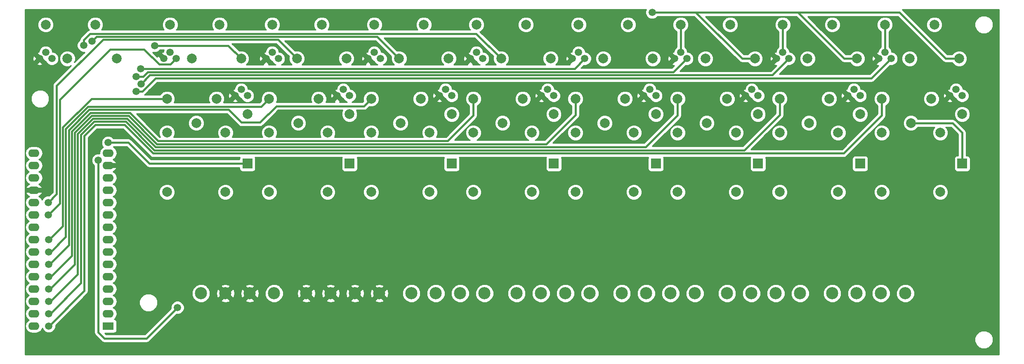
<source format=gbr>
G04 #@! TF.FileFunction,Copper,L1,Top,Signal*
%FSLAX46Y46*%
G04 Gerber Fmt 4.6, Leading zero omitted, Abs format (unit mm)*
G04 Created by KiCad (PCBNEW 4.0.2-stable) date 9/15/2016 1:00:09 PM*
%MOMM*%
G01*
G04 APERTURE LIST*
%ADD10C,0.100000*%
%ADD11C,2.500000*%
%ADD12C,1.998980*%
%ADD13R,1.998980X1.998980*%
%ADD14R,2.286000X1.574800*%
%ADD15O,2.286000X1.574800*%
%ADD16C,2.000000*%
%ADD17C,1.500000*%
%ADD18C,0.400000*%
%ADD19C,0.254000*%
G04 APERTURE END LIST*
D10*
D11*
X147955000Y-121920000D03*
X152955000Y-121920000D03*
X157955000Y-121920000D03*
X162955000Y-121920000D03*
D12*
X239392460Y-85090000D03*
D13*
X239392460Y-95250000D03*
D12*
X218437460Y-85090000D03*
D13*
X218437460Y-95250000D03*
D12*
X197482460Y-85090000D03*
D13*
X197482460Y-95250000D03*
D12*
X176527460Y-85090000D03*
D13*
X176527460Y-95250000D03*
D12*
X155572460Y-85090000D03*
D13*
X155572460Y-95250000D03*
D12*
X134617460Y-85090000D03*
D13*
X134617460Y-95250000D03*
D12*
X113662460Y-85090000D03*
D13*
X113662460Y-95250000D03*
D12*
X92707460Y-85090000D03*
D13*
X92707460Y-95250000D03*
D12*
X55753000Y-73660000D03*
X65913000Y-73660000D03*
X51308000Y-66675000D03*
X61468000Y-66675000D03*
X228600000Y-73660000D03*
X238760000Y-73660000D03*
X223520000Y-66675000D03*
X233680000Y-66675000D03*
X207645000Y-73660000D03*
X217805000Y-73660000D03*
X202565000Y-66675000D03*
X212725000Y-66675000D03*
X186690000Y-73660000D03*
X196850000Y-73660000D03*
X181610000Y-66675000D03*
X191770000Y-66675000D03*
X165735000Y-73660000D03*
X175895000Y-73660000D03*
X160655000Y-66675000D03*
X170815000Y-66675000D03*
X144780000Y-73660000D03*
X154940000Y-73660000D03*
X139700000Y-66675000D03*
X149860000Y-66675000D03*
X123825000Y-73660000D03*
X133985000Y-73660000D03*
X118745000Y-66675000D03*
X128905000Y-66675000D03*
X102870000Y-73660000D03*
X113030000Y-73660000D03*
X97790000Y-66675000D03*
X107950000Y-66675000D03*
X81280000Y-73660000D03*
X91440000Y-73660000D03*
X76835000Y-66675000D03*
X86995000Y-66675000D03*
X233045000Y-81915000D03*
X222885000Y-81915000D03*
X212090000Y-81915000D03*
X201930000Y-81915000D03*
X191135000Y-81915000D03*
X180975000Y-81915000D03*
X170180000Y-81915000D03*
X160020000Y-81915000D03*
X149225000Y-81915000D03*
X139065000Y-81915000D03*
X128270000Y-81915000D03*
X118110000Y-81915000D03*
X107315000Y-81915000D03*
X97155000Y-81915000D03*
X86360000Y-81915000D03*
X76200000Y-81915000D03*
D11*
X126365000Y-121920000D03*
X131365000Y-121920000D03*
X136365000Y-121920000D03*
X141365000Y-121920000D03*
X83185000Y-121920000D03*
X88185000Y-121920000D03*
X93185000Y-121920000D03*
X98185000Y-121920000D03*
X212725000Y-121920000D03*
X217725000Y-121920000D03*
X222725000Y-121920000D03*
X227725000Y-121920000D03*
X191135000Y-121920000D03*
X196135000Y-121920000D03*
X201135000Y-121920000D03*
X206135000Y-121920000D03*
X169545000Y-121920000D03*
X174545000Y-121920000D03*
X179545000Y-121920000D03*
X184545000Y-121920000D03*
X104775000Y-121920000D03*
X109775000Y-121920000D03*
X114775000Y-121920000D03*
X119775000Y-121920000D03*
D14*
X64135000Y-128651000D03*
D15*
X64135000Y-126111000D03*
X64135000Y-123571000D03*
X64135000Y-121031000D03*
X64135000Y-118491000D03*
X64135000Y-115951000D03*
X64135000Y-113411000D03*
X64135000Y-110871000D03*
X64135000Y-108331000D03*
X64135000Y-105791000D03*
X64135000Y-103251000D03*
X64135000Y-100711000D03*
X64135000Y-98171000D03*
X64135000Y-95631000D03*
X64135000Y-93091000D03*
X48895000Y-93091000D03*
X48895000Y-95631000D03*
X48895000Y-98171000D03*
X48895000Y-100711000D03*
X48895000Y-103251000D03*
X48895000Y-105791000D03*
X48895000Y-108331000D03*
X48895000Y-110871000D03*
X48895000Y-113411000D03*
X48895000Y-115951000D03*
X48895000Y-118491000D03*
X48895000Y-121031000D03*
X48895000Y-123571000D03*
X48895000Y-126111000D03*
X48895000Y-128651000D03*
D16*
X222885000Y-88900000D03*
X234885000Y-88900000D03*
X228885000Y-86900000D03*
X222885000Y-101100000D03*
X234885000Y-101100000D03*
X201930000Y-88900000D03*
X213930000Y-88900000D03*
X207930000Y-86900000D03*
X201930000Y-101100000D03*
X213930000Y-101100000D03*
X180975000Y-88900000D03*
X192975000Y-88900000D03*
X186975000Y-86900000D03*
X180975000Y-101100000D03*
X192975000Y-101100000D03*
X160020000Y-88900000D03*
X172020000Y-88900000D03*
X166020000Y-86900000D03*
X160020000Y-101100000D03*
X172020000Y-101100000D03*
X139065000Y-88900000D03*
X151065000Y-88900000D03*
X145065000Y-86900000D03*
X139065000Y-101100000D03*
X151065000Y-101100000D03*
X118110000Y-88900000D03*
X130110000Y-88900000D03*
X124110000Y-86900000D03*
X118110000Y-101100000D03*
X130110000Y-101100000D03*
X97155000Y-88900000D03*
X109155000Y-88900000D03*
X103155000Y-86900000D03*
X97155000Y-101100000D03*
X109155000Y-101100000D03*
X76200000Y-88900000D03*
X88200000Y-88900000D03*
X82200000Y-86900000D03*
X76200000Y-101100000D03*
X88200000Y-101100000D03*
D17*
X91440000Y-80010000D03*
X92710000Y-81280000D03*
X90170000Y-81280000D03*
X112395000Y-80010000D03*
X113665000Y-81280000D03*
X111125000Y-81280000D03*
X133350000Y-80010000D03*
X134620000Y-81280000D03*
X132080000Y-81280000D03*
X154305000Y-80010000D03*
X155575000Y-81280000D03*
X153035000Y-81280000D03*
X175260000Y-80010000D03*
X176530000Y-81280000D03*
X173990000Y-81280000D03*
X196215000Y-80010000D03*
X197485000Y-81280000D03*
X194945000Y-81280000D03*
X217170000Y-80010000D03*
X218440000Y-81280000D03*
X215900000Y-81280000D03*
X238125000Y-80010000D03*
X239395000Y-81280000D03*
X236855000Y-81280000D03*
X76835000Y-72390000D03*
X78105000Y-73660000D03*
X75565000Y-73660000D03*
X97790000Y-72390000D03*
X99060000Y-73660000D03*
X96520000Y-73660000D03*
X118745000Y-72390000D03*
X120015000Y-73660000D03*
X117475000Y-73660000D03*
X139700000Y-72390000D03*
X140970000Y-73660000D03*
X138430000Y-73660000D03*
X160655000Y-72390000D03*
X161925000Y-73660000D03*
X159385000Y-73660000D03*
X181610000Y-72390000D03*
X182880000Y-73660000D03*
X180340000Y-73660000D03*
X202565000Y-72390000D03*
X203835000Y-73660000D03*
X201295000Y-73660000D03*
X223520000Y-72390000D03*
X224790000Y-73660000D03*
X222250000Y-73660000D03*
X51308000Y-72390000D03*
X52578000Y-73660000D03*
X50038000Y-73660000D03*
X64135000Y-90932000D03*
X78359000Y-124841000D03*
X62103000Y-94538800D03*
X69875400Y-80365600D03*
X70866000Y-78841600D03*
X69875400Y-77368400D03*
X70840600Y-75742800D03*
X59105800Y-70942200D03*
X60833000Y-70078600D03*
X51816000Y-103251000D03*
X51816000Y-105791000D03*
X175768000Y-64160400D03*
X73660000Y-70993000D03*
X51943000Y-110871000D03*
X51943000Y-113411000D03*
X51943000Y-115951000D03*
X51943000Y-118491000D03*
X51943000Y-121031000D03*
X51943000Y-123571000D03*
X51943000Y-126111000D03*
X51943000Y-128651000D03*
D18*
X147955000Y-121920000D02*
X147955000Y-122123200D01*
X239382300Y-88887300D02*
X239382300Y-95239840D01*
X239382300Y-95239840D02*
X239392460Y-95250000D01*
X228885000Y-86900000D02*
X232505000Y-86900000D01*
X232505000Y-86900000D02*
X237395000Y-86900000D01*
X237395000Y-86900000D02*
X239382300Y-88887300D01*
X239382300Y-88887300D02*
X239392460Y-88897460D01*
X64135000Y-90932000D02*
X68249800Y-90932000D01*
X68249800Y-90932000D02*
X72567800Y-95250000D01*
X72567800Y-95250000D02*
X92707460Y-95250000D01*
X63373000Y-131191000D02*
X62077600Y-129895600D01*
X78359000Y-124841000D02*
X72009000Y-131191000D01*
X72009000Y-131191000D02*
X63373000Y-131191000D01*
X62077600Y-94513400D02*
X62103000Y-94538800D01*
X62077600Y-129895600D02*
X62077600Y-94513400D01*
X61849000Y-94792800D02*
X62103000Y-94538800D01*
X223520000Y-66675000D02*
X223520000Y-72390000D01*
X220776800Y-77673200D02*
X224790000Y-73660000D01*
X73837800Y-77673200D02*
X220776800Y-77673200D01*
X71145400Y-80365600D02*
X73837800Y-77673200D01*
X69875400Y-80365600D02*
X71145400Y-80365600D01*
X202565000Y-66675000D02*
X202565000Y-72390000D01*
X70866000Y-78841600D02*
X72653598Y-77054002D01*
X72653598Y-77054002D02*
X200440998Y-77054002D01*
X200440998Y-77054002D02*
X203835000Y-73660000D01*
X181610000Y-66675000D02*
X181610000Y-72390000D01*
X71348600Y-77368400D02*
X72263000Y-76454000D01*
X69875400Y-77368400D02*
X71348600Y-77368400D01*
X180086000Y-76454000D02*
X182880000Y-73660000D01*
X72263000Y-76454000D02*
X180086000Y-76454000D01*
X70840600Y-75742800D02*
X159842200Y-75742800D01*
X159842200Y-75742800D02*
X161925000Y-73660000D01*
X139658798Y-68538798D02*
X144780000Y-73660000D01*
X68335598Y-68538798D02*
X139658798Y-68538798D01*
X68326000Y-68529200D02*
X68335598Y-68538798D01*
X60426600Y-68529200D02*
X68326000Y-68529200D01*
X59105800Y-69850000D02*
X60426600Y-68529200D01*
X59105800Y-70942200D02*
X59105800Y-69850000D01*
X64693800Y-69148398D02*
X64693800Y-69138800D01*
X61763202Y-69148398D02*
X64693800Y-69148398D01*
X60833000Y-70078600D02*
X61763202Y-69148398D01*
X64693800Y-69138800D02*
X64693800Y-69138800D01*
X64693800Y-69138800D02*
X119303800Y-69138800D01*
X119303800Y-69138800D02*
X123825000Y-73660000D01*
X98958400Y-69748400D02*
X102870000Y-73660000D01*
X63068200Y-69748400D02*
X98958400Y-69748400D01*
X53568600Y-79248000D02*
X63068200Y-69748400D01*
X53568600Y-101498400D02*
X53568600Y-79248000D01*
X51816000Y-103251000D02*
X53568600Y-101498400D01*
X71399400Y-71755000D02*
X71501000Y-71755000D01*
X76911200Y-74853800D02*
X78105000Y-73660000D01*
X74599800Y-74853800D02*
X76911200Y-74853800D01*
X71501000Y-71755000D02*
X74599800Y-74853800D01*
X64516000Y-71755000D02*
X71399400Y-71755000D01*
X71399400Y-71755000D02*
X71475600Y-71755000D01*
X51816000Y-105791000D02*
X54203600Y-103403400D01*
X54203600Y-103403400D02*
X54203600Y-82067400D01*
X54203600Y-82067400D02*
X64516000Y-71755000D01*
X196850000Y-73660000D02*
X194208400Y-73660000D01*
X182473600Y-64135000D02*
X182473600Y-64160400D01*
X182448200Y-64160400D02*
X182473600Y-64135000D01*
X184708800Y-64160400D02*
X182448200Y-64160400D01*
X194208400Y-73660000D02*
X184708800Y-64160400D01*
X217805000Y-73660000D02*
X215163400Y-73660000D01*
X205663800Y-64160400D02*
X203301600Y-64160400D01*
X215163400Y-73660000D02*
X205663800Y-64160400D01*
X236016800Y-73660000D02*
X238760000Y-73660000D01*
X226517200Y-64160400D02*
X236016800Y-73660000D01*
X175768000Y-64160400D02*
X182473600Y-64160400D01*
X182473600Y-64160400D02*
X203301600Y-64160400D01*
X203301600Y-64160400D02*
X226517200Y-64160400D01*
X73660000Y-70993000D02*
X88773000Y-70993000D01*
X88773000Y-70993000D02*
X91440000Y-73660000D01*
X60706000Y-81915000D02*
X76200000Y-81915000D01*
X54813200Y-87807800D02*
X60706000Y-81915000D01*
X54813200Y-108102400D02*
X54813200Y-87807800D01*
X52044600Y-110871000D02*
X54813200Y-108102400D01*
X51943000Y-110871000D02*
X52044600Y-110871000D01*
X95504000Y-83566000D02*
X97155000Y-81915000D01*
X59969400Y-83566000D02*
X95504000Y-83566000D01*
X55422800Y-88112600D02*
X59969400Y-83566000D01*
X55422800Y-110312200D02*
X55422800Y-88112600D01*
X52324000Y-113411000D02*
X55422800Y-110312200D01*
X51943000Y-113411000D02*
X52324000Y-113411000D01*
X56032400Y-91135200D02*
X56032400Y-88366600D01*
X63001598Y-84166002D02*
X88865002Y-84166002D01*
X88865002Y-84166002D02*
X91490800Y-86791800D01*
X91490800Y-86791800D02*
X95275400Y-86791800D01*
X95275400Y-86791800D02*
X98653600Y-83413600D01*
X98653600Y-83413600D02*
X116611400Y-83413600D01*
X116611400Y-83413600D02*
X118110000Y-81915000D01*
X60232998Y-84166002D02*
X63001598Y-84166002D01*
X56032400Y-88366600D02*
X60232998Y-84166002D01*
X56032400Y-91160600D02*
X56032400Y-91135200D01*
X51943000Y-115951000D02*
X52095400Y-115951000D01*
X52095400Y-115951000D02*
X56032400Y-112014000D01*
X56032400Y-112014000D02*
X56032400Y-91160600D01*
X56032400Y-91160600D02*
X56032400Y-91135200D01*
X139065000Y-85344000D02*
X139065000Y-81915000D01*
X133807200Y-90601800D02*
X139065000Y-85344000D01*
X74396600Y-90601800D02*
X133807200Y-90601800D01*
X68580000Y-84785200D02*
X74396600Y-90601800D01*
X60477400Y-84785200D02*
X68580000Y-84785200D01*
X56642000Y-88620600D02*
X60477400Y-84785200D01*
X56642000Y-114173000D02*
X56642000Y-88620600D01*
X52324000Y-118491000D02*
X56642000Y-114173000D01*
X51943000Y-118491000D02*
X52324000Y-118491000D01*
X160020000Y-85217000D02*
X160020000Y-81915000D01*
X154025600Y-91211400D02*
X160020000Y-85217000D01*
X74142600Y-91211400D02*
X154025600Y-91211400D01*
X68326000Y-85394800D02*
X74142600Y-91211400D01*
X60731400Y-85394800D02*
X68326000Y-85394800D01*
X57251600Y-88874600D02*
X60731400Y-85394800D01*
X57251600Y-115925600D02*
X57251600Y-88874600D01*
X52146200Y-121031000D02*
X57251600Y-115925600D01*
X51943000Y-121031000D02*
X52146200Y-121031000D01*
X180975000Y-85344000D02*
X180975000Y-81915000D01*
X174472600Y-91846400D02*
X180975000Y-85344000D01*
X73888600Y-91846400D02*
X174472600Y-91846400D01*
X68039402Y-85997202D02*
X73888600Y-91846400D01*
X60992598Y-85997202D02*
X68039402Y-85997202D01*
X57886600Y-89103200D02*
X60992598Y-85997202D01*
X57886600Y-117983000D02*
X57886600Y-89103200D01*
X52298600Y-123571000D02*
X57886600Y-117983000D01*
X51943000Y-123571000D02*
X52298600Y-123571000D01*
X201930000Y-85217000D02*
X201930000Y-81915000D01*
X194640200Y-92506800D02*
X201930000Y-85217000D01*
X73634600Y-92506800D02*
X194640200Y-92506800D01*
X67741800Y-86614000D02*
X73634600Y-92506800D01*
X61264800Y-86614000D02*
X67741800Y-86614000D01*
X58547000Y-89331800D02*
X61264800Y-86614000D01*
X58547000Y-119811800D02*
X58547000Y-89331800D01*
X52247800Y-126111000D02*
X58547000Y-119811800D01*
X67487800Y-87249000D02*
X73380600Y-93141800D01*
X222885000Y-85344000D02*
X222885000Y-81915000D01*
X215087200Y-93141800D02*
X222885000Y-85344000D01*
X73380600Y-93141800D02*
X215087200Y-93141800D01*
X61518800Y-87249000D02*
X67487800Y-87249000D01*
X59232800Y-89535000D02*
X61518800Y-87249000D01*
X59232800Y-121386600D02*
X59232800Y-89535000D01*
X51968400Y-128651000D02*
X59232800Y-121386600D01*
X51943000Y-128651000D02*
X51968400Y-128651000D01*
D19*
G36*
X174383241Y-63883698D02*
X174382760Y-64434685D01*
X174593169Y-64943915D01*
X174982436Y-65333861D01*
X175491298Y-65545159D01*
X176042285Y-65545640D01*
X176551515Y-65335231D01*
X176891939Y-64995400D01*
X184362932Y-64995400D01*
X193617966Y-74250434D01*
X193888859Y-74431439D01*
X194208400Y-74495000D01*
X195426493Y-74495000D01*
X195463538Y-74584655D01*
X195922927Y-75044846D01*
X196523453Y-75294206D01*
X197173694Y-75294774D01*
X197774655Y-75046462D01*
X198234846Y-74587073D01*
X198484206Y-73986547D01*
X198484452Y-73704746D01*
X199883575Y-73704746D01*
X199973890Y-74158789D01*
X200185128Y-74242370D01*
X200767498Y-73660000D01*
X200185128Y-73077630D01*
X199973890Y-73161211D01*
X199883575Y-73704746D01*
X198484452Y-73704746D01*
X198484774Y-73336306D01*
X198236462Y-72735345D01*
X197777073Y-72275154D01*
X197176547Y-72025794D01*
X196526306Y-72025226D01*
X195925345Y-72273538D01*
X195465154Y-72732927D01*
X195426922Y-72825000D01*
X194554268Y-72825000D01*
X188727962Y-66998694D01*
X190135226Y-66998694D01*
X190383538Y-67599655D01*
X190842927Y-68059846D01*
X191443453Y-68309206D01*
X192093694Y-68309774D01*
X192694655Y-68061462D01*
X193154846Y-67602073D01*
X193404206Y-67001547D01*
X193404774Y-66351306D01*
X193156462Y-65750345D01*
X192697073Y-65290154D01*
X192096547Y-65040794D01*
X191446306Y-65040226D01*
X190845345Y-65288538D01*
X190385154Y-65747927D01*
X190135794Y-66348453D01*
X190135226Y-66998694D01*
X188727962Y-66998694D01*
X186724668Y-64995400D01*
X205317932Y-64995400D01*
X214572966Y-74250434D01*
X214843859Y-74431439D01*
X215163400Y-74495000D01*
X216381493Y-74495000D01*
X216418538Y-74584655D01*
X216877927Y-75044846D01*
X217478453Y-75294206D01*
X218128694Y-75294774D01*
X218729655Y-75046462D01*
X219189846Y-74587073D01*
X219439206Y-73986547D01*
X219439452Y-73704746D01*
X220838575Y-73704746D01*
X220928890Y-74158789D01*
X221140128Y-74242370D01*
X221722498Y-73660000D01*
X221140128Y-73077630D01*
X220928890Y-73161211D01*
X220838575Y-73704746D01*
X219439452Y-73704746D01*
X219439774Y-73336306D01*
X219191462Y-72735345D01*
X218732073Y-72275154D01*
X218131547Y-72025794D01*
X217481306Y-72025226D01*
X216880345Y-72273538D01*
X216420154Y-72732927D01*
X216381922Y-72825000D01*
X215509268Y-72825000D01*
X209682962Y-66998694D01*
X211090226Y-66998694D01*
X211338538Y-67599655D01*
X211797927Y-68059846D01*
X212398453Y-68309206D01*
X213048694Y-68309774D01*
X213649655Y-68061462D01*
X214109846Y-67602073D01*
X214359206Y-67001547D01*
X214359774Y-66351306D01*
X214111462Y-65750345D01*
X213652073Y-65290154D01*
X213051547Y-65040794D01*
X212401306Y-65040226D01*
X211800345Y-65288538D01*
X211340154Y-65747927D01*
X211090794Y-66348453D01*
X211090226Y-66998694D01*
X209682962Y-66998694D01*
X207679668Y-64995400D01*
X226171332Y-64995400D01*
X235426366Y-74250434D01*
X235697259Y-74431439D01*
X236016800Y-74495000D01*
X237336493Y-74495000D01*
X237373538Y-74584655D01*
X237832927Y-75044846D01*
X238433453Y-75294206D01*
X239083694Y-75294774D01*
X239684655Y-75046462D01*
X240144846Y-74587073D01*
X240394206Y-73986547D01*
X240394774Y-73336306D01*
X240146462Y-72735345D01*
X239687073Y-72275154D01*
X239086547Y-72025794D01*
X238436306Y-72025226D01*
X237835345Y-72273538D01*
X237375154Y-72732927D01*
X237336922Y-72825000D01*
X236362668Y-72825000D01*
X230536362Y-66998694D01*
X232045226Y-66998694D01*
X232293538Y-67599655D01*
X232752927Y-68059846D01*
X233353453Y-68309206D01*
X234003694Y-68309774D01*
X234604655Y-68061462D01*
X235064846Y-67602073D01*
X235294790Y-67048305D01*
X241954674Y-67048305D01*
X242241043Y-67741372D01*
X242770839Y-68272093D01*
X243463405Y-68559672D01*
X244213305Y-68560326D01*
X244906372Y-68273957D01*
X245437093Y-67744161D01*
X245724672Y-67051595D01*
X245725326Y-66301695D01*
X245438957Y-65608628D01*
X244909161Y-65077907D01*
X244216595Y-64790328D01*
X243466695Y-64789674D01*
X242773628Y-65076043D01*
X242242907Y-65605839D01*
X241955328Y-66298405D01*
X241954674Y-67048305D01*
X235294790Y-67048305D01*
X235314206Y-67001547D01*
X235314774Y-66351306D01*
X235066462Y-65750345D01*
X234607073Y-65290154D01*
X234006547Y-65040794D01*
X233356306Y-65040226D01*
X232755345Y-65288538D01*
X232295154Y-65747927D01*
X232045794Y-66348453D01*
X232045226Y-66998694D01*
X230536362Y-66998694D01*
X227112668Y-63575000D01*
X246940000Y-63575000D01*
X246940000Y-134545000D01*
X47065000Y-134545000D01*
X47065000Y-103251000D01*
X47082167Y-103251000D01*
X47190441Y-103795329D01*
X47498778Y-104256789D01*
X47894199Y-104521000D01*
X47498778Y-104785211D01*
X47190441Y-105246671D01*
X47082167Y-105791000D01*
X47190441Y-106335329D01*
X47498778Y-106796789D01*
X47894199Y-107061000D01*
X47498778Y-107325211D01*
X47190441Y-107786671D01*
X47082167Y-108331000D01*
X47190441Y-108875329D01*
X47498778Y-109336789D01*
X47894199Y-109601000D01*
X47498778Y-109865211D01*
X47190441Y-110326671D01*
X47082167Y-110871000D01*
X47190441Y-111415329D01*
X47498778Y-111876789D01*
X47894199Y-112141000D01*
X47498778Y-112405211D01*
X47190441Y-112866671D01*
X47082167Y-113411000D01*
X47190441Y-113955329D01*
X47498778Y-114416789D01*
X47894199Y-114681000D01*
X47498778Y-114945211D01*
X47190441Y-115406671D01*
X47082167Y-115951000D01*
X47190441Y-116495329D01*
X47498778Y-116956789D01*
X47894199Y-117221000D01*
X47498778Y-117485211D01*
X47190441Y-117946671D01*
X47082167Y-118491000D01*
X47190441Y-119035329D01*
X47498778Y-119496789D01*
X47894199Y-119761000D01*
X47498778Y-120025211D01*
X47190441Y-120486671D01*
X47082167Y-121031000D01*
X47190441Y-121575329D01*
X47498778Y-122036789D01*
X47894199Y-122301000D01*
X47498778Y-122565211D01*
X47190441Y-123026671D01*
X47082167Y-123571000D01*
X47190441Y-124115329D01*
X47498778Y-124576789D01*
X47894199Y-124841000D01*
X47498778Y-125105211D01*
X47190441Y-125566671D01*
X47082167Y-126111000D01*
X47190441Y-126655329D01*
X47498778Y-127116789D01*
X47894199Y-127381000D01*
X47498778Y-127645211D01*
X47190441Y-128106671D01*
X47082167Y-128651000D01*
X47190441Y-129195329D01*
X47498778Y-129656789D01*
X47960238Y-129965126D01*
X48504567Y-130073400D01*
X49285433Y-130073400D01*
X49829762Y-129965126D01*
X50291222Y-129656789D01*
X50599559Y-129195329D01*
X50622235Y-129081328D01*
X50768169Y-129434515D01*
X51157436Y-129824461D01*
X51666298Y-130035759D01*
X52217285Y-130036240D01*
X52726515Y-129825831D01*
X53116461Y-129436564D01*
X53327759Y-128927702D01*
X53328157Y-128472111D01*
X59823234Y-121977034D01*
X59861343Y-121920000D01*
X60004239Y-121706141D01*
X60067800Y-121386600D01*
X60067800Y-89880868D01*
X61864668Y-88084000D01*
X67141932Y-88084000D01*
X72790166Y-93732234D01*
X73061060Y-93913240D01*
X73380600Y-93976800D01*
X91126448Y-93976800D01*
X91111539Y-93998620D01*
X91060530Y-94250510D01*
X91060530Y-94415000D01*
X72913668Y-94415000D01*
X68840234Y-90341566D01*
X68778325Y-90300200D01*
X68569341Y-90160561D01*
X68249800Y-90097000D01*
X65258436Y-90097000D01*
X64920564Y-89758539D01*
X64411702Y-89547241D01*
X63860715Y-89546760D01*
X63351485Y-89757169D01*
X62961539Y-90146436D01*
X62750241Y-90655298D01*
X62749760Y-91206285D01*
X62960169Y-91715515D01*
X63092970Y-91848548D01*
X62738778Y-92085211D01*
X62430441Y-92546671D01*
X62322167Y-93091000D01*
X62334699Y-93154002D01*
X61828715Y-93153560D01*
X61319485Y-93363969D01*
X60929539Y-93753236D01*
X60718241Y-94262098D01*
X60717760Y-94813085D01*
X60928169Y-95322315D01*
X61242600Y-95637294D01*
X61242600Y-129895600D01*
X61306161Y-130215141D01*
X61400280Y-130356000D01*
X61487166Y-130486034D01*
X62782566Y-131781434D01*
X63053459Y-131962439D01*
X63373000Y-132026000D01*
X72009000Y-132026000D01*
X72328541Y-131962439D01*
X72544252Y-131818305D01*
X241954674Y-131818305D01*
X242241043Y-132511372D01*
X242770839Y-133042093D01*
X243463405Y-133329672D01*
X244213305Y-133330326D01*
X244906372Y-133043957D01*
X245437093Y-132514161D01*
X245724672Y-131821595D01*
X245725326Y-131071695D01*
X245438957Y-130378628D01*
X244909161Y-129847907D01*
X244216595Y-129560328D01*
X243466695Y-129559674D01*
X242773628Y-129846043D01*
X242242907Y-130375839D01*
X241955328Y-131068405D01*
X241954674Y-131818305D01*
X72544252Y-131818305D01*
X72599434Y-131781434D01*
X78155045Y-126225823D01*
X78633285Y-126226240D01*
X79142515Y-126015831D01*
X79532461Y-125626564D01*
X79743759Y-125117702D01*
X79744240Y-124566715D01*
X79533831Y-124057485D01*
X79144564Y-123667539D01*
X78635702Y-123456241D01*
X78084715Y-123455760D01*
X77575485Y-123666169D01*
X77185539Y-124055436D01*
X76974241Y-124564298D01*
X76973821Y-125045311D01*
X71663132Y-130356000D01*
X63718868Y-130356000D01*
X63448708Y-130085840D01*
X65278000Y-130085840D01*
X65513317Y-130041562D01*
X65729441Y-129902490D01*
X65874431Y-129690290D01*
X65925440Y-129438400D01*
X65925440Y-127863600D01*
X65881162Y-127628283D01*
X65742090Y-127412159D01*
X65529890Y-127267169D01*
X65358197Y-127232400D01*
X65531222Y-127116789D01*
X65839559Y-126655329D01*
X65947833Y-126111000D01*
X65839559Y-125566671D01*
X65531222Y-125105211D01*
X65135801Y-124841000D01*
X65531222Y-124576789D01*
X65784116Y-124198305D01*
X70504674Y-124198305D01*
X70791043Y-124891372D01*
X71320839Y-125422093D01*
X72013405Y-125709672D01*
X72763305Y-125710326D01*
X73456372Y-125423957D01*
X73987093Y-124894161D01*
X74274672Y-124201595D01*
X74275326Y-123451695D01*
X73988957Y-122758628D01*
X73524446Y-122293305D01*
X81299674Y-122293305D01*
X81586043Y-122986372D01*
X82115839Y-123517093D01*
X82808405Y-123804672D01*
X83558305Y-123805326D01*
X84251372Y-123518957D01*
X84368243Y-123402289D01*
X87230213Y-123402289D01*
X87378561Y-123664553D01*
X88107559Y-123840368D01*
X88848347Y-123723824D01*
X88991439Y-123664553D01*
X89139787Y-123402289D01*
X92230213Y-123402289D01*
X92378561Y-123664553D01*
X93107559Y-123840368D01*
X93848347Y-123723824D01*
X93991439Y-123664553D01*
X94139787Y-123402289D01*
X93185000Y-122447502D01*
X92230213Y-123402289D01*
X89139787Y-123402289D01*
X88185000Y-122447502D01*
X87230213Y-123402289D01*
X84368243Y-123402289D01*
X84782093Y-122989161D01*
X85069672Y-122296595D01*
X85070067Y-121842559D01*
X86264632Y-121842559D01*
X86381176Y-122583347D01*
X86440447Y-122726439D01*
X86702711Y-122874787D01*
X87657498Y-121920000D01*
X88712502Y-121920000D01*
X89667289Y-122874787D01*
X89929553Y-122726439D01*
X90105368Y-121997441D01*
X90081002Y-121842559D01*
X91264632Y-121842559D01*
X91381176Y-122583347D01*
X91440447Y-122726439D01*
X91702711Y-122874787D01*
X92657498Y-121920000D01*
X93712502Y-121920000D01*
X94667289Y-122874787D01*
X94929553Y-122726439D01*
X95034013Y-122293305D01*
X96299674Y-122293305D01*
X96586043Y-122986372D01*
X97115839Y-123517093D01*
X97808405Y-123804672D01*
X98558305Y-123805326D01*
X99251372Y-123518957D01*
X99368243Y-123402289D01*
X103820213Y-123402289D01*
X103968561Y-123664553D01*
X104697559Y-123840368D01*
X105438347Y-123723824D01*
X105581439Y-123664553D01*
X105729787Y-123402289D01*
X108820213Y-123402289D01*
X108968561Y-123664553D01*
X109697559Y-123840368D01*
X110438347Y-123723824D01*
X110581439Y-123664553D01*
X110729787Y-123402289D01*
X113820213Y-123402289D01*
X113968561Y-123664553D01*
X114697559Y-123840368D01*
X115438347Y-123723824D01*
X115581439Y-123664553D01*
X115729787Y-123402289D01*
X118820213Y-123402289D01*
X118968561Y-123664553D01*
X119697559Y-123840368D01*
X120438347Y-123723824D01*
X120581439Y-123664553D01*
X120729787Y-123402289D01*
X119775000Y-122447502D01*
X118820213Y-123402289D01*
X115729787Y-123402289D01*
X114775000Y-122447502D01*
X113820213Y-123402289D01*
X110729787Y-123402289D01*
X109775000Y-122447502D01*
X108820213Y-123402289D01*
X105729787Y-123402289D01*
X104775000Y-122447502D01*
X103820213Y-123402289D01*
X99368243Y-123402289D01*
X99782093Y-122989161D01*
X100069672Y-122296595D01*
X100070067Y-121842559D01*
X102854632Y-121842559D01*
X102971176Y-122583347D01*
X103030447Y-122726439D01*
X103292711Y-122874787D01*
X104247498Y-121920000D01*
X105302502Y-121920000D01*
X106257289Y-122874787D01*
X106519553Y-122726439D01*
X106695368Y-121997441D01*
X106671002Y-121842559D01*
X107854632Y-121842559D01*
X107971176Y-122583347D01*
X108030447Y-122726439D01*
X108292711Y-122874787D01*
X109247498Y-121920000D01*
X110302502Y-121920000D01*
X111257289Y-122874787D01*
X111519553Y-122726439D01*
X111695368Y-121997441D01*
X111671002Y-121842559D01*
X112854632Y-121842559D01*
X112971176Y-122583347D01*
X113030447Y-122726439D01*
X113292711Y-122874787D01*
X114247498Y-121920000D01*
X115302502Y-121920000D01*
X116257289Y-122874787D01*
X116519553Y-122726439D01*
X116695368Y-121997441D01*
X116671002Y-121842559D01*
X117854632Y-121842559D01*
X117971176Y-122583347D01*
X118030447Y-122726439D01*
X118292711Y-122874787D01*
X119247498Y-121920000D01*
X120302502Y-121920000D01*
X121257289Y-122874787D01*
X121519553Y-122726439D01*
X121624013Y-122293305D01*
X124479674Y-122293305D01*
X124766043Y-122986372D01*
X125295839Y-123517093D01*
X125988405Y-123804672D01*
X126738305Y-123805326D01*
X127431372Y-123518957D01*
X127962093Y-122989161D01*
X128249672Y-122296595D01*
X128249674Y-122293305D01*
X129479674Y-122293305D01*
X129766043Y-122986372D01*
X130295839Y-123517093D01*
X130988405Y-123804672D01*
X131738305Y-123805326D01*
X132431372Y-123518957D01*
X132962093Y-122989161D01*
X133249672Y-122296595D01*
X133249674Y-122293305D01*
X134479674Y-122293305D01*
X134766043Y-122986372D01*
X135295839Y-123517093D01*
X135988405Y-123804672D01*
X136738305Y-123805326D01*
X137431372Y-123518957D01*
X137962093Y-122989161D01*
X138249672Y-122296595D01*
X138249674Y-122293305D01*
X139479674Y-122293305D01*
X139766043Y-122986372D01*
X140295839Y-123517093D01*
X140988405Y-123804672D01*
X141738305Y-123805326D01*
X142431372Y-123518957D01*
X142962093Y-122989161D01*
X143249672Y-122296595D01*
X143249674Y-122293305D01*
X146069674Y-122293305D01*
X146356043Y-122986372D01*
X146885839Y-123517093D01*
X147578405Y-123804672D01*
X148328305Y-123805326D01*
X149021372Y-123518957D01*
X149552093Y-122989161D01*
X149839672Y-122296595D01*
X149839674Y-122293305D01*
X151069674Y-122293305D01*
X151356043Y-122986372D01*
X151885839Y-123517093D01*
X152578405Y-123804672D01*
X153328305Y-123805326D01*
X154021372Y-123518957D01*
X154552093Y-122989161D01*
X154839672Y-122296595D01*
X154839674Y-122293305D01*
X156069674Y-122293305D01*
X156356043Y-122986372D01*
X156885839Y-123517093D01*
X157578405Y-123804672D01*
X158328305Y-123805326D01*
X159021372Y-123518957D01*
X159552093Y-122989161D01*
X159839672Y-122296595D01*
X159839674Y-122293305D01*
X161069674Y-122293305D01*
X161356043Y-122986372D01*
X161885839Y-123517093D01*
X162578405Y-123804672D01*
X163328305Y-123805326D01*
X164021372Y-123518957D01*
X164552093Y-122989161D01*
X164839672Y-122296595D01*
X164839674Y-122293305D01*
X167659674Y-122293305D01*
X167946043Y-122986372D01*
X168475839Y-123517093D01*
X169168405Y-123804672D01*
X169918305Y-123805326D01*
X170611372Y-123518957D01*
X171142093Y-122989161D01*
X171429672Y-122296595D01*
X171429674Y-122293305D01*
X172659674Y-122293305D01*
X172946043Y-122986372D01*
X173475839Y-123517093D01*
X174168405Y-123804672D01*
X174918305Y-123805326D01*
X175611372Y-123518957D01*
X176142093Y-122989161D01*
X176429672Y-122296595D01*
X176429674Y-122293305D01*
X177659674Y-122293305D01*
X177946043Y-122986372D01*
X178475839Y-123517093D01*
X179168405Y-123804672D01*
X179918305Y-123805326D01*
X180611372Y-123518957D01*
X181142093Y-122989161D01*
X181429672Y-122296595D01*
X181429674Y-122293305D01*
X182659674Y-122293305D01*
X182946043Y-122986372D01*
X183475839Y-123517093D01*
X184168405Y-123804672D01*
X184918305Y-123805326D01*
X185611372Y-123518957D01*
X186142093Y-122989161D01*
X186429672Y-122296595D01*
X186429674Y-122293305D01*
X189249674Y-122293305D01*
X189536043Y-122986372D01*
X190065839Y-123517093D01*
X190758405Y-123804672D01*
X191508305Y-123805326D01*
X192201372Y-123518957D01*
X192732093Y-122989161D01*
X193019672Y-122296595D01*
X193019674Y-122293305D01*
X194249674Y-122293305D01*
X194536043Y-122986372D01*
X195065839Y-123517093D01*
X195758405Y-123804672D01*
X196508305Y-123805326D01*
X197201372Y-123518957D01*
X197732093Y-122989161D01*
X198019672Y-122296595D01*
X198019674Y-122293305D01*
X199249674Y-122293305D01*
X199536043Y-122986372D01*
X200065839Y-123517093D01*
X200758405Y-123804672D01*
X201508305Y-123805326D01*
X202201372Y-123518957D01*
X202732093Y-122989161D01*
X203019672Y-122296595D01*
X203019674Y-122293305D01*
X204249674Y-122293305D01*
X204536043Y-122986372D01*
X205065839Y-123517093D01*
X205758405Y-123804672D01*
X206508305Y-123805326D01*
X207201372Y-123518957D01*
X207732093Y-122989161D01*
X208019672Y-122296595D01*
X208019674Y-122293305D01*
X210839674Y-122293305D01*
X211126043Y-122986372D01*
X211655839Y-123517093D01*
X212348405Y-123804672D01*
X213098305Y-123805326D01*
X213791372Y-123518957D01*
X214322093Y-122989161D01*
X214609672Y-122296595D01*
X214609674Y-122293305D01*
X215839674Y-122293305D01*
X216126043Y-122986372D01*
X216655839Y-123517093D01*
X217348405Y-123804672D01*
X218098305Y-123805326D01*
X218791372Y-123518957D01*
X219322093Y-122989161D01*
X219609672Y-122296595D01*
X219609674Y-122293305D01*
X220839674Y-122293305D01*
X221126043Y-122986372D01*
X221655839Y-123517093D01*
X222348405Y-123804672D01*
X223098305Y-123805326D01*
X223791372Y-123518957D01*
X224322093Y-122989161D01*
X224609672Y-122296595D01*
X224609674Y-122293305D01*
X225839674Y-122293305D01*
X226126043Y-122986372D01*
X226655839Y-123517093D01*
X227348405Y-123804672D01*
X228098305Y-123805326D01*
X228791372Y-123518957D01*
X229322093Y-122989161D01*
X229609672Y-122296595D01*
X229610326Y-121546695D01*
X229323957Y-120853628D01*
X228794161Y-120322907D01*
X228101595Y-120035328D01*
X227351695Y-120034674D01*
X226658628Y-120321043D01*
X226127907Y-120850839D01*
X225840328Y-121543405D01*
X225839674Y-122293305D01*
X224609674Y-122293305D01*
X224610326Y-121546695D01*
X224323957Y-120853628D01*
X223794161Y-120322907D01*
X223101595Y-120035328D01*
X222351695Y-120034674D01*
X221658628Y-120321043D01*
X221127907Y-120850839D01*
X220840328Y-121543405D01*
X220839674Y-122293305D01*
X219609674Y-122293305D01*
X219610326Y-121546695D01*
X219323957Y-120853628D01*
X218794161Y-120322907D01*
X218101595Y-120035328D01*
X217351695Y-120034674D01*
X216658628Y-120321043D01*
X216127907Y-120850839D01*
X215840328Y-121543405D01*
X215839674Y-122293305D01*
X214609674Y-122293305D01*
X214610326Y-121546695D01*
X214323957Y-120853628D01*
X213794161Y-120322907D01*
X213101595Y-120035328D01*
X212351695Y-120034674D01*
X211658628Y-120321043D01*
X211127907Y-120850839D01*
X210840328Y-121543405D01*
X210839674Y-122293305D01*
X208019674Y-122293305D01*
X208020326Y-121546695D01*
X207733957Y-120853628D01*
X207204161Y-120322907D01*
X206511595Y-120035328D01*
X205761695Y-120034674D01*
X205068628Y-120321043D01*
X204537907Y-120850839D01*
X204250328Y-121543405D01*
X204249674Y-122293305D01*
X203019674Y-122293305D01*
X203020326Y-121546695D01*
X202733957Y-120853628D01*
X202204161Y-120322907D01*
X201511595Y-120035328D01*
X200761695Y-120034674D01*
X200068628Y-120321043D01*
X199537907Y-120850839D01*
X199250328Y-121543405D01*
X199249674Y-122293305D01*
X198019674Y-122293305D01*
X198020326Y-121546695D01*
X197733957Y-120853628D01*
X197204161Y-120322907D01*
X196511595Y-120035328D01*
X195761695Y-120034674D01*
X195068628Y-120321043D01*
X194537907Y-120850839D01*
X194250328Y-121543405D01*
X194249674Y-122293305D01*
X193019674Y-122293305D01*
X193020326Y-121546695D01*
X192733957Y-120853628D01*
X192204161Y-120322907D01*
X191511595Y-120035328D01*
X190761695Y-120034674D01*
X190068628Y-120321043D01*
X189537907Y-120850839D01*
X189250328Y-121543405D01*
X189249674Y-122293305D01*
X186429674Y-122293305D01*
X186430326Y-121546695D01*
X186143957Y-120853628D01*
X185614161Y-120322907D01*
X184921595Y-120035328D01*
X184171695Y-120034674D01*
X183478628Y-120321043D01*
X182947907Y-120850839D01*
X182660328Y-121543405D01*
X182659674Y-122293305D01*
X181429674Y-122293305D01*
X181430326Y-121546695D01*
X181143957Y-120853628D01*
X180614161Y-120322907D01*
X179921595Y-120035328D01*
X179171695Y-120034674D01*
X178478628Y-120321043D01*
X177947907Y-120850839D01*
X177660328Y-121543405D01*
X177659674Y-122293305D01*
X176429674Y-122293305D01*
X176430326Y-121546695D01*
X176143957Y-120853628D01*
X175614161Y-120322907D01*
X174921595Y-120035328D01*
X174171695Y-120034674D01*
X173478628Y-120321043D01*
X172947907Y-120850839D01*
X172660328Y-121543405D01*
X172659674Y-122293305D01*
X171429674Y-122293305D01*
X171430326Y-121546695D01*
X171143957Y-120853628D01*
X170614161Y-120322907D01*
X169921595Y-120035328D01*
X169171695Y-120034674D01*
X168478628Y-120321043D01*
X167947907Y-120850839D01*
X167660328Y-121543405D01*
X167659674Y-122293305D01*
X164839674Y-122293305D01*
X164840326Y-121546695D01*
X164553957Y-120853628D01*
X164024161Y-120322907D01*
X163331595Y-120035328D01*
X162581695Y-120034674D01*
X161888628Y-120321043D01*
X161357907Y-120850839D01*
X161070328Y-121543405D01*
X161069674Y-122293305D01*
X159839674Y-122293305D01*
X159840326Y-121546695D01*
X159553957Y-120853628D01*
X159024161Y-120322907D01*
X158331595Y-120035328D01*
X157581695Y-120034674D01*
X156888628Y-120321043D01*
X156357907Y-120850839D01*
X156070328Y-121543405D01*
X156069674Y-122293305D01*
X154839674Y-122293305D01*
X154840326Y-121546695D01*
X154553957Y-120853628D01*
X154024161Y-120322907D01*
X153331595Y-120035328D01*
X152581695Y-120034674D01*
X151888628Y-120321043D01*
X151357907Y-120850839D01*
X151070328Y-121543405D01*
X151069674Y-122293305D01*
X149839674Y-122293305D01*
X149840326Y-121546695D01*
X149553957Y-120853628D01*
X149024161Y-120322907D01*
X148331595Y-120035328D01*
X147581695Y-120034674D01*
X146888628Y-120321043D01*
X146357907Y-120850839D01*
X146070328Y-121543405D01*
X146069674Y-122293305D01*
X143249674Y-122293305D01*
X143250326Y-121546695D01*
X142963957Y-120853628D01*
X142434161Y-120322907D01*
X141741595Y-120035328D01*
X140991695Y-120034674D01*
X140298628Y-120321043D01*
X139767907Y-120850839D01*
X139480328Y-121543405D01*
X139479674Y-122293305D01*
X138249674Y-122293305D01*
X138250326Y-121546695D01*
X137963957Y-120853628D01*
X137434161Y-120322907D01*
X136741595Y-120035328D01*
X135991695Y-120034674D01*
X135298628Y-120321043D01*
X134767907Y-120850839D01*
X134480328Y-121543405D01*
X134479674Y-122293305D01*
X133249674Y-122293305D01*
X133250326Y-121546695D01*
X132963957Y-120853628D01*
X132434161Y-120322907D01*
X131741595Y-120035328D01*
X130991695Y-120034674D01*
X130298628Y-120321043D01*
X129767907Y-120850839D01*
X129480328Y-121543405D01*
X129479674Y-122293305D01*
X128249674Y-122293305D01*
X128250326Y-121546695D01*
X127963957Y-120853628D01*
X127434161Y-120322907D01*
X126741595Y-120035328D01*
X125991695Y-120034674D01*
X125298628Y-120321043D01*
X124767907Y-120850839D01*
X124480328Y-121543405D01*
X124479674Y-122293305D01*
X121624013Y-122293305D01*
X121695368Y-121997441D01*
X121578824Y-121256653D01*
X121519553Y-121113561D01*
X121257289Y-120965213D01*
X120302502Y-121920000D01*
X119247498Y-121920000D01*
X118292711Y-120965213D01*
X118030447Y-121113561D01*
X117854632Y-121842559D01*
X116671002Y-121842559D01*
X116578824Y-121256653D01*
X116519553Y-121113561D01*
X116257289Y-120965213D01*
X115302502Y-121920000D01*
X114247498Y-121920000D01*
X113292711Y-120965213D01*
X113030447Y-121113561D01*
X112854632Y-121842559D01*
X111671002Y-121842559D01*
X111578824Y-121256653D01*
X111519553Y-121113561D01*
X111257289Y-120965213D01*
X110302502Y-121920000D01*
X109247498Y-121920000D01*
X108292711Y-120965213D01*
X108030447Y-121113561D01*
X107854632Y-121842559D01*
X106671002Y-121842559D01*
X106578824Y-121256653D01*
X106519553Y-121113561D01*
X106257289Y-120965213D01*
X105302502Y-121920000D01*
X104247498Y-121920000D01*
X103292711Y-120965213D01*
X103030447Y-121113561D01*
X102854632Y-121842559D01*
X100070067Y-121842559D01*
X100070326Y-121546695D01*
X99783957Y-120853628D01*
X99368765Y-120437711D01*
X103820213Y-120437711D01*
X104775000Y-121392498D01*
X105729787Y-120437711D01*
X108820213Y-120437711D01*
X109775000Y-121392498D01*
X110729787Y-120437711D01*
X113820213Y-120437711D01*
X114775000Y-121392498D01*
X115729787Y-120437711D01*
X118820213Y-120437711D01*
X119775000Y-121392498D01*
X120729787Y-120437711D01*
X120581439Y-120175447D01*
X119852441Y-119999632D01*
X119111653Y-120116176D01*
X118968561Y-120175447D01*
X118820213Y-120437711D01*
X115729787Y-120437711D01*
X115581439Y-120175447D01*
X114852441Y-119999632D01*
X114111653Y-120116176D01*
X113968561Y-120175447D01*
X113820213Y-120437711D01*
X110729787Y-120437711D01*
X110581439Y-120175447D01*
X109852441Y-119999632D01*
X109111653Y-120116176D01*
X108968561Y-120175447D01*
X108820213Y-120437711D01*
X105729787Y-120437711D01*
X105581439Y-120175447D01*
X104852441Y-119999632D01*
X104111653Y-120116176D01*
X103968561Y-120175447D01*
X103820213Y-120437711D01*
X99368765Y-120437711D01*
X99254161Y-120322907D01*
X98561595Y-120035328D01*
X97811695Y-120034674D01*
X97118628Y-120321043D01*
X96587907Y-120850839D01*
X96300328Y-121543405D01*
X96299674Y-122293305D01*
X95034013Y-122293305D01*
X95105368Y-121997441D01*
X94988824Y-121256653D01*
X94929553Y-121113561D01*
X94667289Y-120965213D01*
X93712502Y-121920000D01*
X92657498Y-121920000D01*
X91702711Y-120965213D01*
X91440447Y-121113561D01*
X91264632Y-121842559D01*
X90081002Y-121842559D01*
X89988824Y-121256653D01*
X89929553Y-121113561D01*
X89667289Y-120965213D01*
X88712502Y-121920000D01*
X87657498Y-121920000D01*
X86702711Y-120965213D01*
X86440447Y-121113561D01*
X86264632Y-121842559D01*
X85070067Y-121842559D01*
X85070326Y-121546695D01*
X84783957Y-120853628D01*
X84368765Y-120437711D01*
X87230213Y-120437711D01*
X88185000Y-121392498D01*
X89139787Y-120437711D01*
X92230213Y-120437711D01*
X93185000Y-121392498D01*
X94139787Y-120437711D01*
X93991439Y-120175447D01*
X93262441Y-119999632D01*
X92521653Y-120116176D01*
X92378561Y-120175447D01*
X92230213Y-120437711D01*
X89139787Y-120437711D01*
X88991439Y-120175447D01*
X88262441Y-119999632D01*
X87521653Y-120116176D01*
X87378561Y-120175447D01*
X87230213Y-120437711D01*
X84368765Y-120437711D01*
X84254161Y-120322907D01*
X83561595Y-120035328D01*
X82811695Y-120034674D01*
X82118628Y-120321043D01*
X81587907Y-120850839D01*
X81300328Y-121543405D01*
X81299674Y-122293305D01*
X73524446Y-122293305D01*
X73459161Y-122227907D01*
X72766595Y-121940328D01*
X72016695Y-121939674D01*
X71323628Y-122226043D01*
X70792907Y-122755839D01*
X70505328Y-123448405D01*
X70504674Y-124198305D01*
X65784116Y-124198305D01*
X65839559Y-124115329D01*
X65947833Y-123571000D01*
X65839559Y-123026671D01*
X65531222Y-122565211D01*
X65135801Y-122301000D01*
X65531222Y-122036789D01*
X65839559Y-121575329D01*
X65947833Y-121031000D01*
X65839559Y-120486671D01*
X65531222Y-120025211D01*
X65135801Y-119761000D01*
X65531222Y-119496789D01*
X65839559Y-119035329D01*
X65947833Y-118491000D01*
X65839559Y-117946671D01*
X65531222Y-117485211D01*
X65135801Y-117221000D01*
X65531222Y-116956789D01*
X65839559Y-116495329D01*
X65947833Y-115951000D01*
X65839559Y-115406671D01*
X65531222Y-114945211D01*
X65135801Y-114681000D01*
X65531222Y-114416789D01*
X65839559Y-113955329D01*
X65947833Y-113411000D01*
X65839559Y-112866671D01*
X65531222Y-112405211D01*
X65135801Y-112141000D01*
X65531222Y-111876789D01*
X65839559Y-111415329D01*
X65947833Y-110871000D01*
X65839559Y-110326671D01*
X65531222Y-109865211D01*
X65135801Y-109601000D01*
X65531222Y-109336789D01*
X65839559Y-108875329D01*
X65947833Y-108331000D01*
X65839559Y-107786671D01*
X65531222Y-107325211D01*
X65135801Y-107061000D01*
X65531222Y-106796789D01*
X65839559Y-106335329D01*
X65947833Y-105791000D01*
X65839559Y-105246671D01*
X65531222Y-104785211D01*
X65135801Y-104521000D01*
X65531222Y-104256789D01*
X65839559Y-103795329D01*
X65947833Y-103251000D01*
X65839559Y-102706671D01*
X65531222Y-102245211D01*
X65135801Y-101981000D01*
X65531222Y-101716789D01*
X65726993Y-101423795D01*
X74564716Y-101423795D01*
X74813106Y-102024943D01*
X75272637Y-102485278D01*
X75873352Y-102734716D01*
X76523795Y-102735284D01*
X77124943Y-102486894D01*
X77585278Y-102027363D01*
X77834716Y-101426648D01*
X77834718Y-101423795D01*
X86564716Y-101423795D01*
X86813106Y-102024943D01*
X87272637Y-102485278D01*
X87873352Y-102734716D01*
X88523795Y-102735284D01*
X89124943Y-102486894D01*
X89585278Y-102027363D01*
X89834716Y-101426648D01*
X89834718Y-101423795D01*
X95519716Y-101423795D01*
X95768106Y-102024943D01*
X96227637Y-102485278D01*
X96828352Y-102734716D01*
X97478795Y-102735284D01*
X98079943Y-102486894D01*
X98540278Y-102027363D01*
X98789716Y-101426648D01*
X98789718Y-101423795D01*
X107519716Y-101423795D01*
X107768106Y-102024943D01*
X108227637Y-102485278D01*
X108828352Y-102734716D01*
X109478795Y-102735284D01*
X110079943Y-102486894D01*
X110540278Y-102027363D01*
X110789716Y-101426648D01*
X110789718Y-101423795D01*
X116474716Y-101423795D01*
X116723106Y-102024943D01*
X117182637Y-102485278D01*
X117783352Y-102734716D01*
X118433795Y-102735284D01*
X119034943Y-102486894D01*
X119495278Y-102027363D01*
X119744716Y-101426648D01*
X119744718Y-101423795D01*
X128474716Y-101423795D01*
X128723106Y-102024943D01*
X129182637Y-102485278D01*
X129783352Y-102734716D01*
X130433795Y-102735284D01*
X131034943Y-102486894D01*
X131495278Y-102027363D01*
X131744716Y-101426648D01*
X131744718Y-101423795D01*
X137429716Y-101423795D01*
X137678106Y-102024943D01*
X138137637Y-102485278D01*
X138738352Y-102734716D01*
X139388795Y-102735284D01*
X139989943Y-102486894D01*
X140450278Y-102027363D01*
X140699716Y-101426648D01*
X140699718Y-101423795D01*
X149429716Y-101423795D01*
X149678106Y-102024943D01*
X150137637Y-102485278D01*
X150738352Y-102734716D01*
X151388795Y-102735284D01*
X151989943Y-102486894D01*
X152450278Y-102027363D01*
X152699716Y-101426648D01*
X152699718Y-101423795D01*
X158384716Y-101423795D01*
X158633106Y-102024943D01*
X159092637Y-102485278D01*
X159693352Y-102734716D01*
X160343795Y-102735284D01*
X160944943Y-102486894D01*
X161405278Y-102027363D01*
X161654716Y-101426648D01*
X161654718Y-101423795D01*
X170384716Y-101423795D01*
X170633106Y-102024943D01*
X171092637Y-102485278D01*
X171693352Y-102734716D01*
X172343795Y-102735284D01*
X172944943Y-102486894D01*
X173405278Y-102027363D01*
X173654716Y-101426648D01*
X173654718Y-101423795D01*
X179339716Y-101423795D01*
X179588106Y-102024943D01*
X180047637Y-102485278D01*
X180648352Y-102734716D01*
X181298795Y-102735284D01*
X181899943Y-102486894D01*
X182360278Y-102027363D01*
X182609716Y-101426648D01*
X182609718Y-101423795D01*
X191339716Y-101423795D01*
X191588106Y-102024943D01*
X192047637Y-102485278D01*
X192648352Y-102734716D01*
X193298795Y-102735284D01*
X193899943Y-102486894D01*
X194360278Y-102027363D01*
X194609716Y-101426648D01*
X194609718Y-101423795D01*
X200294716Y-101423795D01*
X200543106Y-102024943D01*
X201002637Y-102485278D01*
X201603352Y-102734716D01*
X202253795Y-102735284D01*
X202854943Y-102486894D01*
X203315278Y-102027363D01*
X203564716Y-101426648D01*
X203564718Y-101423795D01*
X212294716Y-101423795D01*
X212543106Y-102024943D01*
X213002637Y-102485278D01*
X213603352Y-102734716D01*
X214253795Y-102735284D01*
X214854943Y-102486894D01*
X215315278Y-102027363D01*
X215564716Y-101426648D01*
X215564718Y-101423795D01*
X221249716Y-101423795D01*
X221498106Y-102024943D01*
X221957637Y-102485278D01*
X222558352Y-102734716D01*
X223208795Y-102735284D01*
X223809943Y-102486894D01*
X224270278Y-102027363D01*
X224519716Y-101426648D01*
X224519718Y-101423795D01*
X233249716Y-101423795D01*
X233498106Y-102024943D01*
X233957637Y-102485278D01*
X234558352Y-102734716D01*
X235208795Y-102735284D01*
X235809943Y-102486894D01*
X236270278Y-102027363D01*
X236519716Y-101426648D01*
X236520284Y-100776205D01*
X236271894Y-100175057D01*
X235812363Y-99714722D01*
X235211648Y-99465284D01*
X234561205Y-99464716D01*
X233960057Y-99713106D01*
X233499722Y-100172637D01*
X233250284Y-100773352D01*
X233249716Y-101423795D01*
X224519718Y-101423795D01*
X224520284Y-100776205D01*
X224271894Y-100175057D01*
X223812363Y-99714722D01*
X223211648Y-99465284D01*
X222561205Y-99464716D01*
X221960057Y-99713106D01*
X221499722Y-100172637D01*
X221250284Y-100773352D01*
X221249716Y-101423795D01*
X215564718Y-101423795D01*
X215565284Y-100776205D01*
X215316894Y-100175057D01*
X214857363Y-99714722D01*
X214256648Y-99465284D01*
X213606205Y-99464716D01*
X213005057Y-99713106D01*
X212544722Y-100172637D01*
X212295284Y-100773352D01*
X212294716Y-101423795D01*
X203564718Y-101423795D01*
X203565284Y-100776205D01*
X203316894Y-100175057D01*
X202857363Y-99714722D01*
X202256648Y-99465284D01*
X201606205Y-99464716D01*
X201005057Y-99713106D01*
X200544722Y-100172637D01*
X200295284Y-100773352D01*
X200294716Y-101423795D01*
X194609718Y-101423795D01*
X194610284Y-100776205D01*
X194361894Y-100175057D01*
X193902363Y-99714722D01*
X193301648Y-99465284D01*
X192651205Y-99464716D01*
X192050057Y-99713106D01*
X191589722Y-100172637D01*
X191340284Y-100773352D01*
X191339716Y-101423795D01*
X182609718Y-101423795D01*
X182610284Y-100776205D01*
X182361894Y-100175057D01*
X181902363Y-99714722D01*
X181301648Y-99465284D01*
X180651205Y-99464716D01*
X180050057Y-99713106D01*
X179589722Y-100172637D01*
X179340284Y-100773352D01*
X179339716Y-101423795D01*
X173654718Y-101423795D01*
X173655284Y-100776205D01*
X173406894Y-100175057D01*
X172947363Y-99714722D01*
X172346648Y-99465284D01*
X171696205Y-99464716D01*
X171095057Y-99713106D01*
X170634722Y-100172637D01*
X170385284Y-100773352D01*
X170384716Y-101423795D01*
X161654718Y-101423795D01*
X161655284Y-100776205D01*
X161406894Y-100175057D01*
X160947363Y-99714722D01*
X160346648Y-99465284D01*
X159696205Y-99464716D01*
X159095057Y-99713106D01*
X158634722Y-100172637D01*
X158385284Y-100773352D01*
X158384716Y-101423795D01*
X152699718Y-101423795D01*
X152700284Y-100776205D01*
X152451894Y-100175057D01*
X151992363Y-99714722D01*
X151391648Y-99465284D01*
X150741205Y-99464716D01*
X150140057Y-99713106D01*
X149679722Y-100172637D01*
X149430284Y-100773352D01*
X149429716Y-101423795D01*
X140699718Y-101423795D01*
X140700284Y-100776205D01*
X140451894Y-100175057D01*
X139992363Y-99714722D01*
X139391648Y-99465284D01*
X138741205Y-99464716D01*
X138140057Y-99713106D01*
X137679722Y-100172637D01*
X137430284Y-100773352D01*
X137429716Y-101423795D01*
X131744718Y-101423795D01*
X131745284Y-100776205D01*
X131496894Y-100175057D01*
X131037363Y-99714722D01*
X130436648Y-99465284D01*
X129786205Y-99464716D01*
X129185057Y-99713106D01*
X128724722Y-100172637D01*
X128475284Y-100773352D01*
X128474716Y-101423795D01*
X119744718Y-101423795D01*
X119745284Y-100776205D01*
X119496894Y-100175057D01*
X119037363Y-99714722D01*
X118436648Y-99465284D01*
X117786205Y-99464716D01*
X117185057Y-99713106D01*
X116724722Y-100172637D01*
X116475284Y-100773352D01*
X116474716Y-101423795D01*
X110789718Y-101423795D01*
X110790284Y-100776205D01*
X110541894Y-100175057D01*
X110082363Y-99714722D01*
X109481648Y-99465284D01*
X108831205Y-99464716D01*
X108230057Y-99713106D01*
X107769722Y-100172637D01*
X107520284Y-100773352D01*
X107519716Y-101423795D01*
X98789718Y-101423795D01*
X98790284Y-100776205D01*
X98541894Y-100175057D01*
X98082363Y-99714722D01*
X97481648Y-99465284D01*
X96831205Y-99464716D01*
X96230057Y-99713106D01*
X95769722Y-100172637D01*
X95520284Y-100773352D01*
X95519716Y-101423795D01*
X89834718Y-101423795D01*
X89835284Y-100776205D01*
X89586894Y-100175057D01*
X89127363Y-99714722D01*
X88526648Y-99465284D01*
X87876205Y-99464716D01*
X87275057Y-99713106D01*
X86814722Y-100172637D01*
X86565284Y-100773352D01*
X86564716Y-101423795D01*
X77834718Y-101423795D01*
X77835284Y-100776205D01*
X77586894Y-100175057D01*
X77127363Y-99714722D01*
X76526648Y-99465284D01*
X75876205Y-99464716D01*
X75275057Y-99713106D01*
X74814722Y-100172637D01*
X74565284Y-100773352D01*
X74564716Y-101423795D01*
X65726993Y-101423795D01*
X65839559Y-101255329D01*
X65947833Y-100711000D01*
X65839559Y-100166671D01*
X65531222Y-99705211D01*
X65135801Y-99441000D01*
X65531222Y-99176789D01*
X65839559Y-98715329D01*
X65947833Y-98171000D01*
X65839559Y-97626671D01*
X65531222Y-97165211D01*
X65111547Y-96884794D01*
X65247445Y-96832758D01*
X65649726Y-96451648D01*
X65787974Y-96214133D01*
X65697945Y-96004000D01*
X64508000Y-96004000D01*
X64508000Y-96024000D01*
X63762000Y-96024000D01*
X63762000Y-96004000D01*
X63742000Y-96004000D01*
X63742000Y-95258000D01*
X63762000Y-95258000D01*
X63762000Y-95238000D01*
X64508000Y-95238000D01*
X64508000Y-95258000D01*
X65697945Y-95258000D01*
X65787974Y-95047867D01*
X65649726Y-94810352D01*
X65247445Y-94429242D01*
X65111547Y-94377206D01*
X65531222Y-94096789D01*
X65839559Y-93635329D01*
X65947833Y-93091000D01*
X65839559Y-92546671D01*
X65531222Y-92085211D01*
X65177161Y-91848635D01*
X65258939Y-91767000D01*
X67903932Y-91767000D01*
X71977366Y-95840434D01*
X72248259Y-96021439D01*
X72567800Y-96085000D01*
X91060530Y-96085000D01*
X91060530Y-96249490D01*
X91104808Y-96484807D01*
X91243880Y-96700931D01*
X91456080Y-96845921D01*
X91707970Y-96896930D01*
X93706950Y-96896930D01*
X93942267Y-96852652D01*
X94158391Y-96713580D01*
X94303381Y-96501380D01*
X94354390Y-96249490D01*
X94354390Y-94250510D01*
X94310112Y-94015193D01*
X94285407Y-93976800D01*
X112081448Y-93976800D01*
X112066539Y-93998620D01*
X112015530Y-94250510D01*
X112015530Y-96249490D01*
X112059808Y-96484807D01*
X112198880Y-96700931D01*
X112411080Y-96845921D01*
X112662970Y-96896930D01*
X114661950Y-96896930D01*
X114897267Y-96852652D01*
X115113391Y-96713580D01*
X115258381Y-96501380D01*
X115309390Y-96249490D01*
X115309390Y-94250510D01*
X115265112Y-94015193D01*
X115240407Y-93976800D01*
X133036448Y-93976800D01*
X133021539Y-93998620D01*
X132970530Y-94250510D01*
X132970530Y-96249490D01*
X133014808Y-96484807D01*
X133153880Y-96700931D01*
X133366080Y-96845921D01*
X133617970Y-96896930D01*
X135616950Y-96896930D01*
X135852267Y-96852652D01*
X136068391Y-96713580D01*
X136213381Y-96501380D01*
X136264390Y-96249490D01*
X136264390Y-94250510D01*
X136220112Y-94015193D01*
X136195407Y-93976800D01*
X153991448Y-93976800D01*
X153976539Y-93998620D01*
X153925530Y-94250510D01*
X153925530Y-96249490D01*
X153969808Y-96484807D01*
X154108880Y-96700931D01*
X154321080Y-96845921D01*
X154572970Y-96896930D01*
X156571950Y-96896930D01*
X156807267Y-96852652D01*
X157023391Y-96713580D01*
X157168381Y-96501380D01*
X157219390Y-96249490D01*
X157219390Y-94250510D01*
X157175112Y-94015193D01*
X157150407Y-93976800D01*
X174946448Y-93976800D01*
X174931539Y-93998620D01*
X174880530Y-94250510D01*
X174880530Y-96249490D01*
X174924808Y-96484807D01*
X175063880Y-96700931D01*
X175276080Y-96845921D01*
X175527970Y-96896930D01*
X177526950Y-96896930D01*
X177762267Y-96852652D01*
X177978391Y-96713580D01*
X178123381Y-96501380D01*
X178174390Y-96249490D01*
X178174390Y-94250510D01*
X178130112Y-94015193D01*
X178105407Y-93976800D01*
X195901448Y-93976800D01*
X195886539Y-93998620D01*
X195835530Y-94250510D01*
X195835530Y-96249490D01*
X195879808Y-96484807D01*
X196018880Y-96700931D01*
X196231080Y-96845921D01*
X196482970Y-96896930D01*
X198481950Y-96896930D01*
X198717267Y-96852652D01*
X198933391Y-96713580D01*
X199078381Y-96501380D01*
X199129390Y-96249490D01*
X199129390Y-94250510D01*
X216790530Y-94250510D01*
X216790530Y-96249490D01*
X216834808Y-96484807D01*
X216973880Y-96700931D01*
X217186080Y-96845921D01*
X217437970Y-96896930D01*
X219436950Y-96896930D01*
X219672267Y-96852652D01*
X219888391Y-96713580D01*
X220033381Y-96501380D01*
X220084390Y-96249490D01*
X220084390Y-94250510D01*
X220040112Y-94015193D01*
X219901040Y-93799069D01*
X219688840Y-93654079D01*
X219436950Y-93603070D01*
X217437970Y-93603070D01*
X217202653Y-93647348D01*
X216986529Y-93786420D01*
X216841539Y-93998620D01*
X216790530Y-94250510D01*
X199129390Y-94250510D01*
X199085112Y-94015193D01*
X199060407Y-93976800D01*
X215087200Y-93976800D01*
X215406741Y-93913239D01*
X215677634Y-93732234D01*
X220186073Y-89223795D01*
X221249716Y-89223795D01*
X221498106Y-89824943D01*
X221957637Y-90285278D01*
X222558352Y-90534716D01*
X223208795Y-90535284D01*
X223809943Y-90286894D01*
X224270278Y-89827363D01*
X224519716Y-89226648D01*
X224520284Y-88576205D01*
X224271894Y-87975057D01*
X223812363Y-87514722D01*
X223211648Y-87265284D01*
X222561205Y-87264716D01*
X221960057Y-87513106D01*
X221499722Y-87972637D01*
X221250284Y-88573352D01*
X221249716Y-89223795D01*
X220186073Y-89223795D01*
X222186073Y-87223795D01*
X227249716Y-87223795D01*
X227498106Y-87824943D01*
X227957637Y-88285278D01*
X228558352Y-88534716D01*
X229208795Y-88535284D01*
X229809943Y-88286894D01*
X230270278Y-87827363D01*
X230308630Y-87735000D01*
X233737775Y-87735000D01*
X233499722Y-87972637D01*
X233250284Y-88573352D01*
X233249716Y-89223795D01*
X233498106Y-89824943D01*
X233957637Y-90285278D01*
X234558352Y-90534716D01*
X235208795Y-90535284D01*
X235809943Y-90286894D01*
X236270278Y-89827363D01*
X236519716Y-89226648D01*
X236520284Y-88576205D01*
X236271894Y-87975057D01*
X236032256Y-87735000D01*
X237049132Y-87735000D01*
X238547300Y-89233168D01*
X238547300Y-93603070D01*
X238392970Y-93603070D01*
X238157653Y-93647348D01*
X237941529Y-93786420D01*
X237796539Y-93998620D01*
X237745530Y-94250510D01*
X237745530Y-96249490D01*
X237789808Y-96484807D01*
X237928880Y-96700931D01*
X238141080Y-96845921D01*
X238392970Y-96896930D01*
X240391950Y-96896930D01*
X240627267Y-96852652D01*
X240843391Y-96713580D01*
X240988381Y-96501380D01*
X241039390Y-96249490D01*
X241039390Y-94250510D01*
X240995112Y-94015193D01*
X240856040Y-93799069D01*
X240643840Y-93654079D01*
X240391950Y-93603070D01*
X240217300Y-93603070D01*
X240217300Y-88948533D01*
X240227459Y-88897460D01*
X240163899Y-88577920D01*
X239982894Y-88307026D01*
X237985434Y-86309566D01*
X237962825Y-86294459D01*
X237714541Y-86128561D01*
X237395000Y-86065000D01*
X230309058Y-86065000D01*
X230271894Y-85975057D01*
X229812363Y-85514722D01*
X229569060Y-85413694D01*
X237757686Y-85413694D01*
X238005998Y-86014655D01*
X238465387Y-86474846D01*
X239065913Y-86724206D01*
X239716154Y-86724774D01*
X240317115Y-86476462D01*
X240777306Y-86017073D01*
X241026666Y-85416547D01*
X241027234Y-84766306D01*
X240778922Y-84165345D01*
X240319533Y-83705154D01*
X239719007Y-83455794D01*
X239068766Y-83455226D01*
X238467805Y-83703538D01*
X238007614Y-84162927D01*
X237758254Y-84763453D01*
X237757686Y-85413694D01*
X229569060Y-85413694D01*
X229211648Y-85265284D01*
X228561205Y-85264716D01*
X227960057Y-85513106D01*
X227499722Y-85972637D01*
X227250284Y-86573352D01*
X227249716Y-87223795D01*
X222186073Y-87223795D01*
X223475435Y-85934434D01*
X223656440Y-85663540D01*
X223720000Y-85344000D01*
X223720000Y-83338507D01*
X223809655Y-83301462D01*
X224269846Y-82842073D01*
X224519206Y-82241547D01*
X224519208Y-82238694D01*
X231410226Y-82238694D01*
X231658538Y-82839655D01*
X232117927Y-83299846D01*
X232718453Y-83549206D01*
X233368694Y-83549774D01*
X233969655Y-83301462D01*
X234429846Y-82842073D01*
X234617616Y-82389872D01*
X236272630Y-82389872D01*
X236356211Y-82601110D01*
X236899746Y-82691425D01*
X237353789Y-82601110D01*
X237437370Y-82389872D01*
X236855000Y-81807502D01*
X236272630Y-82389872D01*
X234617616Y-82389872D01*
X234679206Y-82241547D01*
X234679774Y-81591306D01*
X234569634Y-81324746D01*
X235443575Y-81324746D01*
X235533890Y-81778789D01*
X235745128Y-81862370D01*
X236327498Y-81280000D01*
X235745128Y-80697630D01*
X235533890Y-80781211D01*
X235443575Y-81324746D01*
X234569634Y-81324746D01*
X234431462Y-80990345D01*
X233972073Y-80530154D01*
X233371547Y-80280794D01*
X232721306Y-80280226D01*
X232120345Y-80528538D01*
X231660154Y-80987927D01*
X231410794Y-81588453D01*
X231410226Y-82238694D01*
X224519208Y-82238694D01*
X224519774Y-81591306D01*
X224271462Y-80990345D01*
X223812073Y-80530154D01*
X223211547Y-80280794D01*
X222561306Y-80280226D01*
X221960345Y-80528538D01*
X221500154Y-80987927D01*
X221250794Y-81588453D01*
X221250226Y-82238694D01*
X221498538Y-82839655D01*
X221957927Y-83299846D01*
X222050000Y-83338078D01*
X222050000Y-84998131D01*
X214741332Y-92306800D01*
X196021068Y-92306800D01*
X199104073Y-89223795D01*
X200294716Y-89223795D01*
X200543106Y-89824943D01*
X201002637Y-90285278D01*
X201603352Y-90534716D01*
X202253795Y-90535284D01*
X202854943Y-90286894D01*
X203315278Y-89827363D01*
X203564716Y-89226648D01*
X203564718Y-89223795D01*
X212294716Y-89223795D01*
X212543106Y-89824943D01*
X213002637Y-90285278D01*
X213603352Y-90534716D01*
X214253795Y-90535284D01*
X214854943Y-90286894D01*
X215315278Y-89827363D01*
X215564716Y-89226648D01*
X215565284Y-88576205D01*
X215316894Y-87975057D01*
X214857363Y-87514722D01*
X214256648Y-87265284D01*
X213606205Y-87264716D01*
X213005057Y-87513106D01*
X212544722Y-87972637D01*
X212295284Y-88573352D01*
X212294716Y-89223795D01*
X203564718Y-89223795D01*
X203565284Y-88576205D01*
X203316894Y-87975057D01*
X202857363Y-87514722D01*
X202256648Y-87265284D01*
X201606205Y-87264716D01*
X201005057Y-87513106D01*
X200544722Y-87972637D01*
X200295284Y-88573352D01*
X200294716Y-89223795D01*
X199104073Y-89223795D01*
X201104073Y-87223795D01*
X206294716Y-87223795D01*
X206543106Y-87824943D01*
X207002637Y-88285278D01*
X207603352Y-88534716D01*
X208253795Y-88535284D01*
X208854943Y-88286894D01*
X209315278Y-87827363D01*
X209564716Y-87226648D01*
X209565284Y-86576205D01*
X209316894Y-85975057D01*
X208857363Y-85514722D01*
X208614060Y-85413694D01*
X216802686Y-85413694D01*
X217050998Y-86014655D01*
X217510387Y-86474846D01*
X218110913Y-86724206D01*
X218761154Y-86724774D01*
X219362115Y-86476462D01*
X219822306Y-86017073D01*
X220071666Y-85416547D01*
X220072234Y-84766306D01*
X219823922Y-84165345D01*
X219364533Y-83705154D01*
X218764007Y-83455794D01*
X218113766Y-83455226D01*
X217512805Y-83703538D01*
X217052614Y-84162927D01*
X216803254Y-84763453D01*
X216802686Y-85413694D01*
X208614060Y-85413694D01*
X208256648Y-85265284D01*
X207606205Y-85264716D01*
X207005057Y-85513106D01*
X206544722Y-85972637D01*
X206295284Y-86573352D01*
X206294716Y-87223795D01*
X201104073Y-87223795D01*
X202520434Y-85807434D01*
X202607145Y-85677662D01*
X202701439Y-85536541D01*
X202765000Y-85217000D01*
X202765000Y-83338507D01*
X202854655Y-83301462D01*
X203314846Y-82842073D01*
X203564206Y-82241547D01*
X203564208Y-82238694D01*
X210455226Y-82238694D01*
X210703538Y-82839655D01*
X211162927Y-83299846D01*
X211763453Y-83549206D01*
X212413694Y-83549774D01*
X213014655Y-83301462D01*
X213474846Y-82842073D01*
X213662616Y-82389872D01*
X215317630Y-82389872D01*
X215401211Y-82601110D01*
X215944746Y-82691425D01*
X216398789Y-82601110D01*
X216482370Y-82389872D01*
X215900000Y-81807502D01*
X215317630Y-82389872D01*
X213662616Y-82389872D01*
X213724206Y-82241547D01*
X213724774Y-81591306D01*
X213614634Y-81324746D01*
X214488575Y-81324746D01*
X214578890Y-81778789D01*
X214790128Y-81862370D01*
X215372498Y-81280000D01*
X214790128Y-80697630D01*
X214578890Y-80781211D01*
X214488575Y-81324746D01*
X213614634Y-81324746D01*
X213476462Y-80990345D01*
X213017073Y-80530154D01*
X212416547Y-80280794D01*
X211766306Y-80280226D01*
X211165345Y-80528538D01*
X210705154Y-80987927D01*
X210455794Y-81588453D01*
X210455226Y-82238694D01*
X203564208Y-82238694D01*
X203564774Y-81591306D01*
X203316462Y-80990345D01*
X202857073Y-80530154D01*
X202256547Y-80280794D01*
X201606306Y-80280226D01*
X201005345Y-80528538D01*
X200545154Y-80987927D01*
X200295794Y-81588453D01*
X200295226Y-82238694D01*
X200543538Y-82839655D01*
X201002927Y-83299846D01*
X201095000Y-83338078D01*
X201095000Y-84871132D01*
X194294332Y-91671800D01*
X175828068Y-91671800D01*
X178276073Y-89223795D01*
X179339716Y-89223795D01*
X179588106Y-89824943D01*
X180047637Y-90285278D01*
X180648352Y-90534716D01*
X181298795Y-90535284D01*
X181899943Y-90286894D01*
X182360278Y-89827363D01*
X182609716Y-89226648D01*
X182609718Y-89223795D01*
X191339716Y-89223795D01*
X191588106Y-89824943D01*
X192047637Y-90285278D01*
X192648352Y-90534716D01*
X193298795Y-90535284D01*
X193899943Y-90286894D01*
X194360278Y-89827363D01*
X194609716Y-89226648D01*
X194610284Y-88576205D01*
X194361894Y-87975057D01*
X193902363Y-87514722D01*
X193301648Y-87265284D01*
X192651205Y-87264716D01*
X192050057Y-87513106D01*
X191589722Y-87972637D01*
X191340284Y-88573352D01*
X191339716Y-89223795D01*
X182609718Y-89223795D01*
X182610284Y-88576205D01*
X182361894Y-87975057D01*
X181902363Y-87514722D01*
X181301648Y-87265284D01*
X180651205Y-87264716D01*
X180050057Y-87513106D01*
X179589722Y-87972637D01*
X179340284Y-88573352D01*
X179339716Y-89223795D01*
X178276073Y-89223795D01*
X180276073Y-87223795D01*
X185339716Y-87223795D01*
X185588106Y-87824943D01*
X186047637Y-88285278D01*
X186648352Y-88534716D01*
X187298795Y-88535284D01*
X187899943Y-88286894D01*
X188360278Y-87827363D01*
X188609716Y-87226648D01*
X188610284Y-86576205D01*
X188361894Y-85975057D01*
X187902363Y-85514722D01*
X187659060Y-85413694D01*
X195847686Y-85413694D01*
X196095998Y-86014655D01*
X196555387Y-86474846D01*
X197155913Y-86724206D01*
X197806154Y-86724774D01*
X198407115Y-86476462D01*
X198867306Y-86017073D01*
X199116666Y-85416547D01*
X199117234Y-84766306D01*
X198868922Y-84165345D01*
X198409533Y-83705154D01*
X197809007Y-83455794D01*
X197158766Y-83455226D01*
X196557805Y-83703538D01*
X196097614Y-84162927D01*
X195848254Y-84763453D01*
X195847686Y-85413694D01*
X187659060Y-85413694D01*
X187301648Y-85265284D01*
X186651205Y-85264716D01*
X186050057Y-85513106D01*
X185589722Y-85972637D01*
X185340284Y-86573352D01*
X185339716Y-87223795D01*
X180276073Y-87223795D01*
X181565434Y-85934434D01*
X181746439Y-85663541D01*
X181810000Y-85344000D01*
X181810000Y-83338507D01*
X181899655Y-83301462D01*
X182359846Y-82842073D01*
X182609206Y-82241547D01*
X182609208Y-82238694D01*
X189500226Y-82238694D01*
X189748538Y-82839655D01*
X190207927Y-83299846D01*
X190808453Y-83549206D01*
X191458694Y-83549774D01*
X192059655Y-83301462D01*
X192519846Y-82842073D01*
X192707616Y-82389872D01*
X194362630Y-82389872D01*
X194446211Y-82601110D01*
X194989746Y-82691425D01*
X195443789Y-82601110D01*
X195527370Y-82389872D01*
X194945000Y-81807502D01*
X194362630Y-82389872D01*
X192707616Y-82389872D01*
X192769206Y-82241547D01*
X192769774Y-81591306D01*
X192659634Y-81324746D01*
X193533575Y-81324746D01*
X193623890Y-81778789D01*
X193835128Y-81862370D01*
X194417498Y-81280000D01*
X193835128Y-80697630D01*
X193623890Y-80781211D01*
X193533575Y-81324746D01*
X192659634Y-81324746D01*
X192521462Y-80990345D01*
X192062073Y-80530154D01*
X191461547Y-80280794D01*
X190811306Y-80280226D01*
X190210345Y-80528538D01*
X189750154Y-80987927D01*
X189500794Y-81588453D01*
X189500226Y-82238694D01*
X182609208Y-82238694D01*
X182609774Y-81591306D01*
X182361462Y-80990345D01*
X181902073Y-80530154D01*
X181301547Y-80280794D01*
X180651306Y-80280226D01*
X180050345Y-80528538D01*
X179590154Y-80987927D01*
X179340794Y-81588453D01*
X179340226Y-82238694D01*
X179588538Y-82839655D01*
X180047927Y-83299846D01*
X180140000Y-83338078D01*
X180140000Y-84998132D01*
X174126732Y-91011400D01*
X155406468Y-91011400D01*
X157194073Y-89223795D01*
X158384716Y-89223795D01*
X158633106Y-89824943D01*
X159092637Y-90285278D01*
X159693352Y-90534716D01*
X160343795Y-90535284D01*
X160944943Y-90286894D01*
X161405278Y-89827363D01*
X161654716Y-89226648D01*
X161654718Y-89223795D01*
X170384716Y-89223795D01*
X170633106Y-89824943D01*
X171092637Y-90285278D01*
X171693352Y-90534716D01*
X172343795Y-90535284D01*
X172944943Y-90286894D01*
X173405278Y-89827363D01*
X173654716Y-89226648D01*
X173655284Y-88576205D01*
X173406894Y-87975057D01*
X172947363Y-87514722D01*
X172346648Y-87265284D01*
X171696205Y-87264716D01*
X171095057Y-87513106D01*
X170634722Y-87972637D01*
X170385284Y-88573352D01*
X170384716Y-89223795D01*
X161654718Y-89223795D01*
X161655284Y-88576205D01*
X161406894Y-87975057D01*
X160947363Y-87514722D01*
X160346648Y-87265284D01*
X159696205Y-87264716D01*
X159095057Y-87513106D01*
X158634722Y-87972637D01*
X158385284Y-88573352D01*
X158384716Y-89223795D01*
X157194073Y-89223795D01*
X159194073Y-87223795D01*
X164384716Y-87223795D01*
X164633106Y-87824943D01*
X165092637Y-88285278D01*
X165693352Y-88534716D01*
X166343795Y-88535284D01*
X166944943Y-88286894D01*
X167405278Y-87827363D01*
X167654716Y-87226648D01*
X167655284Y-86576205D01*
X167406894Y-85975057D01*
X166947363Y-85514722D01*
X166704060Y-85413694D01*
X174892686Y-85413694D01*
X175140998Y-86014655D01*
X175600387Y-86474846D01*
X176200913Y-86724206D01*
X176851154Y-86724774D01*
X177452115Y-86476462D01*
X177912306Y-86017073D01*
X178161666Y-85416547D01*
X178162234Y-84766306D01*
X177913922Y-84165345D01*
X177454533Y-83705154D01*
X176854007Y-83455794D01*
X176203766Y-83455226D01*
X175602805Y-83703538D01*
X175142614Y-84162927D01*
X174893254Y-84763453D01*
X174892686Y-85413694D01*
X166704060Y-85413694D01*
X166346648Y-85265284D01*
X165696205Y-85264716D01*
X165095057Y-85513106D01*
X164634722Y-85972637D01*
X164385284Y-86573352D01*
X164384716Y-87223795D01*
X159194073Y-87223795D01*
X160610434Y-85807434D01*
X160791440Y-85536540D01*
X160855000Y-85217000D01*
X160855000Y-83338507D01*
X160944655Y-83301462D01*
X161404846Y-82842073D01*
X161654206Y-82241547D01*
X161654208Y-82238694D01*
X168545226Y-82238694D01*
X168793538Y-82839655D01*
X169252927Y-83299846D01*
X169853453Y-83549206D01*
X170503694Y-83549774D01*
X171104655Y-83301462D01*
X171564846Y-82842073D01*
X171752616Y-82389872D01*
X173407630Y-82389872D01*
X173491211Y-82601110D01*
X174034746Y-82691425D01*
X174488789Y-82601110D01*
X174572370Y-82389872D01*
X173990000Y-81807502D01*
X173407630Y-82389872D01*
X171752616Y-82389872D01*
X171814206Y-82241547D01*
X171814774Y-81591306D01*
X171704634Y-81324746D01*
X172578575Y-81324746D01*
X172668890Y-81778789D01*
X172880128Y-81862370D01*
X173462498Y-81280000D01*
X172880128Y-80697630D01*
X172668890Y-80781211D01*
X172578575Y-81324746D01*
X171704634Y-81324746D01*
X171566462Y-80990345D01*
X171107073Y-80530154D01*
X170506547Y-80280794D01*
X169856306Y-80280226D01*
X169255345Y-80528538D01*
X168795154Y-80987927D01*
X168545794Y-81588453D01*
X168545226Y-82238694D01*
X161654208Y-82238694D01*
X161654774Y-81591306D01*
X161406462Y-80990345D01*
X160947073Y-80530154D01*
X160346547Y-80280794D01*
X159696306Y-80280226D01*
X159095345Y-80528538D01*
X158635154Y-80987927D01*
X158385794Y-81588453D01*
X158385226Y-82238694D01*
X158633538Y-82839655D01*
X159092927Y-83299846D01*
X159185000Y-83338078D01*
X159185000Y-84871132D01*
X153679732Y-90376400D01*
X151773323Y-90376400D01*
X151989943Y-90286894D01*
X152450278Y-89827363D01*
X152699716Y-89226648D01*
X152700284Y-88576205D01*
X152451894Y-87975057D01*
X151992363Y-87514722D01*
X151391648Y-87265284D01*
X150741205Y-87264716D01*
X150140057Y-87513106D01*
X149679722Y-87972637D01*
X149430284Y-88573352D01*
X149429716Y-89223795D01*
X149678106Y-89824943D01*
X150137637Y-90285278D01*
X150357084Y-90376400D01*
X139773323Y-90376400D01*
X139989943Y-90286894D01*
X140450278Y-89827363D01*
X140699716Y-89226648D01*
X140700284Y-88576205D01*
X140451894Y-87975057D01*
X139992363Y-87514722D01*
X139391648Y-87265284D01*
X138741205Y-87264716D01*
X138140057Y-87513106D01*
X137679722Y-87972637D01*
X137430284Y-88573352D01*
X137429716Y-89223795D01*
X137678106Y-89824943D01*
X138137637Y-90285278D01*
X138357084Y-90376400D01*
X135213468Y-90376400D01*
X138366073Y-87223795D01*
X143429716Y-87223795D01*
X143678106Y-87824943D01*
X144137637Y-88285278D01*
X144738352Y-88534716D01*
X145388795Y-88535284D01*
X145989943Y-88286894D01*
X146450278Y-87827363D01*
X146699716Y-87226648D01*
X146700284Y-86576205D01*
X146451894Y-85975057D01*
X145992363Y-85514722D01*
X145749060Y-85413694D01*
X153937686Y-85413694D01*
X154185998Y-86014655D01*
X154645387Y-86474846D01*
X155245913Y-86724206D01*
X155896154Y-86724774D01*
X156497115Y-86476462D01*
X156957306Y-86017073D01*
X157206666Y-85416547D01*
X157207234Y-84766306D01*
X156958922Y-84165345D01*
X156499533Y-83705154D01*
X155899007Y-83455794D01*
X155248766Y-83455226D01*
X154647805Y-83703538D01*
X154187614Y-84162927D01*
X153938254Y-84763453D01*
X153937686Y-85413694D01*
X145749060Y-85413694D01*
X145391648Y-85265284D01*
X144741205Y-85264716D01*
X144140057Y-85513106D01*
X143679722Y-85972637D01*
X143430284Y-86573352D01*
X143429716Y-87223795D01*
X138366073Y-87223795D01*
X139655434Y-85934434D01*
X139836439Y-85663541D01*
X139900000Y-85344000D01*
X139900000Y-83338507D01*
X139989655Y-83301462D01*
X140449846Y-82842073D01*
X140699206Y-82241547D01*
X140699208Y-82238694D01*
X147590226Y-82238694D01*
X147838538Y-82839655D01*
X148297927Y-83299846D01*
X148898453Y-83549206D01*
X149548694Y-83549774D01*
X150149655Y-83301462D01*
X150609846Y-82842073D01*
X150797616Y-82389872D01*
X152452630Y-82389872D01*
X152536211Y-82601110D01*
X153079746Y-82691425D01*
X153533789Y-82601110D01*
X153617370Y-82389872D01*
X153035000Y-81807502D01*
X152452630Y-82389872D01*
X150797616Y-82389872D01*
X150859206Y-82241547D01*
X150859774Y-81591306D01*
X150749634Y-81324746D01*
X151623575Y-81324746D01*
X151713890Y-81778789D01*
X151925128Y-81862370D01*
X152507498Y-81280000D01*
X151925128Y-80697630D01*
X151713890Y-80781211D01*
X151623575Y-81324746D01*
X150749634Y-81324746D01*
X150611462Y-80990345D01*
X150152073Y-80530154D01*
X149551547Y-80280794D01*
X148901306Y-80280226D01*
X148300345Y-80528538D01*
X147840154Y-80987927D01*
X147590794Y-81588453D01*
X147590226Y-82238694D01*
X140699208Y-82238694D01*
X140699774Y-81591306D01*
X140451462Y-80990345D01*
X139992073Y-80530154D01*
X139391547Y-80280794D01*
X138741306Y-80280226D01*
X138140345Y-80528538D01*
X137680154Y-80987927D01*
X137430794Y-81588453D01*
X137430226Y-82238694D01*
X137678538Y-82839655D01*
X138137927Y-83299846D01*
X138230000Y-83338078D01*
X138230000Y-84998132D01*
X133461332Y-89766800D01*
X131520426Y-89766800D01*
X131744716Y-89226648D01*
X131745284Y-88576205D01*
X131496894Y-87975057D01*
X131037363Y-87514722D01*
X130436648Y-87265284D01*
X129786205Y-87264716D01*
X129185057Y-87513106D01*
X128724722Y-87972637D01*
X128475284Y-88573352D01*
X128474716Y-89223795D01*
X128699082Y-89766800D01*
X119520426Y-89766800D01*
X119744716Y-89226648D01*
X119745284Y-88576205D01*
X119496894Y-87975057D01*
X119037363Y-87514722D01*
X118436648Y-87265284D01*
X117786205Y-87264716D01*
X117185057Y-87513106D01*
X116724722Y-87972637D01*
X116475284Y-88573352D01*
X116474716Y-89223795D01*
X116699082Y-89766800D01*
X110565426Y-89766800D01*
X110789716Y-89226648D01*
X110790284Y-88576205D01*
X110541894Y-87975057D01*
X110082363Y-87514722D01*
X109481648Y-87265284D01*
X108831205Y-87264716D01*
X108230057Y-87513106D01*
X107769722Y-87972637D01*
X107520284Y-88573352D01*
X107519716Y-89223795D01*
X107744082Y-89766800D01*
X98565426Y-89766800D01*
X98789716Y-89226648D01*
X98790284Y-88576205D01*
X98541894Y-87975057D01*
X98082363Y-87514722D01*
X97481648Y-87265284D01*
X96831205Y-87264716D01*
X96230057Y-87513106D01*
X95769722Y-87972637D01*
X95520284Y-88573352D01*
X95519716Y-89223795D01*
X95744082Y-89766800D01*
X89610426Y-89766800D01*
X89834716Y-89226648D01*
X89835284Y-88576205D01*
X89586894Y-87975057D01*
X89127363Y-87514722D01*
X88526648Y-87265284D01*
X87876205Y-87264716D01*
X87275057Y-87513106D01*
X86814722Y-87972637D01*
X86565284Y-88573352D01*
X86564716Y-89223795D01*
X86789082Y-89766800D01*
X77610426Y-89766800D01*
X77834716Y-89226648D01*
X77835284Y-88576205D01*
X77586894Y-87975057D01*
X77127363Y-87514722D01*
X76526648Y-87265284D01*
X75876205Y-87264716D01*
X75275057Y-87513106D01*
X74814722Y-87972637D01*
X74565284Y-88573352D01*
X74564716Y-89223795D01*
X74789082Y-89766800D01*
X74742468Y-89766800D01*
X72199463Y-87223795D01*
X80564716Y-87223795D01*
X80813106Y-87824943D01*
X81272637Y-88285278D01*
X81873352Y-88534716D01*
X82523795Y-88535284D01*
X83124943Y-88286894D01*
X83585278Y-87827363D01*
X83834716Y-87226648D01*
X83835284Y-86576205D01*
X83586894Y-85975057D01*
X83127363Y-85514722D01*
X82526648Y-85265284D01*
X81876205Y-85264716D01*
X81275057Y-85513106D01*
X80814722Y-85972637D01*
X80565284Y-86573352D01*
X80564716Y-87223795D01*
X72199463Y-87223795D01*
X69976670Y-85001002D01*
X88519134Y-85001002D01*
X90900366Y-87382234D01*
X91171259Y-87563239D01*
X91490800Y-87626800D01*
X95275400Y-87626800D01*
X95594941Y-87563239D01*
X95865834Y-87382234D01*
X96024273Y-87223795D01*
X101519716Y-87223795D01*
X101768106Y-87824943D01*
X102227637Y-88285278D01*
X102828352Y-88534716D01*
X103478795Y-88535284D01*
X104079943Y-88286894D01*
X104540278Y-87827363D01*
X104789716Y-87226648D01*
X104789718Y-87223795D01*
X122474716Y-87223795D01*
X122723106Y-87824943D01*
X123182637Y-88285278D01*
X123783352Y-88534716D01*
X124433795Y-88535284D01*
X125034943Y-88286894D01*
X125495278Y-87827363D01*
X125744716Y-87226648D01*
X125745284Y-86576205D01*
X125496894Y-85975057D01*
X125037363Y-85514722D01*
X124794060Y-85413694D01*
X132982686Y-85413694D01*
X133230998Y-86014655D01*
X133690387Y-86474846D01*
X134290913Y-86724206D01*
X134941154Y-86724774D01*
X135542115Y-86476462D01*
X136002306Y-86017073D01*
X136251666Y-85416547D01*
X136252234Y-84766306D01*
X136003922Y-84165345D01*
X135544533Y-83705154D01*
X134944007Y-83455794D01*
X134293766Y-83455226D01*
X133692805Y-83703538D01*
X133232614Y-84162927D01*
X132983254Y-84763453D01*
X132982686Y-85413694D01*
X124794060Y-85413694D01*
X124436648Y-85265284D01*
X123786205Y-85264716D01*
X123185057Y-85513106D01*
X122724722Y-85972637D01*
X122475284Y-86573352D01*
X122474716Y-87223795D01*
X104789718Y-87223795D01*
X104790284Y-86576205D01*
X104541894Y-85975057D01*
X104082363Y-85514722D01*
X103481648Y-85265284D01*
X102831205Y-85264716D01*
X102230057Y-85513106D01*
X101769722Y-85972637D01*
X101520284Y-86573352D01*
X101519716Y-87223795D01*
X96024273Y-87223795D01*
X98999468Y-84248600D01*
X112242039Y-84248600D01*
X112028254Y-84763453D01*
X112027686Y-85413694D01*
X112275998Y-86014655D01*
X112735387Y-86474846D01*
X113335913Y-86724206D01*
X113986154Y-86724774D01*
X114587115Y-86476462D01*
X115047306Y-86017073D01*
X115296666Y-85416547D01*
X115297234Y-84766306D01*
X115083322Y-84248600D01*
X116611400Y-84248600D01*
X116930941Y-84185039D01*
X117201834Y-84004034D01*
X117693863Y-83512005D01*
X117783453Y-83549206D01*
X118433694Y-83549774D01*
X119034655Y-83301462D01*
X119494846Y-82842073D01*
X119744206Y-82241547D01*
X119744208Y-82238694D01*
X126635226Y-82238694D01*
X126883538Y-82839655D01*
X127342927Y-83299846D01*
X127943453Y-83549206D01*
X128593694Y-83549774D01*
X129194655Y-83301462D01*
X129654846Y-82842073D01*
X129842616Y-82389872D01*
X131497630Y-82389872D01*
X131581211Y-82601110D01*
X132124746Y-82691425D01*
X132578789Y-82601110D01*
X132662370Y-82389872D01*
X132080000Y-81807502D01*
X131497630Y-82389872D01*
X129842616Y-82389872D01*
X129904206Y-82241547D01*
X129904774Y-81591306D01*
X129794634Y-81324746D01*
X130668575Y-81324746D01*
X130758890Y-81778789D01*
X130970128Y-81862370D01*
X131552498Y-81280000D01*
X130970128Y-80697630D01*
X130758890Y-80781211D01*
X130668575Y-81324746D01*
X129794634Y-81324746D01*
X129656462Y-80990345D01*
X129197073Y-80530154D01*
X128596547Y-80280794D01*
X127946306Y-80280226D01*
X127345345Y-80528538D01*
X126885154Y-80987927D01*
X126635794Y-81588453D01*
X126635226Y-82238694D01*
X119744208Y-82238694D01*
X119744774Y-81591306D01*
X119496462Y-80990345D01*
X119037073Y-80530154D01*
X118436547Y-80280794D01*
X117786306Y-80280226D01*
X117185345Y-80528538D01*
X116725154Y-80987927D01*
X116475794Y-81588453D01*
X116475226Y-82238694D01*
X116513298Y-82330834D01*
X116265532Y-82578600D01*
X114148970Y-82578600D01*
X114448515Y-82454831D01*
X114838461Y-82065564D01*
X115049759Y-81556702D01*
X115050240Y-81005715D01*
X114839831Y-80496485D01*
X114514043Y-80170128D01*
X131497630Y-80170128D01*
X132080000Y-80752498D01*
X132094142Y-80738356D01*
X132621644Y-81265858D01*
X132607502Y-81280000D01*
X133189872Y-81862370D01*
X133337863Y-81803814D01*
X133445169Y-82063515D01*
X133834436Y-82453461D01*
X134343298Y-82664759D01*
X134894285Y-82665240D01*
X135403515Y-82454831D01*
X135793461Y-82065564D01*
X136004759Y-81556702D01*
X136005240Y-81005715D01*
X135794831Y-80496485D01*
X135469043Y-80170128D01*
X152452630Y-80170128D01*
X153035000Y-80752498D01*
X153049142Y-80738356D01*
X153576644Y-81265858D01*
X153562502Y-81280000D01*
X154144872Y-81862370D01*
X154292863Y-81803814D01*
X154400169Y-82063515D01*
X154789436Y-82453461D01*
X155298298Y-82664759D01*
X155849285Y-82665240D01*
X156358515Y-82454831D01*
X156748461Y-82065564D01*
X156959759Y-81556702D01*
X156960240Y-81005715D01*
X156749831Y-80496485D01*
X156424043Y-80170128D01*
X173407630Y-80170128D01*
X173990000Y-80752498D01*
X174004142Y-80738356D01*
X174531644Y-81265858D01*
X174517502Y-81280000D01*
X175099872Y-81862370D01*
X175247863Y-81803814D01*
X175355169Y-82063515D01*
X175744436Y-82453461D01*
X176253298Y-82664759D01*
X176804285Y-82665240D01*
X177313515Y-82454831D01*
X177703461Y-82065564D01*
X177914759Y-81556702D01*
X177915240Y-81005715D01*
X177704831Y-80496485D01*
X177379043Y-80170128D01*
X194362630Y-80170128D01*
X194945000Y-80752498D01*
X194959142Y-80738356D01*
X195486644Y-81265858D01*
X195472502Y-81280000D01*
X196054872Y-81862370D01*
X196202863Y-81803814D01*
X196310169Y-82063515D01*
X196699436Y-82453461D01*
X197208298Y-82664759D01*
X197759285Y-82665240D01*
X198268515Y-82454831D01*
X198658461Y-82065564D01*
X198869759Y-81556702D01*
X198870240Y-81005715D01*
X198659831Y-80496485D01*
X198334043Y-80170128D01*
X215317630Y-80170128D01*
X215900000Y-80752498D01*
X215914142Y-80738356D01*
X216441644Y-81265858D01*
X216427502Y-81280000D01*
X217009872Y-81862370D01*
X217157863Y-81803814D01*
X217265169Y-82063515D01*
X217654436Y-82453461D01*
X218163298Y-82664759D01*
X218714285Y-82665240D01*
X219223515Y-82454831D01*
X219613461Y-82065564D01*
X219824759Y-81556702D01*
X219825240Y-81005715D01*
X219614831Y-80496485D01*
X219289043Y-80170128D01*
X236272630Y-80170128D01*
X236855000Y-80752498D01*
X236869142Y-80738356D01*
X237396644Y-81265858D01*
X237382502Y-81280000D01*
X237964872Y-81862370D01*
X238112863Y-81803814D01*
X238220169Y-82063515D01*
X238609436Y-82453461D01*
X239118298Y-82664759D01*
X239669285Y-82665240D01*
X240178515Y-82454831D01*
X240568461Y-82065564D01*
X240779759Y-81556702D01*
X240780240Y-81005715D01*
X240569831Y-80496485D01*
X240180564Y-80106539D01*
X239671702Y-79895241D01*
X239510101Y-79895100D01*
X239510240Y-79735715D01*
X239299831Y-79226485D01*
X238910564Y-78836539D01*
X238401702Y-78625241D01*
X237850715Y-78624760D01*
X237341485Y-78835169D01*
X236951539Y-79224436D01*
X236740241Y-79733298D01*
X236740111Y-79882527D01*
X236356211Y-79958890D01*
X236272630Y-80170128D01*
X219289043Y-80170128D01*
X219225564Y-80106539D01*
X218716702Y-79895241D01*
X218555101Y-79895100D01*
X218555240Y-79735715D01*
X218344831Y-79226485D01*
X217955564Y-78836539D01*
X217446702Y-78625241D01*
X216895715Y-78624760D01*
X216386485Y-78835169D01*
X215996539Y-79224436D01*
X215785241Y-79733298D01*
X215785111Y-79882527D01*
X215401211Y-79958890D01*
X215317630Y-80170128D01*
X198334043Y-80170128D01*
X198270564Y-80106539D01*
X197761702Y-79895241D01*
X197600101Y-79895100D01*
X197600240Y-79735715D01*
X197389831Y-79226485D01*
X197000564Y-78836539D01*
X196491702Y-78625241D01*
X195940715Y-78624760D01*
X195431485Y-78835169D01*
X195041539Y-79224436D01*
X194830241Y-79733298D01*
X194830111Y-79882527D01*
X194446211Y-79958890D01*
X194362630Y-80170128D01*
X177379043Y-80170128D01*
X177315564Y-80106539D01*
X176806702Y-79895241D01*
X176645101Y-79895100D01*
X176645240Y-79735715D01*
X176434831Y-79226485D01*
X176045564Y-78836539D01*
X175536702Y-78625241D01*
X174985715Y-78624760D01*
X174476485Y-78835169D01*
X174086539Y-79224436D01*
X173875241Y-79733298D01*
X173875111Y-79882527D01*
X173491211Y-79958890D01*
X173407630Y-80170128D01*
X156424043Y-80170128D01*
X156360564Y-80106539D01*
X155851702Y-79895241D01*
X155690101Y-79895100D01*
X155690240Y-79735715D01*
X155479831Y-79226485D01*
X155090564Y-78836539D01*
X154581702Y-78625241D01*
X154030715Y-78624760D01*
X153521485Y-78835169D01*
X153131539Y-79224436D01*
X152920241Y-79733298D01*
X152920111Y-79882527D01*
X152536211Y-79958890D01*
X152452630Y-80170128D01*
X135469043Y-80170128D01*
X135405564Y-80106539D01*
X134896702Y-79895241D01*
X134735101Y-79895100D01*
X134735240Y-79735715D01*
X134524831Y-79226485D01*
X134135564Y-78836539D01*
X133626702Y-78625241D01*
X133075715Y-78624760D01*
X132566485Y-78835169D01*
X132176539Y-79224436D01*
X131965241Y-79733298D01*
X131965111Y-79882527D01*
X131581211Y-79958890D01*
X131497630Y-80170128D01*
X114514043Y-80170128D01*
X114450564Y-80106539D01*
X113941702Y-79895241D01*
X113780101Y-79895100D01*
X113780240Y-79735715D01*
X113569831Y-79226485D01*
X113180564Y-78836539D01*
X112671702Y-78625241D01*
X112120715Y-78624760D01*
X111611485Y-78835169D01*
X111221539Y-79224436D01*
X111010241Y-79733298D01*
X111010111Y-79882527D01*
X110626211Y-79958890D01*
X110542630Y-80170128D01*
X111125000Y-80752498D01*
X111139142Y-80738356D01*
X111666644Y-81265858D01*
X111652502Y-81280000D01*
X112234872Y-81862370D01*
X112382863Y-81803814D01*
X112490169Y-82063515D01*
X112879436Y-82453461D01*
X113180804Y-82578600D01*
X111632696Y-82578600D01*
X111707370Y-82389872D01*
X111125000Y-81807502D01*
X110542630Y-82389872D01*
X110617304Y-82578600D01*
X108809249Y-82578600D01*
X108949206Y-82241547D01*
X108949774Y-81591306D01*
X108839634Y-81324746D01*
X109713575Y-81324746D01*
X109803890Y-81778789D01*
X110015128Y-81862370D01*
X110597498Y-81280000D01*
X110015128Y-80697630D01*
X109803890Y-80781211D01*
X109713575Y-81324746D01*
X108839634Y-81324746D01*
X108701462Y-80990345D01*
X108242073Y-80530154D01*
X107641547Y-80280794D01*
X106991306Y-80280226D01*
X106390345Y-80528538D01*
X105930154Y-80987927D01*
X105680794Y-81588453D01*
X105680226Y-82238694D01*
X105820672Y-82578600D01*
X98653600Y-82578600D01*
X98648858Y-82579543D01*
X98789206Y-82241547D01*
X98789774Y-81591306D01*
X98541462Y-80990345D01*
X98082073Y-80530154D01*
X97481547Y-80280794D01*
X96831306Y-80280226D01*
X96230345Y-80528538D01*
X95770154Y-80987927D01*
X95520794Y-81588453D01*
X95520226Y-82238694D01*
X95558298Y-82330834D01*
X95158132Y-82731000D01*
X87790968Y-82731000D01*
X87932616Y-82389872D01*
X89587630Y-82389872D01*
X89671211Y-82601110D01*
X90214746Y-82691425D01*
X90668789Y-82601110D01*
X90752370Y-82389872D01*
X90170000Y-81807502D01*
X89587630Y-82389872D01*
X87932616Y-82389872D01*
X87994206Y-82241547D01*
X87994774Y-81591306D01*
X87884634Y-81324746D01*
X88758575Y-81324746D01*
X88848890Y-81778789D01*
X89060128Y-81862370D01*
X89642498Y-81280000D01*
X89060128Y-80697630D01*
X88848890Y-80781211D01*
X88758575Y-81324746D01*
X87884634Y-81324746D01*
X87746462Y-80990345D01*
X87287073Y-80530154D01*
X86686547Y-80280794D01*
X86036306Y-80280226D01*
X85435345Y-80528538D01*
X84975154Y-80987927D01*
X84725794Y-81588453D01*
X84725226Y-82238694D01*
X84928643Y-82731000D01*
X77630968Y-82731000D01*
X77834206Y-82241547D01*
X77834774Y-81591306D01*
X77586462Y-80990345D01*
X77127073Y-80530154D01*
X76526547Y-80280794D01*
X75876306Y-80280226D01*
X75275345Y-80528538D01*
X74815154Y-80987927D01*
X74776922Y-81080000D01*
X71550306Y-81080000D01*
X71735834Y-80956034D01*
X72521740Y-80170128D01*
X89587630Y-80170128D01*
X90170000Y-80752498D01*
X90184142Y-80738356D01*
X90711644Y-81265858D01*
X90697502Y-81280000D01*
X91279872Y-81862370D01*
X91427863Y-81803814D01*
X91535169Y-82063515D01*
X91924436Y-82453461D01*
X92433298Y-82664759D01*
X92984285Y-82665240D01*
X93493515Y-82454831D01*
X93883461Y-82065564D01*
X94094759Y-81556702D01*
X94095240Y-81005715D01*
X93884831Y-80496485D01*
X93495564Y-80106539D01*
X92986702Y-79895241D01*
X92825101Y-79895100D01*
X92825240Y-79735715D01*
X92614831Y-79226485D01*
X92225564Y-78836539D01*
X91716702Y-78625241D01*
X91165715Y-78624760D01*
X90656485Y-78835169D01*
X90266539Y-79224436D01*
X90055241Y-79733298D01*
X90055111Y-79882527D01*
X89671211Y-79958890D01*
X89587630Y-80170128D01*
X72521740Y-80170128D01*
X74183668Y-78508200D01*
X220776800Y-78508200D01*
X221096341Y-78444639D01*
X221367234Y-78263634D01*
X224586045Y-75044823D01*
X225064285Y-75045240D01*
X225573515Y-74834831D01*
X225963461Y-74445564D01*
X226155246Y-73983694D01*
X226965226Y-73983694D01*
X227213538Y-74584655D01*
X227672927Y-75044846D01*
X228273453Y-75294206D01*
X228923694Y-75294774D01*
X229524655Y-75046462D01*
X229984846Y-74587073D01*
X230234206Y-73986547D01*
X230234774Y-73336306D01*
X229986462Y-72735345D01*
X229527073Y-72275154D01*
X228926547Y-72025794D01*
X228276306Y-72025226D01*
X227675345Y-72273538D01*
X227215154Y-72732927D01*
X226965794Y-73333453D01*
X226965226Y-73983694D01*
X226155246Y-73983694D01*
X226174759Y-73936702D01*
X226175240Y-73385715D01*
X225964831Y-72876485D01*
X225575564Y-72486539D01*
X225066702Y-72275241D01*
X224905101Y-72275100D01*
X224905240Y-72115715D01*
X224694831Y-71606485D01*
X224355000Y-71266061D01*
X224355000Y-68098507D01*
X224444655Y-68061462D01*
X224904846Y-67602073D01*
X225154206Y-67001547D01*
X225154774Y-66351306D01*
X224906462Y-65750345D01*
X224447073Y-65290154D01*
X223846547Y-65040794D01*
X223196306Y-65040226D01*
X222595345Y-65288538D01*
X222135154Y-65747927D01*
X221885794Y-66348453D01*
X221885226Y-66998694D01*
X222133538Y-67599655D01*
X222592927Y-68059846D01*
X222685000Y-68098078D01*
X222685000Y-71266564D01*
X222346539Y-71604436D01*
X222135241Y-72113298D01*
X222135111Y-72262527D01*
X221751211Y-72338890D01*
X221667630Y-72550128D01*
X222250000Y-73132498D01*
X222264142Y-73118356D01*
X222791644Y-73645858D01*
X222777502Y-73660000D01*
X222791644Y-73674142D01*
X222264142Y-74201644D01*
X222250000Y-74187502D01*
X221667630Y-74769872D01*
X221751211Y-74981110D01*
X222211534Y-75057598D01*
X220430932Y-76838200D01*
X201837668Y-76838200D01*
X203631045Y-75044823D01*
X204109285Y-75045240D01*
X204618515Y-74834831D01*
X205008461Y-74445564D01*
X205200246Y-73983694D01*
X206010226Y-73983694D01*
X206258538Y-74584655D01*
X206717927Y-75044846D01*
X207318453Y-75294206D01*
X207968694Y-75294774D01*
X208569655Y-75046462D01*
X209029846Y-74587073D01*
X209279206Y-73986547D01*
X209279774Y-73336306D01*
X209031462Y-72735345D01*
X208572073Y-72275154D01*
X207971547Y-72025794D01*
X207321306Y-72025226D01*
X206720345Y-72273538D01*
X206260154Y-72732927D01*
X206010794Y-73333453D01*
X206010226Y-73983694D01*
X205200246Y-73983694D01*
X205219759Y-73936702D01*
X205220240Y-73385715D01*
X205009831Y-72876485D01*
X204620564Y-72486539D01*
X204111702Y-72275241D01*
X203950101Y-72275100D01*
X203950240Y-72115715D01*
X203739831Y-71606485D01*
X203400000Y-71266061D01*
X203400000Y-68098507D01*
X203489655Y-68061462D01*
X203949846Y-67602073D01*
X204199206Y-67001547D01*
X204199774Y-66351306D01*
X203951462Y-65750345D01*
X203492073Y-65290154D01*
X202891547Y-65040794D01*
X202241306Y-65040226D01*
X201640345Y-65288538D01*
X201180154Y-65747927D01*
X200930794Y-66348453D01*
X200930226Y-66998694D01*
X201178538Y-67599655D01*
X201637927Y-68059846D01*
X201730000Y-68098078D01*
X201730000Y-71266564D01*
X201391539Y-71604436D01*
X201180241Y-72113298D01*
X201180111Y-72262527D01*
X200796211Y-72338890D01*
X200712630Y-72550128D01*
X201295000Y-73132498D01*
X201309142Y-73118356D01*
X201836644Y-73645858D01*
X201822502Y-73660000D01*
X201836644Y-73674142D01*
X201309142Y-74201644D01*
X201295000Y-74187502D01*
X200712630Y-74769872D01*
X200796211Y-74981110D01*
X201256534Y-75057598D01*
X200095130Y-76219002D01*
X181501866Y-76219002D01*
X182676045Y-75044823D01*
X183154285Y-75045240D01*
X183663515Y-74834831D01*
X184053461Y-74445564D01*
X184245246Y-73983694D01*
X185055226Y-73983694D01*
X185303538Y-74584655D01*
X185762927Y-75044846D01*
X186363453Y-75294206D01*
X187013694Y-75294774D01*
X187614655Y-75046462D01*
X188074846Y-74587073D01*
X188324206Y-73986547D01*
X188324774Y-73336306D01*
X188076462Y-72735345D01*
X187617073Y-72275154D01*
X187016547Y-72025794D01*
X186366306Y-72025226D01*
X185765345Y-72273538D01*
X185305154Y-72732927D01*
X185055794Y-73333453D01*
X185055226Y-73983694D01*
X184245246Y-73983694D01*
X184264759Y-73936702D01*
X184265240Y-73385715D01*
X184054831Y-72876485D01*
X183665564Y-72486539D01*
X183156702Y-72275241D01*
X182995101Y-72275100D01*
X182995240Y-72115715D01*
X182784831Y-71606485D01*
X182445000Y-71266061D01*
X182445000Y-68098507D01*
X182534655Y-68061462D01*
X182994846Y-67602073D01*
X183244206Y-67001547D01*
X183244774Y-66351306D01*
X182996462Y-65750345D01*
X182537073Y-65290154D01*
X181936547Y-65040794D01*
X181286306Y-65040226D01*
X180685345Y-65288538D01*
X180225154Y-65747927D01*
X179975794Y-66348453D01*
X179975226Y-66998694D01*
X180223538Y-67599655D01*
X180682927Y-68059846D01*
X180775000Y-68098078D01*
X180775000Y-71266564D01*
X180436539Y-71604436D01*
X180225241Y-72113298D01*
X180225111Y-72262527D01*
X179841211Y-72338890D01*
X179757630Y-72550128D01*
X180340000Y-73132498D01*
X180354142Y-73118356D01*
X180881644Y-73645858D01*
X180867502Y-73660000D01*
X180881644Y-73674142D01*
X180354142Y-74201644D01*
X180340000Y-74187502D01*
X179757630Y-74769872D01*
X179841211Y-74981110D01*
X180301534Y-75057598D01*
X179740132Y-75619000D01*
X161146868Y-75619000D01*
X161721045Y-75044823D01*
X162199285Y-75045240D01*
X162708515Y-74834831D01*
X163098461Y-74445564D01*
X163290246Y-73983694D01*
X164100226Y-73983694D01*
X164348538Y-74584655D01*
X164807927Y-75044846D01*
X165408453Y-75294206D01*
X166058694Y-75294774D01*
X166659655Y-75046462D01*
X167119846Y-74587073D01*
X167369206Y-73986547D01*
X167369208Y-73983694D01*
X174260226Y-73983694D01*
X174508538Y-74584655D01*
X174967927Y-75044846D01*
X175568453Y-75294206D01*
X176218694Y-75294774D01*
X176819655Y-75046462D01*
X177279846Y-74587073D01*
X177529206Y-73986547D01*
X177529452Y-73704746D01*
X178928575Y-73704746D01*
X179018890Y-74158789D01*
X179230128Y-74242370D01*
X179812498Y-73660000D01*
X179230128Y-73077630D01*
X179018890Y-73161211D01*
X178928575Y-73704746D01*
X177529452Y-73704746D01*
X177529774Y-73336306D01*
X177281462Y-72735345D01*
X176822073Y-72275154D01*
X176221547Y-72025794D01*
X175571306Y-72025226D01*
X174970345Y-72273538D01*
X174510154Y-72732927D01*
X174260794Y-73333453D01*
X174260226Y-73983694D01*
X167369208Y-73983694D01*
X167369774Y-73336306D01*
X167121462Y-72735345D01*
X166662073Y-72275154D01*
X166061547Y-72025794D01*
X165411306Y-72025226D01*
X164810345Y-72273538D01*
X164350154Y-72732927D01*
X164100794Y-73333453D01*
X164100226Y-73983694D01*
X163290246Y-73983694D01*
X163309759Y-73936702D01*
X163310240Y-73385715D01*
X163099831Y-72876485D01*
X162710564Y-72486539D01*
X162201702Y-72275241D01*
X162040101Y-72275100D01*
X162040240Y-72115715D01*
X161829831Y-71606485D01*
X161440564Y-71216539D01*
X160931702Y-71005241D01*
X160380715Y-71004760D01*
X159871485Y-71215169D01*
X159481539Y-71604436D01*
X159270241Y-72113298D01*
X159270111Y-72262527D01*
X158886211Y-72338890D01*
X158802630Y-72550128D01*
X159385000Y-73132498D01*
X159399142Y-73118356D01*
X159926644Y-73645858D01*
X159912502Y-73660000D01*
X159926644Y-73674142D01*
X159399142Y-74201644D01*
X159385000Y-74187502D01*
X158802630Y-74769872D01*
X158857204Y-74907800D01*
X156003559Y-74907800D01*
X156324846Y-74587073D01*
X156574206Y-73986547D01*
X156574452Y-73704746D01*
X157973575Y-73704746D01*
X158063890Y-74158789D01*
X158275128Y-74242370D01*
X158857498Y-73660000D01*
X158275128Y-73077630D01*
X158063890Y-73161211D01*
X157973575Y-73704746D01*
X156574452Y-73704746D01*
X156574774Y-73336306D01*
X156326462Y-72735345D01*
X155867073Y-72275154D01*
X155266547Y-72025794D01*
X154616306Y-72025226D01*
X154015345Y-72273538D01*
X153555154Y-72732927D01*
X153305794Y-73333453D01*
X153305226Y-73983694D01*
X153553538Y-74584655D01*
X153876120Y-74907800D01*
X145843559Y-74907800D01*
X146164846Y-74587073D01*
X146414206Y-73986547D01*
X146414774Y-73336306D01*
X146166462Y-72735345D01*
X145707073Y-72275154D01*
X145106547Y-72025794D01*
X144456306Y-72025226D01*
X144364166Y-72063298D01*
X140439029Y-68138161D01*
X140624655Y-68061462D01*
X141084846Y-67602073D01*
X141334206Y-67001547D01*
X141334208Y-66998694D01*
X148225226Y-66998694D01*
X148473538Y-67599655D01*
X148932927Y-68059846D01*
X149533453Y-68309206D01*
X150183694Y-68309774D01*
X150784655Y-68061462D01*
X151244846Y-67602073D01*
X151494206Y-67001547D01*
X151494208Y-66998694D01*
X159020226Y-66998694D01*
X159268538Y-67599655D01*
X159727927Y-68059846D01*
X160328453Y-68309206D01*
X160978694Y-68309774D01*
X161579655Y-68061462D01*
X162039846Y-67602073D01*
X162289206Y-67001547D01*
X162289208Y-66998694D01*
X169180226Y-66998694D01*
X169428538Y-67599655D01*
X169887927Y-68059846D01*
X170488453Y-68309206D01*
X171138694Y-68309774D01*
X171739655Y-68061462D01*
X172199846Y-67602073D01*
X172449206Y-67001547D01*
X172449774Y-66351306D01*
X172201462Y-65750345D01*
X171742073Y-65290154D01*
X171141547Y-65040794D01*
X170491306Y-65040226D01*
X169890345Y-65288538D01*
X169430154Y-65747927D01*
X169180794Y-66348453D01*
X169180226Y-66998694D01*
X162289208Y-66998694D01*
X162289774Y-66351306D01*
X162041462Y-65750345D01*
X161582073Y-65290154D01*
X160981547Y-65040794D01*
X160331306Y-65040226D01*
X159730345Y-65288538D01*
X159270154Y-65747927D01*
X159020794Y-66348453D01*
X159020226Y-66998694D01*
X151494208Y-66998694D01*
X151494774Y-66351306D01*
X151246462Y-65750345D01*
X150787073Y-65290154D01*
X150186547Y-65040794D01*
X149536306Y-65040226D01*
X148935345Y-65288538D01*
X148475154Y-65747927D01*
X148225794Y-66348453D01*
X148225226Y-66998694D01*
X141334208Y-66998694D01*
X141334774Y-66351306D01*
X141086462Y-65750345D01*
X140627073Y-65290154D01*
X140026547Y-65040794D01*
X139376306Y-65040226D01*
X138775345Y-65288538D01*
X138315154Y-65747927D01*
X138065794Y-66348453D01*
X138065226Y-66998694D01*
X138313538Y-67599655D01*
X138417500Y-67703798D01*
X130187943Y-67703798D01*
X130289846Y-67602073D01*
X130539206Y-67001547D01*
X130539774Y-66351306D01*
X130291462Y-65750345D01*
X129832073Y-65290154D01*
X129231547Y-65040794D01*
X128581306Y-65040226D01*
X127980345Y-65288538D01*
X127520154Y-65747927D01*
X127270794Y-66348453D01*
X127270226Y-66998694D01*
X127518538Y-67599655D01*
X127622500Y-67703798D01*
X120027943Y-67703798D01*
X120129846Y-67602073D01*
X120379206Y-67001547D01*
X120379774Y-66351306D01*
X120131462Y-65750345D01*
X119672073Y-65290154D01*
X119071547Y-65040794D01*
X118421306Y-65040226D01*
X117820345Y-65288538D01*
X117360154Y-65747927D01*
X117110794Y-66348453D01*
X117110226Y-66998694D01*
X117358538Y-67599655D01*
X117462500Y-67703798D01*
X109232943Y-67703798D01*
X109334846Y-67602073D01*
X109584206Y-67001547D01*
X109584774Y-66351306D01*
X109336462Y-65750345D01*
X108877073Y-65290154D01*
X108276547Y-65040794D01*
X107626306Y-65040226D01*
X107025345Y-65288538D01*
X106565154Y-65747927D01*
X106315794Y-66348453D01*
X106315226Y-66998694D01*
X106563538Y-67599655D01*
X106667500Y-67703798D01*
X99072943Y-67703798D01*
X99174846Y-67602073D01*
X99424206Y-67001547D01*
X99424774Y-66351306D01*
X99176462Y-65750345D01*
X98717073Y-65290154D01*
X98116547Y-65040794D01*
X97466306Y-65040226D01*
X96865345Y-65288538D01*
X96405154Y-65747927D01*
X96155794Y-66348453D01*
X96155226Y-66998694D01*
X96403538Y-67599655D01*
X96507500Y-67703798D01*
X88277943Y-67703798D01*
X88379846Y-67602073D01*
X88629206Y-67001547D01*
X88629774Y-66351306D01*
X88381462Y-65750345D01*
X87922073Y-65290154D01*
X87321547Y-65040794D01*
X86671306Y-65040226D01*
X86070345Y-65288538D01*
X85610154Y-65747927D01*
X85360794Y-66348453D01*
X85360226Y-66998694D01*
X85608538Y-67599655D01*
X85712500Y-67703798D01*
X78117943Y-67703798D01*
X78219846Y-67602073D01*
X78469206Y-67001547D01*
X78469774Y-66351306D01*
X78221462Y-65750345D01*
X77762073Y-65290154D01*
X77161547Y-65040794D01*
X76511306Y-65040226D01*
X75910345Y-65288538D01*
X75450154Y-65747927D01*
X75200794Y-66348453D01*
X75200226Y-66998694D01*
X75448538Y-67599655D01*
X75552500Y-67703798D01*
X68374252Y-67703798D01*
X68326000Y-67694200D01*
X62760558Y-67694200D01*
X62852846Y-67602073D01*
X63102206Y-67001547D01*
X63102774Y-66351306D01*
X62854462Y-65750345D01*
X62395073Y-65290154D01*
X61794547Y-65040794D01*
X61144306Y-65040226D01*
X60543345Y-65288538D01*
X60083154Y-65747927D01*
X59833794Y-66348453D01*
X59833226Y-66998694D01*
X60081538Y-67599655D01*
X60217449Y-67735803D01*
X60107059Y-67757761D01*
X59836166Y-67938766D01*
X58515366Y-69259566D01*
X58334361Y-69530459D01*
X58278553Y-69811025D01*
X57932339Y-70156636D01*
X57721041Y-70665498D01*
X57720560Y-71216485D01*
X57930969Y-71725715D01*
X58320236Y-72115661D01*
X58829098Y-72326959D01*
X59308355Y-72327377D01*
X57201177Y-74434555D01*
X57387206Y-73986547D01*
X57387774Y-73336306D01*
X57139462Y-72735345D01*
X56680073Y-72275154D01*
X56079547Y-72025794D01*
X55429306Y-72025226D01*
X54828345Y-72273538D01*
X54368154Y-72732927D01*
X54118794Y-73333453D01*
X54118226Y-73983694D01*
X54366538Y-74584655D01*
X54825927Y-75044846D01*
X55426453Y-75294206D01*
X56076694Y-75294774D01*
X56527035Y-75108697D01*
X52978166Y-78657566D01*
X52797161Y-78928459D01*
X52733600Y-79248000D01*
X52733600Y-101152532D01*
X52019955Y-101866177D01*
X51541715Y-101865760D01*
X51032485Y-102076169D01*
X50642539Y-102465436D01*
X50564288Y-102653885D01*
X50291222Y-102245211D01*
X49871547Y-101964794D01*
X50007445Y-101912758D01*
X50409726Y-101531648D01*
X50547974Y-101294133D01*
X50457945Y-101084000D01*
X49268000Y-101084000D01*
X49268000Y-101104000D01*
X48522000Y-101104000D01*
X48522000Y-101084000D01*
X47332055Y-101084000D01*
X47242026Y-101294133D01*
X47380274Y-101531648D01*
X47782555Y-101912758D01*
X47918453Y-101964794D01*
X47498778Y-102245211D01*
X47190441Y-102706671D01*
X47082167Y-103251000D01*
X47065000Y-103251000D01*
X47065000Y-93091000D01*
X47082167Y-93091000D01*
X47190441Y-93635329D01*
X47498778Y-94096789D01*
X47894199Y-94361000D01*
X47498778Y-94625211D01*
X47190441Y-95086671D01*
X47082167Y-95631000D01*
X47190441Y-96175329D01*
X47498778Y-96636789D01*
X47894199Y-96901000D01*
X47498778Y-97165211D01*
X47190441Y-97626671D01*
X47082167Y-98171000D01*
X47190441Y-98715329D01*
X47498778Y-99176789D01*
X47918453Y-99457206D01*
X47782555Y-99509242D01*
X47380274Y-99890352D01*
X47242026Y-100127867D01*
X47332055Y-100338000D01*
X48522000Y-100338000D01*
X48522000Y-100318000D01*
X49268000Y-100318000D01*
X49268000Y-100338000D01*
X50457945Y-100338000D01*
X50547974Y-100127867D01*
X50409726Y-99890352D01*
X50007445Y-99509242D01*
X49871547Y-99457206D01*
X50291222Y-99176789D01*
X50599559Y-98715329D01*
X50707833Y-98171000D01*
X50599559Y-97626671D01*
X50291222Y-97165211D01*
X49895801Y-96901000D01*
X50291222Y-96636789D01*
X50599559Y-96175329D01*
X50707833Y-95631000D01*
X50599559Y-95086671D01*
X50291222Y-94625211D01*
X49895801Y-94361000D01*
X50291222Y-94096789D01*
X50599559Y-93635329D01*
X50707833Y-93091000D01*
X50599559Y-92546671D01*
X50291222Y-92085211D01*
X49829762Y-91776874D01*
X49285433Y-91668600D01*
X48504567Y-91668600D01*
X47960238Y-91776874D01*
X47498778Y-92085211D01*
X47190441Y-92546671D01*
X47082167Y-93091000D01*
X47065000Y-93091000D01*
X47065000Y-82288305D01*
X48279674Y-82288305D01*
X48566043Y-82981372D01*
X49095839Y-83512093D01*
X49788405Y-83799672D01*
X50538305Y-83800326D01*
X51231372Y-83513957D01*
X51762093Y-82984161D01*
X52049672Y-82291595D01*
X52050326Y-81541695D01*
X51763957Y-80848628D01*
X51234161Y-80317907D01*
X50541595Y-80030328D01*
X49791695Y-80029674D01*
X49098628Y-80316043D01*
X48567907Y-80845839D01*
X48280328Y-81538405D01*
X48279674Y-82288305D01*
X47065000Y-82288305D01*
X47065000Y-74769872D01*
X49455630Y-74769872D01*
X49539211Y-74981110D01*
X50082746Y-75071425D01*
X50536789Y-74981110D01*
X50620370Y-74769872D01*
X50038000Y-74187502D01*
X49455630Y-74769872D01*
X47065000Y-74769872D01*
X47065000Y-73704746D01*
X48626575Y-73704746D01*
X48716890Y-74158789D01*
X48928128Y-74242370D01*
X49510498Y-73660000D01*
X48928128Y-73077630D01*
X48716890Y-73161211D01*
X48626575Y-73704746D01*
X47065000Y-73704746D01*
X47065000Y-72550128D01*
X49455630Y-72550128D01*
X50038000Y-73132498D01*
X50052142Y-73118356D01*
X50579644Y-73645858D01*
X50565502Y-73660000D01*
X51147872Y-74242370D01*
X51295863Y-74183814D01*
X51403169Y-74443515D01*
X51792436Y-74833461D01*
X52301298Y-75044759D01*
X52852285Y-75045240D01*
X53361515Y-74834831D01*
X53751461Y-74445564D01*
X53962759Y-73936702D01*
X53963240Y-73385715D01*
X53752831Y-72876485D01*
X53363564Y-72486539D01*
X52854702Y-72275241D01*
X52693101Y-72275100D01*
X52693240Y-72115715D01*
X52482831Y-71606485D01*
X52093564Y-71216539D01*
X51584702Y-71005241D01*
X51033715Y-71004760D01*
X50524485Y-71215169D01*
X50134539Y-71604436D01*
X49923241Y-72113298D01*
X49923111Y-72262527D01*
X49539211Y-72338890D01*
X49455630Y-72550128D01*
X47065000Y-72550128D01*
X47065000Y-66998694D01*
X49673226Y-66998694D01*
X49921538Y-67599655D01*
X50380927Y-68059846D01*
X50981453Y-68309206D01*
X51631694Y-68309774D01*
X52232655Y-68061462D01*
X52692846Y-67602073D01*
X52942206Y-67001547D01*
X52942774Y-66351306D01*
X52694462Y-65750345D01*
X52235073Y-65290154D01*
X51634547Y-65040794D01*
X50984306Y-65040226D01*
X50383345Y-65288538D01*
X49923154Y-65747927D01*
X49673794Y-66348453D01*
X49673226Y-66998694D01*
X47065000Y-66998694D01*
X47065000Y-63575000D01*
X174511424Y-63575000D01*
X174383241Y-63883698D01*
X174383241Y-63883698D01*
G37*
X174383241Y-63883698D02*
X174382760Y-64434685D01*
X174593169Y-64943915D01*
X174982436Y-65333861D01*
X175491298Y-65545159D01*
X176042285Y-65545640D01*
X176551515Y-65335231D01*
X176891939Y-64995400D01*
X184362932Y-64995400D01*
X193617966Y-74250434D01*
X193888859Y-74431439D01*
X194208400Y-74495000D01*
X195426493Y-74495000D01*
X195463538Y-74584655D01*
X195922927Y-75044846D01*
X196523453Y-75294206D01*
X197173694Y-75294774D01*
X197774655Y-75046462D01*
X198234846Y-74587073D01*
X198484206Y-73986547D01*
X198484452Y-73704746D01*
X199883575Y-73704746D01*
X199973890Y-74158789D01*
X200185128Y-74242370D01*
X200767498Y-73660000D01*
X200185128Y-73077630D01*
X199973890Y-73161211D01*
X199883575Y-73704746D01*
X198484452Y-73704746D01*
X198484774Y-73336306D01*
X198236462Y-72735345D01*
X197777073Y-72275154D01*
X197176547Y-72025794D01*
X196526306Y-72025226D01*
X195925345Y-72273538D01*
X195465154Y-72732927D01*
X195426922Y-72825000D01*
X194554268Y-72825000D01*
X188727962Y-66998694D01*
X190135226Y-66998694D01*
X190383538Y-67599655D01*
X190842927Y-68059846D01*
X191443453Y-68309206D01*
X192093694Y-68309774D01*
X192694655Y-68061462D01*
X193154846Y-67602073D01*
X193404206Y-67001547D01*
X193404774Y-66351306D01*
X193156462Y-65750345D01*
X192697073Y-65290154D01*
X192096547Y-65040794D01*
X191446306Y-65040226D01*
X190845345Y-65288538D01*
X190385154Y-65747927D01*
X190135794Y-66348453D01*
X190135226Y-66998694D01*
X188727962Y-66998694D01*
X186724668Y-64995400D01*
X205317932Y-64995400D01*
X214572966Y-74250434D01*
X214843859Y-74431439D01*
X215163400Y-74495000D01*
X216381493Y-74495000D01*
X216418538Y-74584655D01*
X216877927Y-75044846D01*
X217478453Y-75294206D01*
X218128694Y-75294774D01*
X218729655Y-75046462D01*
X219189846Y-74587073D01*
X219439206Y-73986547D01*
X219439452Y-73704746D01*
X220838575Y-73704746D01*
X220928890Y-74158789D01*
X221140128Y-74242370D01*
X221722498Y-73660000D01*
X221140128Y-73077630D01*
X220928890Y-73161211D01*
X220838575Y-73704746D01*
X219439452Y-73704746D01*
X219439774Y-73336306D01*
X219191462Y-72735345D01*
X218732073Y-72275154D01*
X218131547Y-72025794D01*
X217481306Y-72025226D01*
X216880345Y-72273538D01*
X216420154Y-72732927D01*
X216381922Y-72825000D01*
X215509268Y-72825000D01*
X209682962Y-66998694D01*
X211090226Y-66998694D01*
X211338538Y-67599655D01*
X211797927Y-68059846D01*
X212398453Y-68309206D01*
X213048694Y-68309774D01*
X213649655Y-68061462D01*
X214109846Y-67602073D01*
X214359206Y-67001547D01*
X214359774Y-66351306D01*
X214111462Y-65750345D01*
X213652073Y-65290154D01*
X213051547Y-65040794D01*
X212401306Y-65040226D01*
X211800345Y-65288538D01*
X211340154Y-65747927D01*
X211090794Y-66348453D01*
X211090226Y-66998694D01*
X209682962Y-66998694D01*
X207679668Y-64995400D01*
X226171332Y-64995400D01*
X235426366Y-74250434D01*
X235697259Y-74431439D01*
X236016800Y-74495000D01*
X237336493Y-74495000D01*
X237373538Y-74584655D01*
X237832927Y-75044846D01*
X238433453Y-75294206D01*
X239083694Y-75294774D01*
X239684655Y-75046462D01*
X240144846Y-74587073D01*
X240394206Y-73986547D01*
X240394774Y-73336306D01*
X240146462Y-72735345D01*
X239687073Y-72275154D01*
X239086547Y-72025794D01*
X238436306Y-72025226D01*
X237835345Y-72273538D01*
X237375154Y-72732927D01*
X237336922Y-72825000D01*
X236362668Y-72825000D01*
X230536362Y-66998694D01*
X232045226Y-66998694D01*
X232293538Y-67599655D01*
X232752927Y-68059846D01*
X233353453Y-68309206D01*
X234003694Y-68309774D01*
X234604655Y-68061462D01*
X235064846Y-67602073D01*
X235294790Y-67048305D01*
X241954674Y-67048305D01*
X242241043Y-67741372D01*
X242770839Y-68272093D01*
X243463405Y-68559672D01*
X244213305Y-68560326D01*
X244906372Y-68273957D01*
X245437093Y-67744161D01*
X245724672Y-67051595D01*
X245725326Y-66301695D01*
X245438957Y-65608628D01*
X244909161Y-65077907D01*
X244216595Y-64790328D01*
X243466695Y-64789674D01*
X242773628Y-65076043D01*
X242242907Y-65605839D01*
X241955328Y-66298405D01*
X241954674Y-67048305D01*
X235294790Y-67048305D01*
X235314206Y-67001547D01*
X235314774Y-66351306D01*
X235066462Y-65750345D01*
X234607073Y-65290154D01*
X234006547Y-65040794D01*
X233356306Y-65040226D01*
X232755345Y-65288538D01*
X232295154Y-65747927D01*
X232045794Y-66348453D01*
X232045226Y-66998694D01*
X230536362Y-66998694D01*
X227112668Y-63575000D01*
X246940000Y-63575000D01*
X246940000Y-134545000D01*
X47065000Y-134545000D01*
X47065000Y-103251000D01*
X47082167Y-103251000D01*
X47190441Y-103795329D01*
X47498778Y-104256789D01*
X47894199Y-104521000D01*
X47498778Y-104785211D01*
X47190441Y-105246671D01*
X47082167Y-105791000D01*
X47190441Y-106335329D01*
X47498778Y-106796789D01*
X47894199Y-107061000D01*
X47498778Y-107325211D01*
X47190441Y-107786671D01*
X47082167Y-108331000D01*
X47190441Y-108875329D01*
X47498778Y-109336789D01*
X47894199Y-109601000D01*
X47498778Y-109865211D01*
X47190441Y-110326671D01*
X47082167Y-110871000D01*
X47190441Y-111415329D01*
X47498778Y-111876789D01*
X47894199Y-112141000D01*
X47498778Y-112405211D01*
X47190441Y-112866671D01*
X47082167Y-113411000D01*
X47190441Y-113955329D01*
X47498778Y-114416789D01*
X47894199Y-114681000D01*
X47498778Y-114945211D01*
X47190441Y-115406671D01*
X47082167Y-115951000D01*
X47190441Y-116495329D01*
X47498778Y-116956789D01*
X47894199Y-117221000D01*
X47498778Y-117485211D01*
X47190441Y-117946671D01*
X47082167Y-118491000D01*
X47190441Y-119035329D01*
X47498778Y-119496789D01*
X47894199Y-119761000D01*
X47498778Y-120025211D01*
X47190441Y-120486671D01*
X47082167Y-121031000D01*
X47190441Y-121575329D01*
X47498778Y-122036789D01*
X47894199Y-122301000D01*
X47498778Y-122565211D01*
X47190441Y-123026671D01*
X47082167Y-123571000D01*
X47190441Y-124115329D01*
X47498778Y-124576789D01*
X47894199Y-124841000D01*
X47498778Y-125105211D01*
X47190441Y-125566671D01*
X47082167Y-126111000D01*
X47190441Y-126655329D01*
X47498778Y-127116789D01*
X47894199Y-127381000D01*
X47498778Y-127645211D01*
X47190441Y-128106671D01*
X47082167Y-128651000D01*
X47190441Y-129195329D01*
X47498778Y-129656789D01*
X47960238Y-129965126D01*
X48504567Y-130073400D01*
X49285433Y-130073400D01*
X49829762Y-129965126D01*
X50291222Y-129656789D01*
X50599559Y-129195329D01*
X50622235Y-129081328D01*
X50768169Y-129434515D01*
X51157436Y-129824461D01*
X51666298Y-130035759D01*
X52217285Y-130036240D01*
X52726515Y-129825831D01*
X53116461Y-129436564D01*
X53327759Y-128927702D01*
X53328157Y-128472111D01*
X59823234Y-121977034D01*
X59861343Y-121920000D01*
X60004239Y-121706141D01*
X60067800Y-121386600D01*
X60067800Y-89880868D01*
X61864668Y-88084000D01*
X67141932Y-88084000D01*
X72790166Y-93732234D01*
X73061060Y-93913240D01*
X73380600Y-93976800D01*
X91126448Y-93976800D01*
X91111539Y-93998620D01*
X91060530Y-94250510D01*
X91060530Y-94415000D01*
X72913668Y-94415000D01*
X68840234Y-90341566D01*
X68778325Y-90300200D01*
X68569341Y-90160561D01*
X68249800Y-90097000D01*
X65258436Y-90097000D01*
X64920564Y-89758539D01*
X64411702Y-89547241D01*
X63860715Y-89546760D01*
X63351485Y-89757169D01*
X62961539Y-90146436D01*
X62750241Y-90655298D01*
X62749760Y-91206285D01*
X62960169Y-91715515D01*
X63092970Y-91848548D01*
X62738778Y-92085211D01*
X62430441Y-92546671D01*
X62322167Y-93091000D01*
X62334699Y-93154002D01*
X61828715Y-93153560D01*
X61319485Y-93363969D01*
X60929539Y-93753236D01*
X60718241Y-94262098D01*
X60717760Y-94813085D01*
X60928169Y-95322315D01*
X61242600Y-95637294D01*
X61242600Y-129895600D01*
X61306161Y-130215141D01*
X61400280Y-130356000D01*
X61487166Y-130486034D01*
X62782566Y-131781434D01*
X63053459Y-131962439D01*
X63373000Y-132026000D01*
X72009000Y-132026000D01*
X72328541Y-131962439D01*
X72544252Y-131818305D01*
X241954674Y-131818305D01*
X242241043Y-132511372D01*
X242770839Y-133042093D01*
X243463405Y-133329672D01*
X244213305Y-133330326D01*
X244906372Y-133043957D01*
X245437093Y-132514161D01*
X245724672Y-131821595D01*
X245725326Y-131071695D01*
X245438957Y-130378628D01*
X244909161Y-129847907D01*
X244216595Y-129560328D01*
X243466695Y-129559674D01*
X242773628Y-129846043D01*
X242242907Y-130375839D01*
X241955328Y-131068405D01*
X241954674Y-131818305D01*
X72544252Y-131818305D01*
X72599434Y-131781434D01*
X78155045Y-126225823D01*
X78633285Y-126226240D01*
X79142515Y-126015831D01*
X79532461Y-125626564D01*
X79743759Y-125117702D01*
X79744240Y-124566715D01*
X79533831Y-124057485D01*
X79144564Y-123667539D01*
X78635702Y-123456241D01*
X78084715Y-123455760D01*
X77575485Y-123666169D01*
X77185539Y-124055436D01*
X76974241Y-124564298D01*
X76973821Y-125045311D01*
X71663132Y-130356000D01*
X63718868Y-130356000D01*
X63448708Y-130085840D01*
X65278000Y-130085840D01*
X65513317Y-130041562D01*
X65729441Y-129902490D01*
X65874431Y-129690290D01*
X65925440Y-129438400D01*
X65925440Y-127863600D01*
X65881162Y-127628283D01*
X65742090Y-127412159D01*
X65529890Y-127267169D01*
X65358197Y-127232400D01*
X65531222Y-127116789D01*
X65839559Y-126655329D01*
X65947833Y-126111000D01*
X65839559Y-125566671D01*
X65531222Y-125105211D01*
X65135801Y-124841000D01*
X65531222Y-124576789D01*
X65784116Y-124198305D01*
X70504674Y-124198305D01*
X70791043Y-124891372D01*
X71320839Y-125422093D01*
X72013405Y-125709672D01*
X72763305Y-125710326D01*
X73456372Y-125423957D01*
X73987093Y-124894161D01*
X74274672Y-124201595D01*
X74275326Y-123451695D01*
X73988957Y-122758628D01*
X73524446Y-122293305D01*
X81299674Y-122293305D01*
X81586043Y-122986372D01*
X82115839Y-123517093D01*
X82808405Y-123804672D01*
X83558305Y-123805326D01*
X84251372Y-123518957D01*
X84368243Y-123402289D01*
X87230213Y-123402289D01*
X87378561Y-123664553D01*
X88107559Y-123840368D01*
X88848347Y-123723824D01*
X88991439Y-123664553D01*
X89139787Y-123402289D01*
X92230213Y-123402289D01*
X92378561Y-123664553D01*
X93107559Y-123840368D01*
X93848347Y-123723824D01*
X93991439Y-123664553D01*
X94139787Y-123402289D01*
X93185000Y-122447502D01*
X92230213Y-123402289D01*
X89139787Y-123402289D01*
X88185000Y-122447502D01*
X87230213Y-123402289D01*
X84368243Y-123402289D01*
X84782093Y-122989161D01*
X85069672Y-122296595D01*
X85070067Y-121842559D01*
X86264632Y-121842559D01*
X86381176Y-122583347D01*
X86440447Y-122726439D01*
X86702711Y-122874787D01*
X87657498Y-121920000D01*
X88712502Y-121920000D01*
X89667289Y-122874787D01*
X89929553Y-122726439D01*
X90105368Y-121997441D01*
X90081002Y-121842559D01*
X91264632Y-121842559D01*
X91381176Y-122583347D01*
X91440447Y-122726439D01*
X91702711Y-122874787D01*
X92657498Y-121920000D01*
X93712502Y-121920000D01*
X94667289Y-122874787D01*
X94929553Y-122726439D01*
X95034013Y-122293305D01*
X96299674Y-122293305D01*
X96586043Y-122986372D01*
X97115839Y-123517093D01*
X97808405Y-123804672D01*
X98558305Y-123805326D01*
X99251372Y-123518957D01*
X99368243Y-123402289D01*
X103820213Y-123402289D01*
X103968561Y-123664553D01*
X104697559Y-123840368D01*
X105438347Y-123723824D01*
X105581439Y-123664553D01*
X105729787Y-123402289D01*
X108820213Y-123402289D01*
X108968561Y-123664553D01*
X109697559Y-123840368D01*
X110438347Y-123723824D01*
X110581439Y-123664553D01*
X110729787Y-123402289D01*
X113820213Y-123402289D01*
X113968561Y-123664553D01*
X114697559Y-123840368D01*
X115438347Y-123723824D01*
X115581439Y-123664553D01*
X115729787Y-123402289D01*
X118820213Y-123402289D01*
X118968561Y-123664553D01*
X119697559Y-123840368D01*
X120438347Y-123723824D01*
X120581439Y-123664553D01*
X120729787Y-123402289D01*
X119775000Y-122447502D01*
X118820213Y-123402289D01*
X115729787Y-123402289D01*
X114775000Y-122447502D01*
X113820213Y-123402289D01*
X110729787Y-123402289D01*
X109775000Y-122447502D01*
X108820213Y-123402289D01*
X105729787Y-123402289D01*
X104775000Y-122447502D01*
X103820213Y-123402289D01*
X99368243Y-123402289D01*
X99782093Y-122989161D01*
X100069672Y-122296595D01*
X100070067Y-121842559D01*
X102854632Y-121842559D01*
X102971176Y-122583347D01*
X103030447Y-122726439D01*
X103292711Y-122874787D01*
X104247498Y-121920000D01*
X105302502Y-121920000D01*
X106257289Y-122874787D01*
X106519553Y-122726439D01*
X106695368Y-121997441D01*
X106671002Y-121842559D01*
X107854632Y-121842559D01*
X107971176Y-122583347D01*
X108030447Y-122726439D01*
X108292711Y-122874787D01*
X109247498Y-121920000D01*
X110302502Y-121920000D01*
X111257289Y-122874787D01*
X111519553Y-122726439D01*
X111695368Y-121997441D01*
X111671002Y-121842559D01*
X112854632Y-121842559D01*
X112971176Y-122583347D01*
X113030447Y-122726439D01*
X113292711Y-122874787D01*
X114247498Y-121920000D01*
X115302502Y-121920000D01*
X116257289Y-122874787D01*
X116519553Y-122726439D01*
X116695368Y-121997441D01*
X116671002Y-121842559D01*
X117854632Y-121842559D01*
X117971176Y-122583347D01*
X118030447Y-122726439D01*
X118292711Y-122874787D01*
X119247498Y-121920000D01*
X120302502Y-121920000D01*
X121257289Y-122874787D01*
X121519553Y-122726439D01*
X121624013Y-122293305D01*
X124479674Y-122293305D01*
X124766043Y-122986372D01*
X125295839Y-123517093D01*
X125988405Y-123804672D01*
X126738305Y-123805326D01*
X127431372Y-123518957D01*
X127962093Y-122989161D01*
X128249672Y-122296595D01*
X128249674Y-122293305D01*
X129479674Y-122293305D01*
X129766043Y-122986372D01*
X130295839Y-123517093D01*
X130988405Y-123804672D01*
X131738305Y-123805326D01*
X132431372Y-123518957D01*
X132962093Y-122989161D01*
X133249672Y-122296595D01*
X133249674Y-122293305D01*
X134479674Y-122293305D01*
X134766043Y-122986372D01*
X135295839Y-123517093D01*
X135988405Y-123804672D01*
X136738305Y-123805326D01*
X137431372Y-123518957D01*
X137962093Y-122989161D01*
X138249672Y-122296595D01*
X138249674Y-122293305D01*
X139479674Y-122293305D01*
X139766043Y-122986372D01*
X140295839Y-123517093D01*
X140988405Y-123804672D01*
X141738305Y-123805326D01*
X142431372Y-123518957D01*
X142962093Y-122989161D01*
X143249672Y-122296595D01*
X143249674Y-122293305D01*
X146069674Y-122293305D01*
X146356043Y-122986372D01*
X146885839Y-123517093D01*
X147578405Y-123804672D01*
X148328305Y-123805326D01*
X149021372Y-123518957D01*
X149552093Y-122989161D01*
X149839672Y-122296595D01*
X149839674Y-122293305D01*
X151069674Y-122293305D01*
X151356043Y-122986372D01*
X151885839Y-123517093D01*
X152578405Y-123804672D01*
X153328305Y-123805326D01*
X154021372Y-123518957D01*
X154552093Y-122989161D01*
X154839672Y-122296595D01*
X154839674Y-122293305D01*
X156069674Y-122293305D01*
X156356043Y-122986372D01*
X156885839Y-123517093D01*
X157578405Y-123804672D01*
X158328305Y-123805326D01*
X159021372Y-123518957D01*
X159552093Y-122989161D01*
X159839672Y-122296595D01*
X159839674Y-122293305D01*
X161069674Y-122293305D01*
X161356043Y-122986372D01*
X161885839Y-123517093D01*
X162578405Y-123804672D01*
X163328305Y-123805326D01*
X164021372Y-123518957D01*
X164552093Y-122989161D01*
X164839672Y-122296595D01*
X164839674Y-122293305D01*
X167659674Y-122293305D01*
X167946043Y-122986372D01*
X168475839Y-123517093D01*
X169168405Y-123804672D01*
X169918305Y-123805326D01*
X170611372Y-123518957D01*
X171142093Y-122989161D01*
X171429672Y-122296595D01*
X171429674Y-122293305D01*
X172659674Y-122293305D01*
X172946043Y-122986372D01*
X173475839Y-123517093D01*
X174168405Y-123804672D01*
X174918305Y-123805326D01*
X175611372Y-123518957D01*
X176142093Y-122989161D01*
X176429672Y-122296595D01*
X176429674Y-122293305D01*
X177659674Y-122293305D01*
X177946043Y-122986372D01*
X178475839Y-123517093D01*
X179168405Y-123804672D01*
X179918305Y-123805326D01*
X180611372Y-123518957D01*
X181142093Y-122989161D01*
X181429672Y-122296595D01*
X181429674Y-122293305D01*
X182659674Y-122293305D01*
X182946043Y-122986372D01*
X183475839Y-123517093D01*
X184168405Y-123804672D01*
X184918305Y-123805326D01*
X185611372Y-123518957D01*
X186142093Y-122989161D01*
X186429672Y-122296595D01*
X186429674Y-122293305D01*
X189249674Y-122293305D01*
X189536043Y-122986372D01*
X190065839Y-123517093D01*
X190758405Y-123804672D01*
X191508305Y-123805326D01*
X192201372Y-123518957D01*
X192732093Y-122989161D01*
X193019672Y-122296595D01*
X193019674Y-122293305D01*
X194249674Y-122293305D01*
X194536043Y-122986372D01*
X195065839Y-123517093D01*
X195758405Y-123804672D01*
X196508305Y-123805326D01*
X197201372Y-123518957D01*
X197732093Y-122989161D01*
X198019672Y-122296595D01*
X198019674Y-122293305D01*
X199249674Y-122293305D01*
X199536043Y-122986372D01*
X200065839Y-123517093D01*
X200758405Y-123804672D01*
X201508305Y-123805326D01*
X202201372Y-123518957D01*
X202732093Y-122989161D01*
X203019672Y-122296595D01*
X203019674Y-122293305D01*
X204249674Y-122293305D01*
X204536043Y-122986372D01*
X205065839Y-123517093D01*
X205758405Y-123804672D01*
X206508305Y-123805326D01*
X207201372Y-123518957D01*
X207732093Y-122989161D01*
X208019672Y-122296595D01*
X208019674Y-122293305D01*
X210839674Y-122293305D01*
X211126043Y-122986372D01*
X211655839Y-123517093D01*
X212348405Y-123804672D01*
X213098305Y-123805326D01*
X213791372Y-123518957D01*
X214322093Y-122989161D01*
X214609672Y-122296595D01*
X214609674Y-122293305D01*
X215839674Y-122293305D01*
X216126043Y-122986372D01*
X216655839Y-123517093D01*
X217348405Y-123804672D01*
X218098305Y-123805326D01*
X218791372Y-123518957D01*
X219322093Y-122989161D01*
X219609672Y-122296595D01*
X219609674Y-122293305D01*
X220839674Y-122293305D01*
X221126043Y-122986372D01*
X221655839Y-123517093D01*
X222348405Y-123804672D01*
X223098305Y-123805326D01*
X223791372Y-123518957D01*
X224322093Y-122989161D01*
X224609672Y-122296595D01*
X224609674Y-122293305D01*
X225839674Y-122293305D01*
X226126043Y-122986372D01*
X226655839Y-123517093D01*
X227348405Y-123804672D01*
X228098305Y-123805326D01*
X228791372Y-123518957D01*
X229322093Y-122989161D01*
X229609672Y-122296595D01*
X229610326Y-121546695D01*
X229323957Y-120853628D01*
X228794161Y-120322907D01*
X228101595Y-120035328D01*
X227351695Y-120034674D01*
X226658628Y-120321043D01*
X226127907Y-120850839D01*
X225840328Y-121543405D01*
X225839674Y-122293305D01*
X224609674Y-122293305D01*
X224610326Y-121546695D01*
X224323957Y-120853628D01*
X223794161Y-120322907D01*
X223101595Y-120035328D01*
X222351695Y-120034674D01*
X221658628Y-120321043D01*
X221127907Y-120850839D01*
X220840328Y-121543405D01*
X220839674Y-122293305D01*
X219609674Y-122293305D01*
X219610326Y-121546695D01*
X219323957Y-120853628D01*
X218794161Y-120322907D01*
X218101595Y-120035328D01*
X217351695Y-120034674D01*
X216658628Y-120321043D01*
X216127907Y-120850839D01*
X215840328Y-121543405D01*
X215839674Y-122293305D01*
X214609674Y-122293305D01*
X214610326Y-121546695D01*
X214323957Y-120853628D01*
X213794161Y-120322907D01*
X213101595Y-120035328D01*
X212351695Y-120034674D01*
X211658628Y-120321043D01*
X211127907Y-120850839D01*
X210840328Y-121543405D01*
X210839674Y-122293305D01*
X208019674Y-122293305D01*
X208020326Y-121546695D01*
X207733957Y-120853628D01*
X207204161Y-120322907D01*
X206511595Y-120035328D01*
X205761695Y-120034674D01*
X205068628Y-120321043D01*
X204537907Y-120850839D01*
X204250328Y-121543405D01*
X204249674Y-122293305D01*
X203019674Y-122293305D01*
X203020326Y-121546695D01*
X202733957Y-120853628D01*
X202204161Y-120322907D01*
X201511595Y-120035328D01*
X200761695Y-120034674D01*
X200068628Y-120321043D01*
X199537907Y-120850839D01*
X199250328Y-121543405D01*
X199249674Y-122293305D01*
X198019674Y-122293305D01*
X198020326Y-121546695D01*
X197733957Y-120853628D01*
X197204161Y-120322907D01*
X196511595Y-120035328D01*
X195761695Y-120034674D01*
X195068628Y-120321043D01*
X194537907Y-120850839D01*
X194250328Y-121543405D01*
X194249674Y-122293305D01*
X193019674Y-122293305D01*
X193020326Y-121546695D01*
X192733957Y-120853628D01*
X192204161Y-120322907D01*
X191511595Y-120035328D01*
X190761695Y-120034674D01*
X190068628Y-120321043D01*
X189537907Y-120850839D01*
X189250328Y-121543405D01*
X189249674Y-122293305D01*
X186429674Y-122293305D01*
X186430326Y-121546695D01*
X186143957Y-120853628D01*
X185614161Y-120322907D01*
X184921595Y-120035328D01*
X184171695Y-120034674D01*
X183478628Y-120321043D01*
X182947907Y-120850839D01*
X182660328Y-121543405D01*
X182659674Y-122293305D01*
X181429674Y-122293305D01*
X181430326Y-121546695D01*
X181143957Y-120853628D01*
X180614161Y-120322907D01*
X179921595Y-120035328D01*
X179171695Y-120034674D01*
X178478628Y-120321043D01*
X177947907Y-120850839D01*
X177660328Y-121543405D01*
X177659674Y-122293305D01*
X176429674Y-122293305D01*
X176430326Y-121546695D01*
X176143957Y-120853628D01*
X175614161Y-120322907D01*
X174921595Y-120035328D01*
X174171695Y-120034674D01*
X173478628Y-120321043D01*
X172947907Y-120850839D01*
X172660328Y-121543405D01*
X172659674Y-122293305D01*
X171429674Y-122293305D01*
X171430326Y-121546695D01*
X171143957Y-120853628D01*
X170614161Y-120322907D01*
X169921595Y-120035328D01*
X169171695Y-120034674D01*
X168478628Y-120321043D01*
X167947907Y-120850839D01*
X167660328Y-121543405D01*
X167659674Y-122293305D01*
X164839674Y-122293305D01*
X164840326Y-121546695D01*
X164553957Y-120853628D01*
X164024161Y-120322907D01*
X163331595Y-120035328D01*
X162581695Y-120034674D01*
X161888628Y-120321043D01*
X161357907Y-120850839D01*
X161070328Y-121543405D01*
X161069674Y-122293305D01*
X159839674Y-122293305D01*
X159840326Y-121546695D01*
X159553957Y-120853628D01*
X159024161Y-120322907D01*
X158331595Y-120035328D01*
X157581695Y-120034674D01*
X156888628Y-120321043D01*
X156357907Y-120850839D01*
X156070328Y-121543405D01*
X156069674Y-122293305D01*
X154839674Y-122293305D01*
X154840326Y-121546695D01*
X154553957Y-120853628D01*
X154024161Y-120322907D01*
X153331595Y-120035328D01*
X152581695Y-120034674D01*
X151888628Y-120321043D01*
X151357907Y-120850839D01*
X151070328Y-121543405D01*
X151069674Y-122293305D01*
X149839674Y-122293305D01*
X149840326Y-121546695D01*
X149553957Y-120853628D01*
X149024161Y-120322907D01*
X148331595Y-120035328D01*
X147581695Y-120034674D01*
X146888628Y-120321043D01*
X146357907Y-120850839D01*
X146070328Y-121543405D01*
X146069674Y-122293305D01*
X143249674Y-122293305D01*
X143250326Y-121546695D01*
X142963957Y-120853628D01*
X142434161Y-120322907D01*
X141741595Y-120035328D01*
X140991695Y-120034674D01*
X140298628Y-120321043D01*
X139767907Y-120850839D01*
X139480328Y-121543405D01*
X139479674Y-122293305D01*
X138249674Y-122293305D01*
X138250326Y-121546695D01*
X137963957Y-120853628D01*
X137434161Y-120322907D01*
X136741595Y-120035328D01*
X135991695Y-120034674D01*
X135298628Y-120321043D01*
X134767907Y-120850839D01*
X134480328Y-121543405D01*
X134479674Y-122293305D01*
X133249674Y-122293305D01*
X133250326Y-121546695D01*
X132963957Y-120853628D01*
X132434161Y-120322907D01*
X131741595Y-120035328D01*
X130991695Y-120034674D01*
X130298628Y-120321043D01*
X129767907Y-120850839D01*
X129480328Y-121543405D01*
X129479674Y-122293305D01*
X128249674Y-122293305D01*
X128250326Y-121546695D01*
X127963957Y-120853628D01*
X127434161Y-120322907D01*
X126741595Y-120035328D01*
X125991695Y-120034674D01*
X125298628Y-120321043D01*
X124767907Y-120850839D01*
X124480328Y-121543405D01*
X124479674Y-122293305D01*
X121624013Y-122293305D01*
X121695368Y-121997441D01*
X121578824Y-121256653D01*
X121519553Y-121113561D01*
X121257289Y-120965213D01*
X120302502Y-121920000D01*
X119247498Y-121920000D01*
X118292711Y-120965213D01*
X118030447Y-121113561D01*
X117854632Y-121842559D01*
X116671002Y-121842559D01*
X116578824Y-121256653D01*
X116519553Y-121113561D01*
X116257289Y-120965213D01*
X115302502Y-121920000D01*
X114247498Y-121920000D01*
X113292711Y-120965213D01*
X113030447Y-121113561D01*
X112854632Y-121842559D01*
X111671002Y-121842559D01*
X111578824Y-121256653D01*
X111519553Y-121113561D01*
X111257289Y-120965213D01*
X110302502Y-121920000D01*
X109247498Y-121920000D01*
X108292711Y-120965213D01*
X108030447Y-121113561D01*
X107854632Y-121842559D01*
X106671002Y-121842559D01*
X106578824Y-121256653D01*
X106519553Y-121113561D01*
X106257289Y-120965213D01*
X105302502Y-121920000D01*
X104247498Y-121920000D01*
X103292711Y-120965213D01*
X103030447Y-121113561D01*
X102854632Y-121842559D01*
X100070067Y-121842559D01*
X100070326Y-121546695D01*
X99783957Y-120853628D01*
X99368765Y-120437711D01*
X103820213Y-120437711D01*
X104775000Y-121392498D01*
X105729787Y-120437711D01*
X108820213Y-120437711D01*
X109775000Y-121392498D01*
X110729787Y-120437711D01*
X113820213Y-120437711D01*
X114775000Y-121392498D01*
X115729787Y-120437711D01*
X118820213Y-120437711D01*
X119775000Y-121392498D01*
X120729787Y-120437711D01*
X120581439Y-120175447D01*
X119852441Y-119999632D01*
X119111653Y-120116176D01*
X118968561Y-120175447D01*
X118820213Y-120437711D01*
X115729787Y-120437711D01*
X115581439Y-120175447D01*
X114852441Y-119999632D01*
X114111653Y-120116176D01*
X113968561Y-120175447D01*
X113820213Y-120437711D01*
X110729787Y-120437711D01*
X110581439Y-120175447D01*
X109852441Y-119999632D01*
X109111653Y-120116176D01*
X108968561Y-120175447D01*
X108820213Y-120437711D01*
X105729787Y-120437711D01*
X105581439Y-120175447D01*
X104852441Y-119999632D01*
X104111653Y-120116176D01*
X103968561Y-120175447D01*
X103820213Y-120437711D01*
X99368765Y-120437711D01*
X99254161Y-120322907D01*
X98561595Y-120035328D01*
X97811695Y-120034674D01*
X97118628Y-120321043D01*
X96587907Y-120850839D01*
X96300328Y-121543405D01*
X96299674Y-122293305D01*
X95034013Y-122293305D01*
X95105368Y-121997441D01*
X94988824Y-121256653D01*
X94929553Y-121113561D01*
X94667289Y-120965213D01*
X93712502Y-121920000D01*
X92657498Y-121920000D01*
X91702711Y-120965213D01*
X91440447Y-121113561D01*
X91264632Y-121842559D01*
X90081002Y-121842559D01*
X89988824Y-121256653D01*
X89929553Y-121113561D01*
X89667289Y-120965213D01*
X88712502Y-121920000D01*
X87657498Y-121920000D01*
X86702711Y-120965213D01*
X86440447Y-121113561D01*
X86264632Y-121842559D01*
X85070067Y-121842559D01*
X85070326Y-121546695D01*
X84783957Y-120853628D01*
X84368765Y-120437711D01*
X87230213Y-120437711D01*
X88185000Y-121392498D01*
X89139787Y-120437711D01*
X92230213Y-120437711D01*
X93185000Y-121392498D01*
X94139787Y-120437711D01*
X93991439Y-120175447D01*
X93262441Y-119999632D01*
X92521653Y-120116176D01*
X92378561Y-120175447D01*
X92230213Y-120437711D01*
X89139787Y-120437711D01*
X88991439Y-120175447D01*
X88262441Y-119999632D01*
X87521653Y-120116176D01*
X87378561Y-120175447D01*
X87230213Y-120437711D01*
X84368765Y-120437711D01*
X84254161Y-120322907D01*
X83561595Y-120035328D01*
X82811695Y-120034674D01*
X82118628Y-120321043D01*
X81587907Y-120850839D01*
X81300328Y-121543405D01*
X81299674Y-122293305D01*
X73524446Y-122293305D01*
X73459161Y-122227907D01*
X72766595Y-121940328D01*
X72016695Y-121939674D01*
X71323628Y-122226043D01*
X70792907Y-122755839D01*
X70505328Y-123448405D01*
X70504674Y-124198305D01*
X65784116Y-124198305D01*
X65839559Y-124115329D01*
X65947833Y-123571000D01*
X65839559Y-123026671D01*
X65531222Y-122565211D01*
X65135801Y-122301000D01*
X65531222Y-122036789D01*
X65839559Y-121575329D01*
X65947833Y-121031000D01*
X65839559Y-120486671D01*
X65531222Y-120025211D01*
X65135801Y-119761000D01*
X65531222Y-119496789D01*
X65839559Y-119035329D01*
X65947833Y-118491000D01*
X65839559Y-117946671D01*
X65531222Y-117485211D01*
X65135801Y-117221000D01*
X65531222Y-116956789D01*
X65839559Y-116495329D01*
X65947833Y-115951000D01*
X65839559Y-115406671D01*
X65531222Y-114945211D01*
X65135801Y-114681000D01*
X65531222Y-114416789D01*
X65839559Y-113955329D01*
X65947833Y-113411000D01*
X65839559Y-112866671D01*
X65531222Y-112405211D01*
X65135801Y-112141000D01*
X65531222Y-111876789D01*
X65839559Y-111415329D01*
X65947833Y-110871000D01*
X65839559Y-110326671D01*
X65531222Y-109865211D01*
X65135801Y-109601000D01*
X65531222Y-109336789D01*
X65839559Y-108875329D01*
X65947833Y-108331000D01*
X65839559Y-107786671D01*
X65531222Y-107325211D01*
X65135801Y-107061000D01*
X65531222Y-106796789D01*
X65839559Y-106335329D01*
X65947833Y-105791000D01*
X65839559Y-105246671D01*
X65531222Y-104785211D01*
X65135801Y-104521000D01*
X65531222Y-104256789D01*
X65839559Y-103795329D01*
X65947833Y-103251000D01*
X65839559Y-102706671D01*
X65531222Y-102245211D01*
X65135801Y-101981000D01*
X65531222Y-101716789D01*
X65726993Y-101423795D01*
X74564716Y-101423795D01*
X74813106Y-102024943D01*
X75272637Y-102485278D01*
X75873352Y-102734716D01*
X76523795Y-102735284D01*
X77124943Y-102486894D01*
X77585278Y-102027363D01*
X77834716Y-101426648D01*
X77834718Y-101423795D01*
X86564716Y-101423795D01*
X86813106Y-102024943D01*
X87272637Y-102485278D01*
X87873352Y-102734716D01*
X88523795Y-102735284D01*
X89124943Y-102486894D01*
X89585278Y-102027363D01*
X89834716Y-101426648D01*
X89834718Y-101423795D01*
X95519716Y-101423795D01*
X95768106Y-102024943D01*
X96227637Y-102485278D01*
X96828352Y-102734716D01*
X97478795Y-102735284D01*
X98079943Y-102486894D01*
X98540278Y-102027363D01*
X98789716Y-101426648D01*
X98789718Y-101423795D01*
X107519716Y-101423795D01*
X107768106Y-102024943D01*
X108227637Y-102485278D01*
X108828352Y-102734716D01*
X109478795Y-102735284D01*
X110079943Y-102486894D01*
X110540278Y-102027363D01*
X110789716Y-101426648D01*
X110789718Y-101423795D01*
X116474716Y-101423795D01*
X116723106Y-102024943D01*
X117182637Y-102485278D01*
X117783352Y-102734716D01*
X118433795Y-102735284D01*
X119034943Y-102486894D01*
X119495278Y-102027363D01*
X119744716Y-101426648D01*
X119744718Y-101423795D01*
X128474716Y-101423795D01*
X128723106Y-102024943D01*
X129182637Y-102485278D01*
X129783352Y-102734716D01*
X130433795Y-102735284D01*
X131034943Y-102486894D01*
X131495278Y-102027363D01*
X131744716Y-101426648D01*
X131744718Y-101423795D01*
X137429716Y-101423795D01*
X137678106Y-102024943D01*
X138137637Y-102485278D01*
X138738352Y-102734716D01*
X139388795Y-102735284D01*
X139989943Y-102486894D01*
X140450278Y-102027363D01*
X140699716Y-101426648D01*
X140699718Y-101423795D01*
X149429716Y-101423795D01*
X149678106Y-102024943D01*
X150137637Y-102485278D01*
X150738352Y-102734716D01*
X151388795Y-102735284D01*
X151989943Y-102486894D01*
X152450278Y-102027363D01*
X152699716Y-101426648D01*
X152699718Y-101423795D01*
X158384716Y-101423795D01*
X158633106Y-102024943D01*
X159092637Y-102485278D01*
X159693352Y-102734716D01*
X160343795Y-102735284D01*
X160944943Y-102486894D01*
X161405278Y-102027363D01*
X161654716Y-101426648D01*
X161654718Y-101423795D01*
X170384716Y-101423795D01*
X170633106Y-102024943D01*
X171092637Y-102485278D01*
X171693352Y-102734716D01*
X172343795Y-102735284D01*
X172944943Y-102486894D01*
X173405278Y-102027363D01*
X173654716Y-101426648D01*
X173654718Y-101423795D01*
X179339716Y-101423795D01*
X179588106Y-102024943D01*
X180047637Y-102485278D01*
X180648352Y-102734716D01*
X181298795Y-102735284D01*
X181899943Y-102486894D01*
X182360278Y-102027363D01*
X182609716Y-101426648D01*
X182609718Y-101423795D01*
X191339716Y-101423795D01*
X191588106Y-102024943D01*
X192047637Y-102485278D01*
X192648352Y-102734716D01*
X193298795Y-102735284D01*
X193899943Y-102486894D01*
X194360278Y-102027363D01*
X194609716Y-101426648D01*
X194609718Y-101423795D01*
X200294716Y-101423795D01*
X200543106Y-102024943D01*
X201002637Y-102485278D01*
X201603352Y-102734716D01*
X202253795Y-102735284D01*
X202854943Y-102486894D01*
X203315278Y-102027363D01*
X203564716Y-101426648D01*
X203564718Y-101423795D01*
X212294716Y-101423795D01*
X212543106Y-102024943D01*
X213002637Y-102485278D01*
X213603352Y-102734716D01*
X214253795Y-102735284D01*
X214854943Y-102486894D01*
X215315278Y-102027363D01*
X215564716Y-101426648D01*
X215564718Y-101423795D01*
X221249716Y-101423795D01*
X221498106Y-102024943D01*
X221957637Y-102485278D01*
X222558352Y-102734716D01*
X223208795Y-102735284D01*
X223809943Y-102486894D01*
X224270278Y-102027363D01*
X224519716Y-101426648D01*
X224519718Y-101423795D01*
X233249716Y-101423795D01*
X233498106Y-102024943D01*
X233957637Y-102485278D01*
X234558352Y-102734716D01*
X235208795Y-102735284D01*
X235809943Y-102486894D01*
X236270278Y-102027363D01*
X236519716Y-101426648D01*
X236520284Y-100776205D01*
X236271894Y-100175057D01*
X235812363Y-99714722D01*
X235211648Y-99465284D01*
X234561205Y-99464716D01*
X233960057Y-99713106D01*
X233499722Y-100172637D01*
X233250284Y-100773352D01*
X233249716Y-101423795D01*
X224519718Y-101423795D01*
X224520284Y-100776205D01*
X224271894Y-100175057D01*
X223812363Y-99714722D01*
X223211648Y-99465284D01*
X222561205Y-99464716D01*
X221960057Y-99713106D01*
X221499722Y-100172637D01*
X221250284Y-100773352D01*
X221249716Y-101423795D01*
X215564718Y-101423795D01*
X215565284Y-100776205D01*
X215316894Y-100175057D01*
X214857363Y-99714722D01*
X214256648Y-99465284D01*
X213606205Y-99464716D01*
X213005057Y-99713106D01*
X212544722Y-100172637D01*
X212295284Y-100773352D01*
X212294716Y-101423795D01*
X203564718Y-101423795D01*
X203565284Y-100776205D01*
X203316894Y-100175057D01*
X202857363Y-99714722D01*
X202256648Y-99465284D01*
X201606205Y-99464716D01*
X201005057Y-99713106D01*
X200544722Y-100172637D01*
X200295284Y-100773352D01*
X200294716Y-101423795D01*
X194609718Y-101423795D01*
X194610284Y-100776205D01*
X194361894Y-100175057D01*
X193902363Y-99714722D01*
X193301648Y-99465284D01*
X192651205Y-99464716D01*
X192050057Y-99713106D01*
X191589722Y-100172637D01*
X191340284Y-100773352D01*
X191339716Y-101423795D01*
X182609718Y-101423795D01*
X182610284Y-100776205D01*
X182361894Y-100175057D01*
X181902363Y-99714722D01*
X181301648Y-99465284D01*
X180651205Y-99464716D01*
X180050057Y-99713106D01*
X179589722Y-100172637D01*
X179340284Y-100773352D01*
X179339716Y-101423795D01*
X173654718Y-101423795D01*
X173655284Y-100776205D01*
X173406894Y-100175057D01*
X172947363Y-99714722D01*
X172346648Y-99465284D01*
X171696205Y-99464716D01*
X171095057Y-99713106D01*
X170634722Y-100172637D01*
X170385284Y-100773352D01*
X170384716Y-101423795D01*
X161654718Y-101423795D01*
X161655284Y-100776205D01*
X161406894Y-100175057D01*
X160947363Y-99714722D01*
X160346648Y-99465284D01*
X159696205Y-99464716D01*
X159095057Y-99713106D01*
X158634722Y-100172637D01*
X158385284Y-100773352D01*
X158384716Y-101423795D01*
X152699718Y-101423795D01*
X152700284Y-100776205D01*
X152451894Y-100175057D01*
X151992363Y-99714722D01*
X151391648Y-99465284D01*
X150741205Y-99464716D01*
X150140057Y-99713106D01*
X149679722Y-100172637D01*
X149430284Y-100773352D01*
X149429716Y-101423795D01*
X140699718Y-101423795D01*
X140700284Y-100776205D01*
X140451894Y-100175057D01*
X139992363Y-99714722D01*
X139391648Y-99465284D01*
X138741205Y-99464716D01*
X138140057Y-99713106D01*
X137679722Y-100172637D01*
X137430284Y-100773352D01*
X137429716Y-101423795D01*
X131744718Y-101423795D01*
X131745284Y-100776205D01*
X131496894Y-100175057D01*
X131037363Y-99714722D01*
X130436648Y-99465284D01*
X129786205Y-99464716D01*
X129185057Y-99713106D01*
X128724722Y-100172637D01*
X128475284Y-100773352D01*
X128474716Y-101423795D01*
X119744718Y-101423795D01*
X119745284Y-100776205D01*
X119496894Y-100175057D01*
X119037363Y-99714722D01*
X118436648Y-99465284D01*
X117786205Y-99464716D01*
X117185057Y-99713106D01*
X116724722Y-100172637D01*
X116475284Y-100773352D01*
X116474716Y-101423795D01*
X110789718Y-101423795D01*
X110790284Y-100776205D01*
X110541894Y-100175057D01*
X110082363Y-99714722D01*
X109481648Y-99465284D01*
X108831205Y-99464716D01*
X108230057Y-99713106D01*
X107769722Y-100172637D01*
X107520284Y-100773352D01*
X107519716Y-101423795D01*
X98789718Y-101423795D01*
X98790284Y-100776205D01*
X98541894Y-100175057D01*
X98082363Y-99714722D01*
X97481648Y-99465284D01*
X96831205Y-99464716D01*
X96230057Y-99713106D01*
X95769722Y-100172637D01*
X95520284Y-100773352D01*
X95519716Y-101423795D01*
X89834718Y-101423795D01*
X89835284Y-100776205D01*
X89586894Y-100175057D01*
X89127363Y-99714722D01*
X88526648Y-99465284D01*
X87876205Y-99464716D01*
X87275057Y-99713106D01*
X86814722Y-100172637D01*
X86565284Y-100773352D01*
X86564716Y-101423795D01*
X77834718Y-101423795D01*
X77835284Y-100776205D01*
X77586894Y-100175057D01*
X77127363Y-99714722D01*
X76526648Y-99465284D01*
X75876205Y-99464716D01*
X75275057Y-99713106D01*
X74814722Y-100172637D01*
X74565284Y-100773352D01*
X74564716Y-101423795D01*
X65726993Y-101423795D01*
X65839559Y-101255329D01*
X65947833Y-100711000D01*
X65839559Y-100166671D01*
X65531222Y-99705211D01*
X65135801Y-99441000D01*
X65531222Y-99176789D01*
X65839559Y-98715329D01*
X65947833Y-98171000D01*
X65839559Y-97626671D01*
X65531222Y-97165211D01*
X65111547Y-96884794D01*
X65247445Y-96832758D01*
X65649726Y-96451648D01*
X65787974Y-96214133D01*
X65697945Y-96004000D01*
X64508000Y-96004000D01*
X64508000Y-96024000D01*
X63762000Y-96024000D01*
X63762000Y-96004000D01*
X63742000Y-96004000D01*
X63742000Y-95258000D01*
X63762000Y-95258000D01*
X63762000Y-95238000D01*
X64508000Y-95238000D01*
X64508000Y-95258000D01*
X65697945Y-95258000D01*
X65787974Y-95047867D01*
X65649726Y-94810352D01*
X65247445Y-94429242D01*
X65111547Y-94377206D01*
X65531222Y-94096789D01*
X65839559Y-93635329D01*
X65947833Y-93091000D01*
X65839559Y-92546671D01*
X65531222Y-92085211D01*
X65177161Y-91848635D01*
X65258939Y-91767000D01*
X67903932Y-91767000D01*
X71977366Y-95840434D01*
X72248259Y-96021439D01*
X72567800Y-96085000D01*
X91060530Y-96085000D01*
X91060530Y-96249490D01*
X91104808Y-96484807D01*
X91243880Y-96700931D01*
X91456080Y-96845921D01*
X91707970Y-96896930D01*
X93706950Y-96896930D01*
X93942267Y-96852652D01*
X94158391Y-96713580D01*
X94303381Y-96501380D01*
X94354390Y-96249490D01*
X94354390Y-94250510D01*
X94310112Y-94015193D01*
X94285407Y-93976800D01*
X112081448Y-93976800D01*
X112066539Y-93998620D01*
X112015530Y-94250510D01*
X112015530Y-96249490D01*
X112059808Y-96484807D01*
X112198880Y-96700931D01*
X112411080Y-96845921D01*
X112662970Y-96896930D01*
X114661950Y-96896930D01*
X114897267Y-96852652D01*
X115113391Y-96713580D01*
X115258381Y-96501380D01*
X115309390Y-96249490D01*
X115309390Y-94250510D01*
X115265112Y-94015193D01*
X115240407Y-93976800D01*
X133036448Y-93976800D01*
X133021539Y-93998620D01*
X132970530Y-94250510D01*
X132970530Y-96249490D01*
X133014808Y-96484807D01*
X133153880Y-96700931D01*
X133366080Y-96845921D01*
X133617970Y-96896930D01*
X135616950Y-96896930D01*
X135852267Y-96852652D01*
X136068391Y-96713580D01*
X136213381Y-96501380D01*
X136264390Y-96249490D01*
X136264390Y-94250510D01*
X136220112Y-94015193D01*
X136195407Y-93976800D01*
X153991448Y-93976800D01*
X153976539Y-93998620D01*
X153925530Y-94250510D01*
X153925530Y-96249490D01*
X153969808Y-96484807D01*
X154108880Y-96700931D01*
X154321080Y-96845921D01*
X154572970Y-96896930D01*
X156571950Y-96896930D01*
X156807267Y-96852652D01*
X157023391Y-96713580D01*
X157168381Y-96501380D01*
X157219390Y-96249490D01*
X157219390Y-94250510D01*
X157175112Y-94015193D01*
X157150407Y-93976800D01*
X174946448Y-93976800D01*
X174931539Y-93998620D01*
X174880530Y-94250510D01*
X174880530Y-96249490D01*
X174924808Y-96484807D01*
X175063880Y-96700931D01*
X175276080Y-96845921D01*
X175527970Y-96896930D01*
X177526950Y-96896930D01*
X177762267Y-96852652D01*
X177978391Y-96713580D01*
X178123381Y-96501380D01*
X178174390Y-96249490D01*
X178174390Y-94250510D01*
X178130112Y-94015193D01*
X178105407Y-93976800D01*
X195901448Y-93976800D01*
X195886539Y-93998620D01*
X195835530Y-94250510D01*
X195835530Y-96249490D01*
X195879808Y-96484807D01*
X196018880Y-96700931D01*
X196231080Y-96845921D01*
X196482970Y-96896930D01*
X198481950Y-96896930D01*
X198717267Y-96852652D01*
X198933391Y-96713580D01*
X199078381Y-96501380D01*
X199129390Y-96249490D01*
X199129390Y-94250510D01*
X216790530Y-94250510D01*
X216790530Y-96249490D01*
X216834808Y-96484807D01*
X216973880Y-96700931D01*
X217186080Y-96845921D01*
X217437970Y-96896930D01*
X219436950Y-96896930D01*
X219672267Y-96852652D01*
X219888391Y-96713580D01*
X220033381Y-96501380D01*
X220084390Y-96249490D01*
X220084390Y-94250510D01*
X220040112Y-94015193D01*
X219901040Y-93799069D01*
X219688840Y-93654079D01*
X219436950Y-93603070D01*
X217437970Y-93603070D01*
X217202653Y-93647348D01*
X216986529Y-93786420D01*
X216841539Y-93998620D01*
X216790530Y-94250510D01*
X199129390Y-94250510D01*
X199085112Y-94015193D01*
X199060407Y-93976800D01*
X215087200Y-93976800D01*
X215406741Y-93913239D01*
X215677634Y-93732234D01*
X220186073Y-89223795D01*
X221249716Y-89223795D01*
X221498106Y-89824943D01*
X221957637Y-90285278D01*
X222558352Y-90534716D01*
X223208795Y-90535284D01*
X223809943Y-90286894D01*
X224270278Y-89827363D01*
X224519716Y-89226648D01*
X224520284Y-88576205D01*
X224271894Y-87975057D01*
X223812363Y-87514722D01*
X223211648Y-87265284D01*
X222561205Y-87264716D01*
X221960057Y-87513106D01*
X221499722Y-87972637D01*
X221250284Y-88573352D01*
X221249716Y-89223795D01*
X220186073Y-89223795D01*
X222186073Y-87223795D01*
X227249716Y-87223795D01*
X227498106Y-87824943D01*
X227957637Y-88285278D01*
X228558352Y-88534716D01*
X229208795Y-88535284D01*
X229809943Y-88286894D01*
X230270278Y-87827363D01*
X230308630Y-87735000D01*
X233737775Y-87735000D01*
X233499722Y-87972637D01*
X233250284Y-88573352D01*
X233249716Y-89223795D01*
X233498106Y-89824943D01*
X233957637Y-90285278D01*
X234558352Y-90534716D01*
X235208795Y-90535284D01*
X235809943Y-90286894D01*
X236270278Y-89827363D01*
X236519716Y-89226648D01*
X236520284Y-88576205D01*
X236271894Y-87975057D01*
X236032256Y-87735000D01*
X237049132Y-87735000D01*
X238547300Y-89233168D01*
X238547300Y-93603070D01*
X238392970Y-93603070D01*
X238157653Y-93647348D01*
X237941529Y-93786420D01*
X237796539Y-93998620D01*
X237745530Y-94250510D01*
X237745530Y-96249490D01*
X237789808Y-96484807D01*
X237928880Y-96700931D01*
X238141080Y-96845921D01*
X238392970Y-96896930D01*
X240391950Y-96896930D01*
X240627267Y-96852652D01*
X240843391Y-96713580D01*
X240988381Y-96501380D01*
X241039390Y-96249490D01*
X241039390Y-94250510D01*
X240995112Y-94015193D01*
X240856040Y-93799069D01*
X240643840Y-93654079D01*
X240391950Y-93603070D01*
X240217300Y-93603070D01*
X240217300Y-88948533D01*
X240227459Y-88897460D01*
X240163899Y-88577920D01*
X239982894Y-88307026D01*
X237985434Y-86309566D01*
X237962825Y-86294459D01*
X237714541Y-86128561D01*
X237395000Y-86065000D01*
X230309058Y-86065000D01*
X230271894Y-85975057D01*
X229812363Y-85514722D01*
X229569060Y-85413694D01*
X237757686Y-85413694D01*
X238005998Y-86014655D01*
X238465387Y-86474846D01*
X239065913Y-86724206D01*
X239716154Y-86724774D01*
X240317115Y-86476462D01*
X240777306Y-86017073D01*
X241026666Y-85416547D01*
X241027234Y-84766306D01*
X240778922Y-84165345D01*
X240319533Y-83705154D01*
X239719007Y-83455794D01*
X239068766Y-83455226D01*
X238467805Y-83703538D01*
X238007614Y-84162927D01*
X237758254Y-84763453D01*
X237757686Y-85413694D01*
X229569060Y-85413694D01*
X229211648Y-85265284D01*
X228561205Y-85264716D01*
X227960057Y-85513106D01*
X227499722Y-85972637D01*
X227250284Y-86573352D01*
X227249716Y-87223795D01*
X222186073Y-87223795D01*
X223475435Y-85934434D01*
X223656440Y-85663540D01*
X223720000Y-85344000D01*
X223720000Y-83338507D01*
X223809655Y-83301462D01*
X224269846Y-82842073D01*
X224519206Y-82241547D01*
X224519208Y-82238694D01*
X231410226Y-82238694D01*
X231658538Y-82839655D01*
X232117927Y-83299846D01*
X232718453Y-83549206D01*
X233368694Y-83549774D01*
X233969655Y-83301462D01*
X234429846Y-82842073D01*
X234617616Y-82389872D01*
X236272630Y-82389872D01*
X236356211Y-82601110D01*
X236899746Y-82691425D01*
X237353789Y-82601110D01*
X237437370Y-82389872D01*
X236855000Y-81807502D01*
X236272630Y-82389872D01*
X234617616Y-82389872D01*
X234679206Y-82241547D01*
X234679774Y-81591306D01*
X234569634Y-81324746D01*
X235443575Y-81324746D01*
X235533890Y-81778789D01*
X235745128Y-81862370D01*
X236327498Y-81280000D01*
X235745128Y-80697630D01*
X235533890Y-80781211D01*
X235443575Y-81324746D01*
X234569634Y-81324746D01*
X234431462Y-80990345D01*
X233972073Y-80530154D01*
X233371547Y-80280794D01*
X232721306Y-80280226D01*
X232120345Y-80528538D01*
X231660154Y-80987927D01*
X231410794Y-81588453D01*
X231410226Y-82238694D01*
X224519208Y-82238694D01*
X224519774Y-81591306D01*
X224271462Y-80990345D01*
X223812073Y-80530154D01*
X223211547Y-80280794D01*
X222561306Y-80280226D01*
X221960345Y-80528538D01*
X221500154Y-80987927D01*
X221250794Y-81588453D01*
X221250226Y-82238694D01*
X221498538Y-82839655D01*
X221957927Y-83299846D01*
X222050000Y-83338078D01*
X222050000Y-84998131D01*
X214741332Y-92306800D01*
X196021068Y-92306800D01*
X199104073Y-89223795D01*
X200294716Y-89223795D01*
X200543106Y-89824943D01*
X201002637Y-90285278D01*
X201603352Y-90534716D01*
X202253795Y-90535284D01*
X202854943Y-90286894D01*
X203315278Y-89827363D01*
X203564716Y-89226648D01*
X203564718Y-89223795D01*
X212294716Y-89223795D01*
X212543106Y-89824943D01*
X213002637Y-90285278D01*
X213603352Y-90534716D01*
X214253795Y-90535284D01*
X214854943Y-90286894D01*
X215315278Y-89827363D01*
X215564716Y-89226648D01*
X215565284Y-88576205D01*
X215316894Y-87975057D01*
X214857363Y-87514722D01*
X214256648Y-87265284D01*
X213606205Y-87264716D01*
X213005057Y-87513106D01*
X212544722Y-87972637D01*
X212295284Y-88573352D01*
X212294716Y-89223795D01*
X203564718Y-89223795D01*
X203565284Y-88576205D01*
X203316894Y-87975057D01*
X202857363Y-87514722D01*
X202256648Y-87265284D01*
X201606205Y-87264716D01*
X201005057Y-87513106D01*
X200544722Y-87972637D01*
X200295284Y-88573352D01*
X200294716Y-89223795D01*
X199104073Y-89223795D01*
X201104073Y-87223795D01*
X206294716Y-87223795D01*
X206543106Y-87824943D01*
X207002637Y-88285278D01*
X207603352Y-88534716D01*
X208253795Y-88535284D01*
X208854943Y-88286894D01*
X209315278Y-87827363D01*
X209564716Y-87226648D01*
X209565284Y-86576205D01*
X209316894Y-85975057D01*
X208857363Y-85514722D01*
X208614060Y-85413694D01*
X216802686Y-85413694D01*
X217050998Y-86014655D01*
X217510387Y-86474846D01*
X218110913Y-86724206D01*
X218761154Y-86724774D01*
X219362115Y-86476462D01*
X219822306Y-86017073D01*
X220071666Y-85416547D01*
X220072234Y-84766306D01*
X219823922Y-84165345D01*
X219364533Y-83705154D01*
X218764007Y-83455794D01*
X218113766Y-83455226D01*
X217512805Y-83703538D01*
X217052614Y-84162927D01*
X216803254Y-84763453D01*
X216802686Y-85413694D01*
X208614060Y-85413694D01*
X208256648Y-85265284D01*
X207606205Y-85264716D01*
X207005057Y-85513106D01*
X206544722Y-85972637D01*
X206295284Y-86573352D01*
X206294716Y-87223795D01*
X201104073Y-87223795D01*
X202520434Y-85807434D01*
X202607145Y-85677662D01*
X202701439Y-85536541D01*
X202765000Y-85217000D01*
X202765000Y-83338507D01*
X202854655Y-83301462D01*
X203314846Y-82842073D01*
X203564206Y-82241547D01*
X203564208Y-82238694D01*
X210455226Y-82238694D01*
X210703538Y-82839655D01*
X211162927Y-83299846D01*
X211763453Y-83549206D01*
X212413694Y-83549774D01*
X213014655Y-83301462D01*
X213474846Y-82842073D01*
X213662616Y-82389872D01*
X215317630Y-82389872D01*
X215401211Y-82601110D01*
X215944746Y-82691425D01*
X216398789Y-82601110D01*
X216482370Y-82389872D01*
X215900000Y-81807502D01*
X215317630Y-82389872D01*
X213662616Y-82389872D01*
X213724206Y-82241547D01*
X213724774Y-81591306D01*
X213614634Y-81324746D01*
X214488575Y-81324746D01*
X214578890Y-81778789D01*
X214790128Y-81862370D01*
X215372498Y-81280000D01*
X214790128Y-80697630D01*
X214578890Y-80781211D01*
X214488575Y-81324746D01*
X213614634Y-81324746D01*
X213476462Y-80990345D01*
X213017073Y-80530154D01*
X212416547Y-80280794D01*
X211766306Y-80280226D01*
X211165345Y-80528538D01*
X210705154Y-80987927D01*
X210455794Y-81588453D01*
X210455226Y-82238694D01*
X203564208Y-82238694D01*
X203564774Y-81591306D01*
X203316462Y-80990345D01*
X202857073Y-80530154D01*
X202256547Y-80280794D01*
X201606306Y-80280226D01*
X201005345Y-80528538D01*
X200545154Y-80987927D01*
X200295794Y-81588453D01*
X200295226Y-82238694D01*
X200543538Y-82839655D01*
X201002927Y-83299846D01*
X201095000Y-83338078D01*
X201095000Y-84871132D01*
X194294332Y-91671800D01*
X175828068Y-91671800D01*
X178276073Y-89223795D01*
X179339716Y-89223795D01*
X179588106Y-89824943D01*
X180047637Y-90285278D01*
X180648352Y-90534716D01*
X181298795Y-90535284D01*
X181899943Y-90286894D01*
X182360278Y-89827363D01*
X182609716Y-89226648D01*
X182609718Y-89223795D01*
X191339716Y-89223795D01*
X191588106Y-89824943D01*
X192047637Y-90285278D01*
X192648352Y-90534716D01*
X193298795Y-90535284D01*
X193899943Y-90286894D01*
X194360278Y-89827363D01*
X194609716Y-89226648D01*
X194610284Y-88576205D01*
X194361894Y-87975057D01*
X193902363Y-87514722D01*
X193301648Y-87265284D01*
X192651205Y-87264716D01*
X192050057Y-87513106D01*
X191589722Y-87972637D01*
X191340284Y-88573352D01*
X191339716Y-89223795D01*
X182609718Y-89223795D01*
X182610284Y-88576205D01*
X182361894Y-87975057D01*
X181902363Y-87514722D01*
X181301648Y-87265284D01*
X180651205Y-87264716D01*
X180050057Y-87513106D01*
X179589722Y-87972637D01*
X179340284Y-88573352D01*
X179339716Y-89223795D01*
X178276073Y-89223795D01*
X180276073Y-87223795D01*
X185339716Y-87223795D01*
X185588106Y-87824943D01*
X186047637Y-88285278D01*
X186648352Y-88534716D01*
X187298795Y-88535284D01*
X187899943Y-88286894D01*
X188360278Y-87827363D01*
X188609716Y-87226648D01*
X188610284Y-86576205D01*
X188361894Y-85975057D01*
X187902363Y-85514722D01*
X187659060Y-85413694D01*
X195847686Y-85413694D01*
X196095998Y-86014655D01*
X196555387Y-86474846D01*
X197155913Y-86724206D01*
X197806154Y-86724774D01*
X198407115Y-86476462D01*
X198867306Y-86017073D01*
X199116666Y-85416547D01*
X199117234Y-84766306D01*
X198868922Y-84165345D01*
X198409533Y-83705154D01*
X197809007Y-83455794D01*
X197158766Y-83455226D01*
X196557805Y-83703538D01*
X196097614Y-84162927D01*
X195848254Y-84763453D01*
X195847686Y-85413694D01*
X187659060Y-85413694D01*
X187301648Y-85265284D01*
X186651205Y-85264716D01*
X186050057Y-85513106D01*
X185589722Y-85972637D01*
X185340284Y-86573352D01*
X185339716Y-87223795D01*
X180276073Y-87223795D01*
X181565434Y-85934434D01*
X181746439Y-85663541D01*
X181810000Y-85344000D01*
X181810000Y-83338507D01*
X181899655Y-83301462D01*
X182359846Y-82842073D01*
X182609206Y-82241547D01*
X182609208Y-82238694D01*
X189500226Y-82238694D01*
X189748538Y-82839655D01*
X190207927Y-83299846D01*
X190808453Y-83549206D01*
X191458694Y-83549774D01*
X192059655Y-83301462D01*
X192519846Y-82842073D01*
X192707616Y-82389872D01*
X194362630Y-82389872D01*
X194446211Y-82601110D01*
X194989746Y-82691425D01*
X195443789Y-82601110D01*
X195527370Y-82389872D01*
X194945000Y-81807502D01*
X194362630Y-82389872D01*
X192707616Y-82389872D01*
X192769206Y-82241547D01*
X192769774Y-81591306D01*
X192659634Y-81324746D01*
X193533575Y-81324746D01*
X193623890Y-81778789D01*
X193835128Y-81862370D01*
X194417498Y-81280000D01*
X193835128Y-80697630D01*
X193623890Y-80781211D01*
X193533575Y-81324746D01*
X192659634Y-81324746D01*
X192521462Y-80990345D01*
X192062073Y-80530154D01*
X191461547Y-80280794D01*
X190811306Y-80280226D01*
X190210345Y-80528538D01*
X189750154Y-80987927D01*
X189500794Y-81588453D01*
X189500226Y-82238694D01*
X182609208Y-82238694D01*
X182609774Y-81591306D01*
X182361462Y-80990345D01*
X181902073Y-80530154D01*
X181301547Y-80280794D01*
X180651306Y-80280226D01*
X180050345Y-80528538D01*
X179590154Y-80987927D01*
X179340794Y-81588453D01*
X179340226Y-82238694D01*
X179588538Y-82839655D01*
X180047927Y-83299846D01*
X180140000Y-83338078D01*
X180140000Y-84998132D01*
X174126732Y-91011400D01*
X155406468Y-91011400D01*
X157194073Y-89223795D01*
X158384716Y-89223795D01*
X158633106Y-89824943D01*
X159092637Y-90285278D01*
X159693352Y-90534716D01*
X160343795Y-90535284D01*
X160944943Y-90286894D01*
X161405278Y-89827363D01*
X161654716Y-89226648D01*
X161654718Y-89223795D01*
X170384716Y-89223795D01*
X170633106Y-89824943D01*
X171092637Y-90285278D01*
X171693352Y-90534716D01*
X172343795Y-90535284D01*
X172944943Y-90286894D01*
X173405278Y-89827363D01*
X173654716Y-89226648D01*
X173655284Y-88576205D01*
X173406894Y-87975057D01*
X172947363Y-87514722D01*
X172346648Y-87265284D01*
X171696205Y-87264716D01*
X171095057Y-87513106D01*
X170634722Y-87972637D01*
X170385284Y-88573352D01*
X170384716Y-89223795D01*
X161654718Y-89223795D01*
X161655284Y-88576205D01*
X161406894Y-87975057D01*
X160947363Y-87514722D01*
X160346648Y-87265284D01*
X159696205Y-87264716D01*
X159095057Y-87513106D01*
X158634722Y-87972637D01*
X158385284Y-88573352D01*
X158384716Y-89223795D01*
X157194073Y-89223795D01*
X159194073Y-87223795D01*
X164384716Y-87223795D01*
X164633106Y-87824943D01*
X165092637Y-88285278D01*
X165693352Y-88534716D01*
X166343795Y-88535284D01*
X166944943Y-88286894D01*
X167405278Y-87827363D01*
X167654716Y-87226648D01*
X167655284Y-86576205D01*
X167406894Y-85975057D01*
X166947363Y-85514722D01*
X166704060Y-85413694D01*
X174892686Y-85413694D01*
X175140998Y-86014655D01*
X175600387Y-86474846D01*
X176200913Y-86724206D01*
X176851154Y-86724774D01*
X177452115Y-86476462D01*
X177912306Y-86017073D01*
X178161666Y-85416547D01*
X178162234Y-84766306D01*
X177913922Y-84165345D01*
X177454533Y-83705154D01*
X176854007Y-83455794D01*
X176203766Y-83455226D01*
X175602805Y-83703538D01*
X175142614Y-84162927D01*
X174893254Y-84763453D01*
X174892686Y-85413694D01*
X166704060Y-85413694D01*
X166346648Y-85265284D01*
X165696205Y-85264716D01*
X165095057Y-85513106D01*
X164634722Y-85972637D01*
X164385284Y-86573352D01*
X164384716Y-87223795D01*
X159194073Y-87223795D01*
X160610434Y-85807434D01*
X160791440Y-85536540D01*
X160855000Y-85217000D01*
X160855000Y-83338507D01*
X160944655Y-83301462D01*
X161404846Y-82842073D01*
X161654206Y-82241547D01*
X161654208Y-82238694D01*
X168545226Y-82238694D01*
X168793538Y-82839655D01*
X169252927Y-83299846D01*
X169853453Y-83549206D01*
X170503694Y-83549774D01*
X171104655Y-83301462D01*
X171564846Y-82842073D01*
X171752616Y-82389872D01*
X173407630Y-82389872D01*
X173491211Y-82601110D01*
X174034746Y-82691425D01*
X174488789Y-82601110D01*
X174572370Y-82389872D01*
X173990000Y-81807502D01*
X173407630Y-82389872D01*
X171752616Y-82389872D01*
X171814206Y-82241547D01*
X171814774Y-81591306D01*
X171704634Y-81324746D01*
X172578575Y-81324746D01*
X172668890Y-81778789D01*
X172880128Y-81862370D01*
X173462498Y-81280000D01*
X172880128Y-80697630D01*
X172668890Y-80781211D01*
X172578575Y-81324746D01*
X171704634Y-81324746D01*
X171566462Y-80990345D01*
X171107073Y-80530154D01*
X170506547Y-80280794D01*
X169856306Y-80280226D01*
X169255345Y-80528538D01*
X168795154Y-80987927D01*
X168545794Y-81588453D01*
X168545226Y-82238694D01*
X161654208Y-82238694D01*
X161654774Y-81591306D01*
X161406462Y-80990345D01*
X160947073Y-80530154D01*
X160346547Y-80280794D01*
X159696306Y-80280226D01*
X159095345Y-80528538D01*
X158635154Y-80987927D01*
X158385794Y-81588453D01*
X158385226Y-82238694D01*
X158633538Y-82839655D01*
X159092927Y-83299846D01*
X159185000Y-83338078D01*
X159185000Y-84871132D01*
X153679732Y-90376400D01*
X151773323Y-90376400D01*
X151989943Y-90286894D01*
X152450278Y-89827363D01*
X152699716Y-89226648D01*
X152700284Y-88576205D01*
X152451894Y-87975057D01*
X151992363Y-87514722D01*
X151391648Y-87265284D01*
X150741205Y-87264716D01*
X150140057Y-87513106D01*
X149679722Y-87972637D01*
X149430284Y-88573352D01*
X149429716Y-89223795D01*
X149678106Y-89824943D01*
X150137637Y-90285278D01*
X150357084Y-90376400D01*
X139773323Y-90376400D01*
X139989943Y-90286894D01*
X140450278Y-89827363D01*
X140699716Y-89226648D01*
X140700284Y-88576205D01*
X140451894Y-87975057D01*
X139992363Y-87514722D01*
X139391648Y-87265284D01*
X138741205Y-87264716D01*
X138140057Y-87513106D01*
X137679722Y-87972637D01*
X137430284Y-88573352D01*
X137429716Y-89223795D01*
X137678106Y-89824943D01*
X138137637Y-90285278D01*
X138357084Y-90376400D01*
X135213468Y-90376400D01*
X138366073Y-87223795D01*
X143429716Y-87223795D01*
X143678106Y-87824943D01*
X144137637Y-88285278D01*
X144738352Y-88534716D01*
X145388795Y-88535284D01*
X145989943Y-88286894D01*
X146450278Y-87827363D01*
X146699716Y-87226648D01*
X146700284Y-86576205D01*
X146451894Y-85975057D01*
X145992363Y-85514722D01*
X145749060Y-85413694D01*
X153937686Y-85413694D01*
X154185998Y-86014655D01*
X154645387Y-86474846D01*
X155245913Y-86724206D01*
X155896154Y-86724774D01*
X156497115Y-86476462D01*
X156957306Y-86017073D01*
X157206666Y-85416547D01*
X157207234Y-84766306D01*
X156958922Y-84165345D01*
X156499533Y-83705154D01*
X155899007Y-83455794D01*
X155248766Y-83455226D01*
X154647805Y-83703538D01*
X154187614Y-84162927D01*
X153938254Y-84763453D01*
X153937686Y-85413694D01*
X145749060Y-85413694D01*
X145391648Y-85265284D01*
X144741205Y-85264716D01*
X144140057Y-85513106D01*
X143679722Y-85972637D01*
X143430284Y-86573352D01*
X143429716Y-87223795D01*
X138366073Y-87223795D01*
X139655434Y-85934434D01*
X139836439Y-85663541D01*
X139900000Y-85344000D01*
X139900000Y-83338507D01*
X139989655Y-83301462D01*
X140449846Y-82842073D01*
X140699206Y-82241547D01*
X140699208Y-82238694D01*
X147590226Y-82238694D01*
X147838538Y-82839655D01*
X148297927Y-83299846D01*
X148898453Y-83549206D01*
X149548694Y-83549774D01*
X150149655Y-83301462D01*
X150609846Y-82842073D01*
X150797616Y-82389872D01*
X152452630Y-82389872D01*
X152536211Y-82601110D01*
X153079746Y-82691425D01*
X153533789Y-82601110D01*
X153617370Y-82389872D01*
X153035000Y-81807502D01*
X152452630Y-82389872D01*
X150797616Y-82389872D01*
X150859206Y-82241547D01*
X150859774Y-81591306D01*
X150749634Y-81324746D01*
X151623575Y-81324746D01*
X151713890Y-81778789D01*
X151925128Y-81862370D01*
X152507498Y-81280000D01*
X151925128Y-80697630D01*
X151713890Y-80781211D01*
X151623575Y-81324746D01*
X150749634Y-81324746D01*
X150611462Y-80990345D01*
X150152073Y-80530154D01*
X149551547Y-80280794D01*
X148901306Y-80280226D01*
X148300345Y-80528538D01*
X147840154Y-80987927D01*
X147590794Y-81588453D01*
X147590226Y-82238694D01*
X140699208Y-82238694D01*
X140699774Y-81591306D01*
X140451462Y-80990345D01*
X139992073Y-80530154D01*
X139391547Y-80280794D01*
X138741306Y-80280226D01*
X138140345Y-80528538D01*
X137680154Y-80987927D01*
X137430794Y-81588453D01*
X137430226Y-82238694D01*
X137678538Y-82839655D01*
X138137927Y-83299846D01*
X138230000Y-83338078D01*
X138230000Y-84998132D01*
X133461332Y-89766800D01*
X131520426Y-89766800D01*
X131744716Y-89226648D01*
X131745284Y-88576205D01*
X131496894Y-87975057D01*
X131037363Y-87514722D01*
X130436648Y-87265284D01*
X129786205Y-87264716D01*
X129185057Y-87513106D01*
X128724722Y-87972637D01*
X128475284Y-88573352D01*
X128474716Y-89223795D01*
X128699082Y-89766800D01*
X119520426Y-89766800D01*
X119744716Y-89226648D01*
X119745284Y-88576205D01*
X119496894Y-87975057D01*
X119037363Y-87514722D01*
X118436648Y-87265284D01*
X117786205Y-87264716D01*
X117185057Y-87513106D01*
X116724722Y-87972637D01*
X116475284Y-88573352D01*
X116474716Y-89223795D01*
X116699082Y-89766800D01*
X110565426Y-89766800D01*
X110789716Y-89226648D01*
X110790284Y-88576205D01*
X110541894Y-87975057D01*
X110082363Y-87514722D01*
X109481648Y-87265284D01*
X108831205Y-87264716D01*
X108230057Y-87513106D01*
X107769722Y-87972637D01*
X107520284Y-88573352D01*
X107519716Y-89223795D01*
X107744082Y-89766800D01*
X98565426Y-89766800D01*
X98789716Y-89226648D01*
X98790284Y-88576205D01*
X98541894Y-87975057D01*
X98082363Y-87514722D01*
X97481648Y-87265284D01*
X96831205Y-87264716D01*
X96230057Y-87513106D01*
X95769722Y-87972637D01*
X95520284Y-88573352D01*
X95519716Y-89223795D01*
X95744082Y-89766800D01*
X89610426Y-89766800D01*
X89834716Y-89226648D01*
X89835284Y-88576205D01*
X89586894Y-87975057D01*
X89127363Y-87514722D01*
X88526648Y-87265284D01*
X87876205Y-87264716D01*
X87275057Y-87513106D01*
X86814722Y-87972637D01*
X86565284Y-88573352D01*
X86564716Y-89223795D01*
X86789082Y-89766800D01*
X77610426Y-89766800D01*
X77834716Y-89226648D01*
X77835284Y-88576205D01*
X77586894Y-87975057D01*
X77127363Y-87514722D01*
X76526648Y-87265284D01*
X75876205Y-87264716D01*
X75275057Y-87513106D01*
X74814722Y-87972637D01*
X74565284Y-88573352D01*
X74564716Y-89223795D01*
X74789082Y-89766800D01*
X74742468Y-89766800D01*
X72199463Y-87223795D01*
X80564716Y-87223795D01*
X80813106Y-87824943D01*
X81272637Y-88285278D01*
X81873352Y-88534716D01*
X82523795Y-88535284D01*
X83124943Y-88286894D01*
X83585278Y-87827363D01*
X83834716Y-87226648D01*
X83835284Y-86576205D01*
X83586894Y-85975057D01*
X83127363Y-85514722D01*
X82526648Y-85265284D01*
X81876205Y-85264716D01*
X81275057Y-85513106D01*
X80814722Y-85972637D01*
X80565284Y-86573352D01*
X80564716Y-87223795D01*
X72199463Y-87223795D01*
X69976670Y-85001002D01*
X88519134Y-85001002D01*
X90900366Y-87382234D01*
X91171259Y-87563239D01*
X91490800Y-87626800D01*
X95275400Y-87626800D01*
X95594941Y-87563239D01*
X95865834Y-87382234D01*
X96024273Y-87223795D01*
X101519716Y-87223795D01*
X101768106Y-87824943D01*
X102227637Y-88285278D01*
X102828352Y-88534716D01*
X103478795Y-88535284D01*
X104079943Y-88286894D01*
X104540278Y-87827363D01*
X104789716Y-87226648D01*
X104789718Y-87223795D01*
X122474716Y-87223795D01*
X122723106Y-87824943D01*
X123182637Y-88285278D01*
X123783352Y-88534716D01*
X124433795Y-88535284D01*
X125034943Y-88286894D01*
X125495278Y-87827363D01*
X125744716Y-87226648D01*
X125745284Y-86576205D01*
X125496894Y-85975057D01*
X125037363Y-85514722D01*
X124794060Y-85413694D01*
X132982686Y-85413694D01*
X133230998Y-86014655D01*
X133690387Y-86474846D01*
X134290913Y-86724206D01*
X134941154Y-86724774D01*
X135542115Y-86476462D01*
X136002306Y-86017073D01*
X136251666Y-85416547D01*
X136252234Y-84766306D01*
X136003922Y-84165345D01*
X135544533Y-83705154D01*
X134944007Y-83455794D01*
X134293766Y-83455226D01*
X133692805Y-83703538D01*
X133232614Y-84162927D01*
X132983254Y-84763453D01*
X132982686Y-85413694D01*
X124794060Y-85413694D01*
X124436648Y-85265284D01*
X123786205Y-85264716D01*
X123185057Y-85513106D01*
X122724722Y-85972637D01*
X122475284Y-86573352D01*
X122474716Y-87223795D01*
X104789718Y-87223795D01*
X104790284Y-86576205D01*
X104541894Y-85975057D01*
X104082363Y-85514722D01*
X103481648Y-85265284D01*
X102831205Y-85264716D01*
X102230057Y-85513106D01*
X101769722Y-85972637D01*
X101520284Y-86573352D01*
X101519716Y-87223795D01*
X96024273Y-87223795D01*
X98999468Y-84248600D01*
X112242039Y-84248600D01*
X112028254Y-84763453D01*
X112027686Y-85413694D01*
X112275998Y-86014655D01*
X112735387Y-86474846D01*
X113335913Y-86724206D01*
X113986154Y-86724774D01*
X114587115Y-86476462D01*
X115047306Y-86017073D01*
X115296666Y-85416547D01*
X115297234Y-84766306D01*
X115083322Y-84248600D01*
X116611400Y-84248600D01*
X116930941Y-84185039D01*
X117201834Y-84004034D01*
X117693863Y-83512005D01*
X117783453Y-83549206D01*
X118433694Y-83549774D01*
X119034655Y-83301462D01*
X119494846Y-82842073D01*
X119744206Y-82241547D01*
X119744208Y-82238694D01*
X126635226Y-82238694D01*
X126883538Y-82839655D01*
X127342927Y-83299846D01*
X127943453Y-83549206D01*
X128593694Y-83549774D01*
X129194655Y-83301462D01*
X129654846Y-82842073D01*
X129842616Y-82389872D01*
X131497630Y-82389872D01*
X131581211Y-82601110D01*
X132124746Y-82691425D01*
X132578789Y-82601110D01*
X132662370Y-82389872D01*
X132080000Y-81807502D01*
X131497630Y-82389872D01*
X129842616Y-82389872D01*
X129904206Y-82241547D01*
X129904774Y-81591306D01*
X129794634Y-81324746D01*
X130668575Y-81324746D01*
X130758890Y-81778789D01*
X130970128Y-81862370D01*
X131552498Y-81280000D01*
X130970128Y-80697630D01*
X130758890Y-80781211D01*
X130668575Y-81324746D01*
X129794634Y-81324746D01*
X129656462Y-80990345D01*
X129197073Y-80530154D01*
X128596547Y-80280794D01*
X127946306Y-80280226D01*
X127345345Y-80528538D01*
X126885154Y-80987927D01*
X126635794Y-81588453D01*
X126635226Y-82238694D01*
X119744208Y-82238694D01*
X119744774Y-81591306D01*
X119496462Y-80990345D01*
X119037073Y-80530154D01*
X118436547Y-80280794D01*
X117786306Y-80280226D01*
X117185345Y-80528538D01*
X116725154Y-80987927D01*
X116475794Y-81588453D01*
X116475226Y-82238694D01*
X116513298Y-82330834D01*
X116265532Y-82578600D01*
X114148970Y-82578600D01*
X114448515Y-82454831D01*
X114838461Y-82065564D01*
X115049759Y-81556702D01*
X115050240Y-81005715D01*
X114839831Y-80496485D01*
X114514043Y-80170128D01*
X131497630Y-80170128D01*
X132080000Y-80752498D01*
X132094142Y-80738356D01*
X132621644Y-81265858D01*
X132607502Y-81280000D01*
X133189872Y-81862370D01*
X133337863Y-81803814D01*
X133445169Y-82063515D01*
X133834436Y-82453461D01*
X134343298Y-82664759D01*
X134894285Y-82665240D01*
X135403515Y-82454831D01*
X135793461Y-82065564D01*
X136004759Y-81556702D01*
X136005240Y-81005715D01*
X135794831Y-80496485D01*
X135469043Y-80170128D01*
X152452630Y-80170128D01*
X153035000Y-80752498D01*
X153049142Y-80738356D01*
X153576644Y-81265858D01*
X153562502Y-81280000D01*
X154144872Y-81862370D01*
X154292863Y-81803814D01*
X154400169Y-82063515D01*
X154789436Y-82453461D01*
X155298298Y-82664759D01*
X155849285Y-82665240D01*
X156358515Y-82454831D01*
X156748461Y-82065564D01*
X156959759Y-81556702D01*
X156960240Y-81005715D01*
X156749831Y-80496485D01*
X156424043Y-80170128D01*
X173407630Y-80170128D01*
X173990000Y-80752498D01*
X174004142Y-80738356D01*
X174531644Y-81265858D01*
X174517502Y-81280000D01*
X175099872Y-81862370D01*
X175247863Y-81803814D01*
X175355169Y-82063515D01*
X175744436Y-82453461D01*
X176253298Y-82664759D01*
X176804285Y-82665240D01*
X177313515Y-82454831D01*
X177703461Y-82065564D01*
X177914759Y-81556702D01*
X177915240Y-81005715D01*
X177704831Y-80496485D01*
X177379043Y-80170128D01*
X194362630Y-80170128D01*
X194945000Y-80752498D01*
X194959142Y-80738356D01*
X195486644Y-81265858D01*
X195472502Y-81280000D01*
X196054872Y-81862370D01*
X196202863Y-81803814D01*
X196310169Y-82063515D01*
X196699436Y-82453461D01*
X197208298Y-82664759D01*
X197759285Y-82665240D01*
X198268515Y-82454831D01*
X198658461Y-82065564D01*
X198869759Y-81556702D01*
X198870240Y-81005715D01*
X198659831Y-80496485D01*
X198334043Y-80170128D01*
X215317630Y-80170128D01*
X215900000Y-80752498D01*
X215914142Y-80738356D01*
X216441644Y-81265858D01*
X216427502Y-81280000D01*
X217009872Y-81862370D01*
X217157863Y-81803814D01*
X217265169Y-82063515D01*
X217654436Y-82453461D01*
X218163298Y-82664759D01*
X218714285Y-82665240D01*
X219223515Y-82454831D01*
X219613461Y-82065564D01*
X219824759Y-81556702D01*
X219825240Y-81005715D01*
X219614831Y-80496485D01*
X219289043Y-80170128D01*
X236272630Y-80170128D01*
X236855000Y-80752498D01*
X236869142Y-80738356D01*
X237396644Y-81265858D01*
X237382502Y-81280000D01*
X237964872Y-81862370D01*
X238112863Y-81803814D01*
X238220169Y-82063515D01*
X238609436Y-82453461D01*
X239118298Y-82664759D01*
X239669285Y-82665240D01*
X240178515Y-82454831D01*
X240568461Y-82065564D01*
X240779759Y-81556702D01*
X240780240Y-81005715D01*
X240569831Y-80496485D01*
X240180564Y-80106539D01*
X239671702Y-79895241D01*
X239510101Y-79895100D01*
X239510240Y-79735715D01*
X239299831Y-79226485D01*
X238910564Y-78836539D01*
X238401702Y-78625241D01*
X237850715Y-78624760D01*
X237341485Y-78835169D01*
X236951539Y-79224436D01*
X236740241Y-79733298D01*
X236740111Y-79882527D01*
X236356211Y-79958890D01*
X236272630Y-80170128D01*
X219289043Y-80170128D01*
X219225564Y-80106539D01*
X218716702Y-79895241D01*
X218555101Y-79895100D01*
X218555240Y-79735715D01*
X218344831Y-79226485D01*
X217955564Y-78836539D01*
X217446702Y-78625241D01*
X216895715Y-78624760D01*
X216386485Y-78835169D01*
X215996539Y-79224436D01*
X215785241Y-79733298D01*
X215785111Y-79882527D01*
X215401211Y-79958890D01*
X215317630Y-80170128D01*
X198334043Y-80170128D01*
X198270564Y-80106539D01*
X197761702Y-79895241D01*
X197600101Y-79895100D01*
X197600240Y-79735715D01*
X197389831Y-79226485D01*
X197000564Y-78836539D01*
X196491702Y-78625241D01*
X195940715Y-78624760D01*
X195431485Y-78835169D01*
X195041539Y-79224436D01*
X194830241Y-79733298D01*
X194830111Y-79882527D01*
X194446211Y-79958890D01*
X194362630Y-80170128D01*
X177379043Y-80170128D01*
X177315564Y-80106539D01*
X176806702Y-79895241D01*
X176645101Y-79895100D01*
X176645240Y-79735715D01*
X176434831Y-79226485D01*
X176045564Y-78836539D01*
X175536702Y-78625241D01*
X174985715Y-78624760D01*
X174476485Y-78835169D01*
X174086539Y-79224436D01*
X173875241Y-79733298D01*
X173875111Y-79882527D01*
X173491211Y-79958890D01*
X173407630Y-80170128D01*
X156424043Y-80170128D01*
X156360564Y-80106539D01*
X155851702Y-79895241D01*
X155690101Y-79895100D01*
X155690240Y-79735715D01*
X155479831Y-79226485D01*
X155090564Y-78836539D01*
X154581702Y-78625241D01*
X154030715Y-78624760D01*
X153521485Y-78835169D01*
X153131539Y-79224436D01*
X152920241Y-79733298D01*
X152920111Y-79882527D01*
X152536211Y-79958890D01*
X152452630Y-80170128D01*
X135469043Y-80170128D01*
X135405564Y-80106539D01*
X134896702Y-79895241D01*
X134735101Y-79895100D01*
X134735240Y-79735715D01*
X134524831Y-79226485D01*
X134135564Y-78836539D01*
X133626702Y-78625241D01*
X133075715Y-78624760D01*
X132566485Y-78835169D01*
X132176539Y-79224436D01*
X131965241Y-79733298D01*
X131965111Y-79882527D01*
X131581211Y-79958890D01*
X131497630Y-80170128D01*
X114514043Y-80170128D01*
X114450564Y-80106539D01*
X113941702Y-79895241D01*
X113780101Y-79895100D01*
X113780240Y-79735715D01*
X113569831Y-79226485D01*
X113180564Y-78836539D01*
X112671702Y-78625241D01*
X112120715Y-78624760D01*
X111611485Y-78835169D01*
X111221539Y-79224436D01*
X111010241Y-79733298D01*
X111010111Y-79882527D01*
X110626211Y-79958890D01*
X110542630Y-80170128D01*
X111125000Y-80752498D01*
X111139142Y-80738356D01*
X111666644Y-81265858D01*
X111652502Y-81280000D01*
X112234872Y-81862370D01*
X112382863Y-81803814D01*
X112490169Y-82063515D01*
X112879436Y-82453461D01*
X113180804Y-82578600D01*
X111632696Y-82578600D01*
X111707370Y-82389872D01*
X111125000Y-81807502D01*
X110542630Y-82389872D01*
X110617304Y-82578600D01*
X108809249Y-82578600D01*
X108949206Y-82241547D01*
X108949774Y-81591306D01*
X108839634Y-81324746D01*
X109713575Y-81324746D01*
X109803890Y-81778789D01*
X110015128Y-81862370D01*
X110597498Y-81280000D01*
X110015128Y-80697630D01*
X109803890Y-80781211D01*
X109713575Y-81324746D01*
X108839634Y-81324746D01*
X108701462Y-80990345D01*
X108242073Y-80530154D01*
X107641547Y-80280794D01*
X106991306Y-80280226D01*
X106390345Y-80528538D01*
X105930154Y-80987927D01*
X105680794Y-81588453D01*
X105680226Y-82238694D01*
X105820672Y-82578600D01*
X98653600Y-82578600D01*
X98648858Y-82579543D01*
X98789206Y-82241547D01*
X98789774Y-81591306D01*
X98541462Y-80990345D01*
X98082073Y-80530154D01*
X97481547Y-80280794D01*
X96831306Y-80280226D01*
X96230345Y-80528538D01*
X95770154Y-80987927D01*
X95520794Y-81588453D01*
X95520226Y-82238694D01*
X95558298Y-82330834D01*
X95158132Y-82731000D01*
X87790968Y-82731000D01*
X87932616Y-82389872D01*
X89587630Y-82389872D01*
X89671211Y-82601110D01*
X90214746Y-82691425D01*
X90668789Y-82601110D01*
X90752370Y-82389872D01*
X90170000Y-81807502D01*
X89587630Y-82389872D01*
X87932616Y-82389872D01*
X87994206Y-82241547D01*
X87994774Y-81591306D01*
X87884634Y-81324746D01*
X88758575Y-81324746D01*
X88848890Y-81778789D01*
X89060128Y-81862370D01*
X89642498Y-81280000D01*
X89060128Y-80697630D01*
X88848890Y-80781211D01*
X88758575Y-81324746D01*
X87884634Y-81324746D01*
X87746462Y-80990345D01*
X87287073Y-80530154D01*
X86686547Y-80280794D01*
X86036306Y-80280226D01*
X85435345Y-80528538D01*
X84975154Y-80987927D01*
X84725794Y-81588453D01*
X84725226Y-82238694D01*
X84928643Y-82731000D01*
X77630968Y-82731000D01*
X77834206Y-82241547D01*
X77834774Y-81591306D01*
X77586462Y-80990345D01*
X77127073Y-80530154D01*
X76526547Y-80280794D01*
X75876306Y-80280226D01*
X75275345Y-80528538D01*
X74815154Y-80987927D01*
X74776922Y-81080000D01*
X71550306Y-81080000D01*
X71735834Y-80956034D01*
X72521740Y-80170128D01*
X89587630Y-80170128D01*
X90170000Y-80752498D01*
X90184142Y-80738356D01*
X90711644Y-81265858D01*
X90697502Y-81280000D01*
X91279872Y-81862370D01*
X91427863Y-81803814D01*
X91535169Y-82063515D01*
X91924436Y-82453461D01*
X92433298Y-82664759D01*
X92984285Y-82665240D01*
X93493515Y-82454831D01*
X93883461Y-82065564D01*
X94094759Y-81556702D01*
X94095240Y-81005715D01*
X93884831Y-80496485D01*
X93495564Y-80106539D01*
X92986702Y-79895241D01*
X92825101Y-79895100D01*
X92825240Y-79735715D01*
X92614831Y-79226485D01*
X92225564Y-78836539D01*
X91716702Y-78625241D01*
X91165715Y-78624760D01*
X90656485Y-78835169D01*
X90266539Y-79224436D01*
X90055241Y-79733298D01*
X90055111Y-79882527D01*
X89671211Y-79958890D01*
X89587630Y-80170128D01*
X72521740Y-80170128D01*
X74183668Y-78508200D01*
X220776800Y-78508200D01*
X221096341Y-78444639D01*
X221367234Y-78263634D01*
X224586045Y-75044823D01*
X225064285Y-75045240D01*
X225573515Y-74834831D01*
X225963461Y-74445564D01*
X226155246Y-73983694D01*
X226965226Y-73983694D01*
X227213538Y-74584655D01*
X227672927Y-75044846D01*
X228273453Y-75294206D01*
X228923694Y-75294774D01*
X229524655Y-75046462D01*
X229984846Y-74587073D01*
X230234206Y-73986547D01*
X230234774Y-73336306D01*
X229986462Y-72735345D01*
X229527073Y-72275154D01*
X228926547Y-72025794D01*
X228276306Y-72025226D01*
X227675345Y-72273538D01*
X227215154Y-72732927D01*
X226965794Y-73333453D01*
X226965226Y-73983694D01*
X226155246Y-73983694D01*
X226174759Y-73936702D01*
X226175240Y-73385715D01*
X225964831Y-72876485D01*
X225575564Y-72486539D01*
X225066702Y-72275241D01*
X224905101Y-72275100D01*
X224905240Y-72115715D01*
X224694831Y-71606485D01*
X224355000Y-71266061D01*
X224355000Y-68098507D01*
X224444655Y-68061462D01*
X224904846Y-67602073D01*
X225154206Y-67001547D01*
X225154774Y-66351306D01*
X224906462Y-65750345D01*
X224447073Y-65290154D01*
X223846547Y-65040794D01*
X223196306Y-65040226D01*
X222595345Y-65288538D01*
X222135154Y-65747927D01*
X221885794Y-66348453D01*
X221885226Y-66998694D01*
X222133538Y-67599655D01*
X222592927Y-68059846D01*
X222685000Y-68098078D01*
X222685000Y-71266564D01*
X222346539Y-71604436D01*
X222135241Y-72113298D01*
X222135111Y-72262527D01*
X221751211Y-72338890D01*
X221667630Y-72550128D01*
X222250000Y-73132498D01*
X222264142Y-73118356D01*
X222791644Y-73645858D01*
X222777502Y-73660000D01*
X222791644Y-73674142D01*
X222264142Y-74201644D01*
X222250000Y-74187502D01*
X221667630Y-74769872D01*
X221751211Y-74981110D01*
X222211534Y-75057598D01*
X220430932Y-76838200D01*
X201837668Y-76838200D01*
X203631045Y-75044823D01*
X204109285Y-75045240D01*
X204618515Y-74834831D01*
X205008461Y-74445564D01*
X205200246Y-73983694D01*
X206010226Y-73983694D01*
X206258538Y-74584655D01*
X206717927Y-75044846D01*
X207318453Y-75294206D01*
X207968694Y-75294774D01*
X208569655Y-75046462D01*
X209029846Y-74587073D01*
X209279206Y-73986547D01*
X209279774Y-73336306D01*
X209031462Y-72735345D01*
X208572073Y-72275154D01*
X207971547Y-72025794D01*
X207321306Y-72025226D01*
X206720345Y-72273538D01*
X206260154Y-72732927D01*
X206010794Y-73333453D01*
X206010226Y-73983694D01*
X205200246Y-73983694D01*
X205219759Y-73936702D01*
X205220240Y-73385715D01*
X205009831Y-72876485D01*
X204620564Y-72486539D01*
X204111702Y-72275241D01*
X203950101Y-72275100D01*
X203950240Y-72115715D01*
X203739831Y-71606485D01*
X203400000Y-71266061D01*
X203400000Y-68098507D01*
X203489655Y-68061462D01*
X203949846Y-67602073D01*
X204199206Y-67001547D01*
X204199774Y-66351306D01*
X203951462Y-65750345D01*
X203492073Y-65290154D01*
X202891547Y-65040794D01*
X202241306Y-65040226D01*
X201640345Y-65288538D01*
X201180154Y-65747927D01*
X200930794Y-66348453D01*
X200930226Y-66998694D01*
X201178538Y-67599655D01*
X201637927Y-68059846D01*
X201730000Y-68098078D01*
X201730000Y-71266564D01*
X201391539Y-71604436D01*
X201180241Y-72113298D01*
X201180111Y-72262527D01*
X200796211Y-72338890D01*
X200712630Y-72550128D01*
X201295000Y-73132498D01*
X201309142Y-73118356D01*
X201836644Y-73645858D01*
X201822502Y-73660000D01*
X201836644Y-73674142D01*
X201309142Y-74201644D01*
X201295000Y-74187502D01*
X200712630Y-74769872D01*
X200796211Y-74981110D01*
X201256534Y-75057598D01*
X200095130Y-76219002D01*
X181501866Y-76219002D01*
X182676045Y-75044823D01*
X183154285Y-75045240D01*
X183663515Y-74834831D01*
X184053461Y-74445564D01*
X184245246Y-73983694D01*
X185055226Y-73983694D01*
X185303538Y-74584655D01*
X185762927Y-75044846D01*
X186363453Y-75294206D01*
X187013694Y-75294774D01*
X187614655Y-75046462D01*
X188074846Y-74587073D01*
X188324206Y-73986547D01*
X188324774Y-73336306D01*
X188076462Y-72735345D01*
X187617073Y-72275154D01*
X187016547Y-72025794D01*
X186366306Y-72025226D01*
X185765345Y-72273538D01*
X185305154Y-72732927D01*
X185055794Y-73333453D01*
X185055226Y-73983694D01*
X184245246Y-73983694D01*
X184264759Y-73936702D01*
X184265240Y-73385715D01*
X184054831Y-72876485D01*
X183665564Y-72486539D01*
X183156702Y-72275241D01*
X182995101Y-72275100D01*
X182995240Y-72115715D01*
X182784831Y-71606485D01*
X182445000Y-71266061D01*
X182445000Y-68098507D01*
X182534655Y-68061462D01*
X182994846Y-67602073D01*
X183244206Y-67001547D01*
X183244774Y-66351306D01*
X182996462Y-65750345D01*
X182537073Y-65290154D01*
X181936547Y-65040794D01*
X181286306Y-65040226D01*
X180685345Y-65288538D01*
X180225154Y-65747927D01*
X179975794Y-66348453D01*
X179975226Y-66998694D01*
X180223538Y-67599655D01*
X180682927Y-68059846D01*
X180775000Y-68098078D01*
X180775000Y-71266564D01*
X180436539Y-71604436D01*
X180225241Y-72113298D01*
X180225111Y-72262527D01*
X179841211Y-72338890D01*
X179757630Y-72550128D01*
X180340000Y-73132498D01*
X180354142Y-73118356D01*
X180881644Y-73645858D01*
X180867502Y-73660000D01*
X180881644Y-73674142D01*
X180354142Y-74201644D01*
X180340000Y-74187502D01*
X179757630Y-74769872D01*
X179841211Y-74981110D01*
X180301534Y-75057598D01*
X179740132Y-75619000D01*
X161146868Y-75619000D01*
X161721045Y-75044823D01*
X162199285Y-75045240D01*
X162708515Y-74834831D01*
X163098461Y-74445564D01*
X163290246Y-73983694D01*
X164100226Y-73983694D01*
X164348538Y-74584655D01*
X164807927Y-75044846D01*
X165408453Y-75294206D01*
X166058694Y-75294774D01*
X166659655Y-75046462D01*
X167119846Y-74587073D01*
X167369206Y-73986547D01*
X167369208Y-73983694D01*
X174260226Y-73983694D01*
X174508538Y-74584655D01*
X174967927Y-75044846D01*
X175568453Y-75294206D01*
X176218694Y-75294774D01*
X176819655Y-75046462D01*
X177279846Y-74587073D01*
X177529206Y-73986547D01*
X177529452Y-73704746D01*
X178928575Y-73704746D01*
X179018890Y-74158789D01*
X179230128Y-74242370D01*
X179812498Y-73660000D01*
X179230128Y-73077630D01*
X179018890Y-73161211D01*
X178928575Y-73704746D01*
X177529452Y-73704746D01*
X177529774Y-73336306D01*
X177281462Y-72735345D01*
X176822073Y-72275154D01*
X176221547Y-72025794D01*
X175571306Y-72025226D01*
X174970345Y-72273538D01*
X174510154Y-72732927D01*
X174260794Y-73333453D01*
X174260226Y-73983694D01*
X167369208Y-73983694D01*
X167369774Y-73336306D01*
X167121462Y-72735345D01*
X166662073Y-72275154D01*
X166061547Y-72025794D01*
X165411306Y-72025226D01*
X164810345Y-72273538D01*
X164350154Y-72732927D01*
X164100794Y-73333453D01*
X164100226Y-73983694D01*
X163290246Y-73983694D01*
X163309759Y-73936702D01*
X163310240Y-73385715D01*
X163099831Y-72876485D01*
X162710564Y-72486539D01*
X162201702Y-72275241D01*
X162040101Y-72275100D01*
X162040240Y-72115715D01*
X161829831Y-71606485D01*
X161440564Y-71216539D01*
X160931702Y-71005241D01*
X160380715Y-71004760D01*
X159871485Y-71215169D01*
X159481539Y-71604436D01*
X159270241Y-72113298D01*
X159270111Y-72262527D01*
X158886211Y-72338890D01*
X158802630Y-72550128D01*
X159385000Y-73132498D01*
X159399142Y-73118356D01*
X159926644Y-73645858D01*
X159912502Y-73660000D01*
X159926644Y-73674142D01*
X159399142Y-74201644D01*
X159385000Y-74187502D01*
X158802630Y-74769872D01*
X158857204Y-74907800D01*
X156003559Y-74907800D01*
X156324846Y-74587073D01*
X156574206Y-73986547D01*
X156574452Y-73704746D01*
X157973575Y-73704746D01*
X158063890Y-74158789D01*
X158275128Y-74242370D01*
X158857498Y-73660000D01*
X158275128Y-73077630D01*
X158063890Y-73161211D01*
X157973575Y-73704746D01*
X156574452Y-73704746D01*
X156574774Y-73336306D01*
X156326462Y-72735345D01*
X155867073Y-72275154D01*
X155266547Y-72025794D01*
X154616306Y-72025226D01*
X154015345Y-72273538D01*
X153555154Y-72732927D01*
X153305794Y-73333453D01*
X153305226Y-73983694D01*
X153553538Y-74584655D01*
X153876120Y-74907800D01*
X145843559Y-74907800D01*
X146164846Y-74587073D01*
X146414206Y-73986547D01*
X146414774Y-73336306D01*
X146166462Y-72735345D01*
X145707073Y-72275154D01*
X145106547Y-72025794D01*
X144456306Y-72025226D01*
X144364166Y-72063298D01*
X140439029Y-68138161D01*
X140624655Y-68061462D01*
X141084846Y-67602073D01*
X141334206Y-67001547D01*
X141334208Y-66998694D01*
X148225226Y-66998694D01*
X148473538Y-67599655D01*
X148932927Y-68059846D01*
X149533453Y-68309206D01*
X150183694Y-68309774D01*
X150784655Y-68061462D01*
X151244846Y-67602073D01*
X151494206Y-67001547D01*
X151494208Y-66998694D01*
X159020226Y-66998694D01*
X159268538Y-67599655D01*
X159727927Y-68059846D01*
X160328453Y-68309206D01*
X160978694Y-68309774D01*
X161579655Y-68061462D01*
X162039846Y-67602073D01*
X162289206Y-67001547D01*
X162289208Y-66998694D01*
X169180226Y-66998694D01*
X169428538Y-67599655D01*
X169887927Y-68059846D01*
X170488453Y-68309206D01*
X171138694Y-68309774D01*
X171739655Y-68061462D01*
X172199846Y-67602073D01*
X172449206Y-67001547D01*
X172449774Y-66351306D01*
X172201462Y-65750345D01*
X171742073Y-65290154D01*
X171141547Y-65040794D01*
X170491306Y-65040226D01*
X169890345Y-65288538D01*
X169430154Y-65747927D01*
X169180794Y-66348453D01*
X169180226Y-66998694D01*
X162289208Y-66998694D01*
X162289774Y-66351306D01*
X162041462Y-65750345D01*
X161582073Y-65290154D01*
X160981547Y-65040794D01*
X160331306Y-65040226D01*
X159730345Y-65288538D01*
X159270154Y-65747927D01*
X159020794Y-66348453D01*
X159020226Y-66998694D01*
X151494208Y-66998694D01*
X151494774Y-66351306D01*
X151246462Y-65750345D01*
X150787073Y-65290154D01*
X150186547Y-65040794D01*
X149536306Y-65040226D01*
X148935345Y-65288538D01*
X148475154Y-65747927D01*
X148225794Y-66348453D01*
X148225226Y-66998694D01*
X141334208Y-66998694D01*
X141334774Y-66351306D01*
X141086462Y-65750345D01*
X140627073Y-65290154D01*
X140026547Y-65040794D01*
X139376306Y-65040226D01*
X138775345Y-65288538D01*
X138315154Y-65747927D01*
X138065794Y-66348453D01*
X138065226Y-66998694D01*
X138313538Y-67599655D01*
X138417500Y-67703798D01*
X130187943Y-67703798D01*
X130289846Y-67602073D01*
X130539206Y-67001547D01*
X130539774Y-66351306D01*
X130291462Y-65750345D01*
X129832073Y-65290154D01*
X129231547Y-65040794D01*
X128581306Y-65040226D01*
X127980345Y-65288538D01*
X127520154Y-65747927D01*
X127270794Y-66348453D01*
X127270226Y-66998694D01*
X127518538Y-67599655D01*
X127622500Y-67703798D01*
X120027943Y-67703798D01*
X120129846Y-67602073D01*
X120379206Y-67001547D01*
X120379774Y-66351306D01*
X120131462Y-65750345D01*
X119672073Y-65290154D01*
X119071547Y-65040794D01*
X118421306Y-65040226D01*
X117820345Y-65288538D01*
X117360154Y-65747927D01*
X117110794Y-66348453D01*
X117110226Y-66998694D01*
X117358538Y-67599655D01*
X117462500Y-67703798D01*
X109232943Y-67703798D01*
X109334846Y-67602073D01*
X109584206Y-67001547D01*
X109584774Y-66351306D01*
X109336462Y-65750345D01*
X108877073Y-65290154D01*
X108276547Y-65040794D01*
X107626306Y-65040226D01*
X107025345Y-65288538D01*
X106565154Y-65747927D01*
X106315794Y-66348453D01*
X106315226Y-66998694D01*
X106563538Y-67599655D01*
X106667500Y-67703798D01*
X99072943Y-67703798D01*
X99174846Y-67602073D01*
X99424206Y-67001547D01*
X99424774Y-66351306D01*
X99176462Y-65750345D01*
X98717073Y-65290154D01*
X98116547Y-65040794D01*
X97466306Y-65040226D01*
X96865345Y-65288538D01*
X96405154Y-65747927D01*
X96155794Y-66348453D01*
X96155226Y-66998694D01*
X96403538Y-67599655D01*
X96507500Y-67703798D01*
X88277943Y-67703798D01*
X88379846Y-67602073D01*
X88629206Y-67001547D01*
X88629774Y-66351306D01*
X88381462Y-65750345D01*
X87922073Y-65290154D01*
X87321547Y-65040794D01*
X86671306Y-65040226D01*
X86070345Y-65288538D01*
X85610154Y-65747927D01*
X85360794Y-66348453D01*
X85360226Y-66998694D01*
X85608538Y-67599655D01*
X85712500Y-67703798D01*
X78117943Y-67703798D01*
X78219846Y-67602073D01*
X78469206Y-67001547D01*
X78469774Y-66351306D01*
X78221462Y-65750345D01*
X77762073Y-65290154D01*
X77161547Y-65040794D01*
X76511306Y-65040226D01*
X75910345Y-65288538D01*
X75450154Y-65747927D01*
X75200794Y-66348453D01*
X75200226Y-66998694D01*
X75448538Y-67599655D01*
X75552500Y-67703798D01*
X68374252Y-67703798D01*
X68326000Y-67694200D01*
X62760558Y-67694200D01*
X62852846Y-67602073D01*
X63102206Y-67001547D01*
X63102774Y-66351306D01*
X62854462Y-65750345D01*
X62395073Y-65290154D01*
X61794547Y-65040794D01*
X61144306Y-65040226D01*
X60543345Y-65288538D01*
X60083154Y-65747927D01*
X59833794Y-66348453D01*
X59833226Y-66998694D01*
X60081538Y-67599655D01*
X60217449Y-67735803D01*
X60107059Y-67757761D01*
X59836166Y-67938766D01*
X58515366Y-69259566D01*
X58334361Y-69530459D01*
X58278553Y-69811025D01*
X57932339Y-70156636D01*
X57721041Y-70665498D01*
X57720560Y-71216485D01*
X57930969Y-71725715D01*
X58320236Y-72115661D01*
X58829098Y-72326959D01*
X59308355Y-72327377D01*
X57201177Y-74434555D01*
X57387206Y-73986547D01*
X57387774Y-73336306D01*
X57139462Y-72735345D01*
X56680073Y-72275154D01*
X56079547Y-72025794D01*
X55429306Y-72025226D01*
X54828345Y-72273538D01*
X54368154Y-72732927D01*
X54118794Y-73333453D01*
X54118226Y-73983694D01*
X54366538Y-74584655D01*
X54825927Y-75044846D01*
X55426453Y-75294206D01*
X56076694Y-75294774D01*
X56527035Y-75108697D01*
X52978166Y-78657566D01*
X52797161Y-78928459D01*
X52733600Y-79248000D01*
X52733600Y-101152532D01*
X52019955Y-101866177D01*
X51541715Y-101865760D01*
X51032485Y-102076169D01*
X50642539Y-102465436D01*
X50564288Y-102653885D01*
X50291222Y-102245211D01*
X49871547Y-101964794D01*
X50007445Y-101912758D01*
X50409726Y-101531648D01*
X50547974Y-101294133D01*
X50457945Y-101084000D01*
X49268000Y-101084000D01*
X49268000Y-101104000D01*
X48522000Y-101104000D01*
X48522000Y-101084000D01*
X47332055Y-101084000D01*
X47242026Y-101294133D01*
X47380274Y-101531648D01*
X47782555Y-101912758D01*
X47918453Y-101964794D01*
X47498778Y-102245211D01*
X47190441Y-102706671D01*
X47082167Y-103251000D01*
X47065000Y-103251000D01*
X47065000Y-93091000D01*
X47082167Y-93091000D01*
X47190441Y-93635329D01*
X47498778Y-94096789D01*
X47894199Y-94361000D01*
X47498778Y-94625211D01*
X47190441Y-95086671D01*
X47082167Y-95631000D01*
X47190441Y-96175329D01*
X47498778Y-96636789D01*
X47894199Y-96901000D01*
X47498778Y-97165211D01*
X47190441Y-97626671D01*
X47082167Y-98171000D01*
X47190441Y-98715329D01*
X47498778Y-99176789D01*
X47918453Y-99457206D01*
X47782555Y-99509242D01*
X47380274Y-99890352D01*
X47242026Y-100127867D01*
X47332055Y-100338000D01*
X48522000Y-100338000D01*
X48522000Y-100318000D01*
X49268000Y-100318000D01*
X49268000Y-100338000D01*
X50457945Y-100338000D01*
X50547974Y-100127867D01*
X50409726Y-99890352D01*
X50007445Y-99509242D01*
X49871547Y-99457206D01*
X50291222Y-99176789D01*
X50599559Y-98715329D01*
X50707833Y-98171000D01*
X50599559Y-97626671D01*
X50291222Y-97165211D01*
X49895801Y-96901000D01*
X50291222Y-96636789D01*
X50599559Y-96175329D01*
X50707833Y-95631000D01*
X50599559Y-95086671D01*
X50291222Y-94625211D01*
X49895801Y-94361000D01*
X50291222Y-94096789D01*
X50599559Y-93635329D01*
X50707833Y-93091000D01*
X50599559Y-92546671D01*
X50291222Y-92085211D01*
X49829762Y-91776874D01*
X49285433Y-91668600D01*
X48504567Y-91668600D01*
X47960238Y-91776874D01*
X47498778Y-92085211D01*
X47190441Y-92546671D01*
X47082167Y-93091000D01*
X47065000Y-93091000D01*
X47065000Y-82288305D01*
X48279674Y-82288305D01*
X48566043Y-82981372D01*
X49095839Y-83512093D01*
X49788405Y-83799672D01*
X50538305Y-83800326D01*
X51231372Y-83513957D01*
X51762093Y-82984161D01*
X52049672Y-82291595D01*
X52050326Y-81541695D01*
X51763957Y-80848628D01*
X51234161Y-80317907D01*
X50541595Y-80030328D01*
X49791695Y-80029674D01*
X49098628Y-80316043D01*
X48567907Y-80845839D01*
X48280328Y-81538405D01*
X48279674Y-82288305D01*
X47065000Y-82288305D01*
X47065000Y-74769872D01*
X49455630Y-74769872D01*
X49539211Y-74981110D01*
X50082746Y-75071425D01*
X50536789Y-74981110D01*
X50620370Y-74769872D01*
X50038000Y-74187502D01*
X49455630Y-74769872D01*
X47065000Y-74769872D01*
X47065000Y-73704746D01*
X48626575Y-73704746D01*
X48716890Y-74158789D01*
X48928128Y-74242370D01*
X49510498Y-73660000D01*
X48928128Y-73077630D01*
X48716890Y-73161211D01*
X48626575Y-73704746D01*
X47065000Y-73704746D01*
X47065000Y-72550128D01*
X49455630Y-72550128D01*
X50038000Y-73132498D01*
X50052142Y-73118356D01*
X50579644Y-73645858D01*
X50565502Y-73660000D01*
X51147872Y-74242370D01*
X51295863Y-74183814D01*
X51403169Y-74443515D01*
X51792436Y-74833461D01*
X52301298Y-75044759D01*
X52852285Y-75045240D01*
X53361515Y-74834831D01*
X53751461Y-74445564D01*
X53962759Y-73936702D01*
X53963240Y-73385715D01*
X53752831Y-72876485D01*
X53363564Y-72486539D01*
X52854702Y-72275241D01*
X52693101Y-72275100D01*
X52693240Y-72115715D01*
X52482831Y-71606485D01*
X52093564Y-71216539D01*
X51584702Y-71005241D01*
X51033715Y-71004760D01*
X50524485Y-71215169D01*
X50134539Y-71604436D01*
X49923241Y-72113298D01*
X49923111Y-72262527D01*
X49539211Y-72338890D01*
X49455630Y-72550128D01*
X47065000Y-72550128D01*
X47065000Y-66998694D01*
X49673226Y-66998694D01*
X49921538Y-67599655D01*
X50380927Y-68059846D01*
X50981453Y-68309206D01*
X51631694Y-68309774D01*
X52232655Y-68061462D01*
X52692846Y-67602073D01*
X52942206Y-67001547D01*
X52942774Y-66351306D01*
X52694462Y-65750345D01*
X52235073Y-65290154D01*
X51634547Y-65040794D01*
X50984306Y-65040226D01*
X50383345Y-65288538D01*
X49923154Y-65747927D01*
X49673794Y-66348453D01*
X49673226Y-66998694D01*
X47065000Y-66998694D01*
X47065000Y-63575000D01*
X174511424Y-63575000D01*
X174383241Y-63883698D01*
G36*
X122227995Y-73243863D02*
X122190794Y-73333453D01*
X122190226Y-73983694D01*
X122438538Y-74584655D01*
X122761120Y-74907800D01*
X120621916Y-74907800D01*
X120798515Y-74834831D01*
X121188461Y-74445564D01*
X121399759Y-73936702D01*
X121400240Y-73385715D01*
X121189831Y-72876485D01*
X120800564Y-72486539D01*
X120291702Y-72275241D01*
X120130101Y-72275100D01*
X120130240Y-72115715D01*
X119919831Y-71606485D01*
X119530564Y-71216539D01*
X119021702Y-71005241D01*
X118470715Y-71004760D01*
X117961485Y-71215169D01*
X117571539Y-71604436D01*
X117360241Y-72113298D01*
X117360111Y-72262527D01*
X116976211Y-72338890D01*
X116892630Y-72550128D01*
X117475000Y-73132498D01*
X117489142Y-73118356D01*
X118016644Y-73645858D01*
X118002502Y-73660000D01*
X118584872Y-74242370D01*
X118732863Y-74183814D01*
X118840169Y-74443515D01*
X119229436Y-74833461D01*
X119408464Y-74907800D01*
X118002796Y-74907800D01*
X118057370Y-74769872D01*
X117475000Y-74187502D01*
X116892630Y-74769872D01*
X116947204Y-74907800D01*
X114093559Y-74907800D01*
X114414846Y-74587073D01*
X114664206Y-73986547D01*
X114664452Y-73704746D01*
X116063575Y-73704746D01*
X116153890Y-74158789D01*
X116365128Y-74242370D01*
X116947498Y-73660000D01*
X116365128Y-73077630D01*
X116153890Y-73161211D01*
X116063575Y-73704746D01*
X114664452Y-73704746D01*
X114664774Y-73336306D01*
X114416462Y-72735345D01*
X113957073Y-72275154D01*
X113356547Y-72025794D01*
X112706306Y-72025226D01*
X112105345Y-72273538D01*
X111645154Y-72732927D01*
X111395794Y-73333453D01*
X111395226Y-73983694D01*
X111643538Y-74584655D01*
X111966120Y-74907800D01*
X103933559Y-74907800D01*
X104254846Y-74587073D01*
X104504206Y-73986547D01*
X104504774Y-73336306D01*
X104256462Y-72735345D01*
X103797073Y-72275154D01*
X103196547Y-72025794D01*
X102546306Y-72025226D01*
X102454166Y-72063298D01*
X100364668Y-69973800D01*
X118957932Y-69973800D01*
X122227995Y-73243863D01*
X122227995Y-73243863D01*
G37*
X122227995Y-73243863D02*
X122190794Y-73333453D01*
X122190226Y-73983694D01*
X122438538Y-74584655D01*
X122761120Y-74907800D01*
X120621916Y-74907800D01*
X120798515Y-74834831D01*
X121188461Y-74445564D01*
X121399759Y-73936702D01*
X121400240Y-73385715D01*
X121189831Y-72876485D01*
X120800564Y-72486539D01*
X120291702Y-72275241D01*
X120130101Y-72275100D01*
X120130240Y-72115715D01*
X119919831Y-71606485D01*
X119530564Y-71216539D01*
X119021702Y-71005241D01*
X118470715Y-71004760D01*
X117961485Y-71215169D01*
X117571539Y-71604436D01*
X117360241Y-72113298D01*
X117360111Y-72262527D01*
X116976211Y-72338890D01*
X116892630Y-72550128D01*
X117475000Y-73132498D01*
X117489142Y-73118356D01*
X118016644Y-73645858D01*
X118002502Y-73660000D01*
X118584872Y-74242370D01*
X118732863Y-74183814D01*
X118840169Y-74443515D01*
X119229436Y-74833461D01*
X119408464Y-74907800D01*
X118002796Y-74907800D01*
X118057370Y-74769872D01*
X117475000Y-74187502D01*
X116892630Y-74769872D01*
X116947204Y-74907800D01*
X114093559Y-74907800D01*
X114414846Y-74587073D01*
X114664206Y-73986547D01*
X114664452Y-73704746D01*
X116063575Y-73704746D01*
X116153890Y-74158789D01*
X116365128Y-74242370D01*
X116947498Y-73660000D01*
X116365128Y-73077630D01*
X116153890Y-73161211D01*
X116063575Y-73704746D01*
X114664452Y-73704746D01*
X114664774Y-73336306D01*
X114416462Y-72735345D01*
X113957073Y-72275154D01*
X113356547Y-72025794D01*
X112706306Y-72025226D01*
X112105345Y-72273538D01*
X111645154Y-72732927D01*
X111395794Y-73333453D01*
X111395226Y-73983694D01*
X111643538Y-74584655D01*
X111966120Y-74907800D01*
X103933559Y-74907800D01*
X104254846Y-74587073D01*
X104504206Y-73986547D01*
X104504774Y-73336306D01*
X104256462Y-72735345D01*
X103797073Y-72275154D01*
X103196547Y-72025794D01*
X102546306Y-72025226D01*
X102454166Y-72063298D01*
X100364668Y-69973800D01*
X118957932Y-69973800D01*
X122227995Y-73243863D01*
G36*
X101272995Y-73243863D02*
X101235794Y-73333453D01*
X101235226Y-73983694D01*
X101483538Y-74584655D01*
X101806120Y-74907800D01*
X99666916Y-74907800D01*
X99843515Y-74834831D01*
X100233461Y-74445564D01*
X100444759Y-73936702D01*
X100445240Y-73385715D01*
X100234831Y-72876485D01*
X99845564Y-72486539D01*
X99336702Y-72275241D01*
X99175101Y-72275100D01*
X99175240Y-72115715D01*
X98964831Y-71606485D01*
X98575564Y-71216539D01*
X98066702Y-71005241D01*
X97515715Y-71004760D01*
X97006485Y-71215169D01*
X96616539Y-71604436D01*
X96405241Y-72113298D01*
X96405111Y-72262527D01*
X96021211Y-72338890D01*
X95937630Y-72550128D01*
X96520000Y-73132498D01*
X96534142Y-73118356D01*
X97061644Y-73645858D01*
X97047502Y-73660000D01*
X97629872Y-74242370D01*
X97777863Y-74183814D01*
X97885169Y-74443515D01*
X98274436Y-74833461D01*
X98453464Y-74907800D01*
X97047796Y-74907800D01*
X97102370Y-74769872D01*
X96520000Y-74187502D01*
X95937630Y-74769872D01*
X95992204Y-74907800D01*
X92503559Y-74907800D01*
X92824846Y-74587073D01*
X93074206Y-73986547D01*
X93074452Y-73704746D01*
X95108575Y-73704746D01*
X95198890Y-74158789D01*
X95410128Y-74242370D01*
X95992498Y-73660000D01*
X95410128Y-73077630D01*
X95198890Y-73161211D01*
X95108575Y-73704746D01*
X93074452Y-73704746D01*
X93074774Y-73336306D01*
X92826462Y-72735345D01*
X92367073Y-72275154D01*
X91766547Y-72025794D01*
X91116306Y-72025226D01*
X91024166Y-72063298D01*
X89544268Y-70583400D01*
X98612532Y-70583400D01*
X101272995Y-73243863D01*
X101272995Y-73243863D01*
G37*
X101272995Y-73243863D02*
X101235794Y-73333453D01*
X101235226Y-73983694D01*
X101483538Y-74584655D01*
X101806120Y-74907800D01*
X99666916Y-74907800D01*
X99843515Y-74834831D01*
X100233461Y-74445564D01*
X100444759Y-73936702D01*
X100445240Y-73385715D01*
X100234831Y-72876485D01*
X99845564Y-72486539D01*
X99336702Y-72275241D01*
X99175101Y-72275100D01*
X99175240Y-72115715D01*
X98964831Y-71606485D01*
X98575564Y-71216539D01*
X98066702Y-71005241D01*
X97515715Y-71004760D01*
X97006485Y-71215169D01*
X96616539Y-71604436D01*
X96405241Y-72113298D01*
X96405111Y-72262527D01*
X96021211Y-72338890D01*
X95937630Y-72550128D01*
X96520000Y-73132498D01*
X96534142Y-73118356D01*
X97061644Y-73645858D01*
X97047502Y-73660000D01*
X97629872Y-74242370D01*
X97777863Y-74183814D01*
X97885169Y-74443515D01*
X98274436Y-74833461D01*
X98453464Y-74907800D01*
X97047796Y-74907800D01*
X97102370Y-74769872D01*
X96520000Y-74187502D01*
X95937630Y-74769872D01*
X95992204Y-74907800D01*
X92503559Y-74907800D01*
X92824846Y-74587073D01*
X93074206Y-73986547D01*
X93074452Y-73704746D01*
X95108575Y-73704746D01*
X95198890Y-74158789D01*
X95410128Y-74242370D01*
X95992498Y-73660000D01*
X95410128Y-73077630D01*
X95198890Y-73161211D01*
X95108575Y-73704746D01*
X93074452Y-73704746D01*
X93074774Y-73336306D01*
X92826462Y-72735345D01*
X92367073Y-72275154D01*
X91766547Y-72025794D01*
X91116306Y-72025226D01*
X91024166Y-72063298D01*
X89544268Y-70583400D01*
X98612532Y-70583400D01*
X101272995Y-73243863D01*
G36*
X143182995Y-73243863D02*
X143145794Y-73333453D01*
X143145226Y-73983694D01*
X143393538Y-74584655D01*
X143716120Y-74907800D01*
X141576916Y-74907800D01*
X141753515Y-74834831D01*
X142143461Y-74445564D01*
X142354759Y-73936702D01*
X142355240Y-73385715D01*
X142144831Y-72876485D01*
X141755564Y-72486539D01*
X141246702Y-72275241D01*
X141085101Y-72275100D01*
X141085240Y-72115715D01*
X140874831Y-71606485D01*
X140485564Y-71216539D01*
X139976702Y-71005241D01*
X139425715Y-71004760D01*
X138916485Y-71215169D01*
X138526539Y-71604436D01*
X138315241Y-72113298D01*
X138315111Y-72262527D01*
X137931211Y-72338890D01*
X137847630Y-72550128D01*
X138430000Y-73132498D01*
X138444142Y-73118356D01*
X138971644Y-73645858D01*
X138957502Y-73660000D01*
X139539872Y-74242370D01*
X139687863Y-74183814D01*
X139795169Y-74443515D01*
X140184436Y-74833461D01*
X140363464Y-74907800D01*
X138957796Y-74907800D01*
X139012370Y-74769872D01*
X138430000Y-74187502D01*
X137847630Y-74769872D01*
X137902204Y-74907800D01*
X135048559Y-74907800D01*
X135369846Y-74587073D01*
X135619206Y-73986547D01*
X135619452Y-73704746D01*
X137018575Y-73704746D01*
X137108890Y-74158789D01*
X137320128Y-74242370D01*
X137902498Y-73660000D01*
X137320128Y-73077630D01*
X137108890Y-73161211D01*
X137018575Y-73704746D01*
X135619452Y-73704746D01*
X135619774Y-73336306D01*
X135371462Y-72735345D01*
X134912073Y-72275154D01*
X134311547Y-72025794D01*
X133661306Y-72025226D01*
X133060345Y-72273538D01*
X132600154Y-72732927D01*
X132350794Y-73333453D01*
X132350226Y-73983694D01*
X132598538Y-74584655D01*
X132921120Y-74907800D01*
X124888559Y-74907800D01*
X125209846Y-74587073D01*
X125459206Y-73986547D01*
X125459774Y-73336306D01*
X125211462Y-72735345D01*
X124752073Y-72275154D01*
X124151547Y-72025794D01*
X123501306Y-72025226D01*
X123409166Y-72063298D01*
X120719666Y-69373798D01*
X139312930Y-69373798D01*
X143182995Y-73243863D01*
X143182995Y-73243863D01*
G37*
X143182995Y-73243863D02*
X143145794Y-73333453D01*
X143145226Y-73983694D01*
X143393538Y-74584655D01*
X143716120Y-74907800D01*
X141576916Y-74907800D01*
X141753515Y-74834831D01*
X142143461Y-74445564D01*
X142354759Y-73936702D01*
X142355240Y-73385715D01*
X142144831Y-72876485D01*
X141755564Y-72486539D01*
X141246702Y-72275241D01*
X141085101Y-72275100D01*
X141085240Y-72115715D01*
X140874831Y-71606485D01*
X140485564Y-71216539D01*
X139976702Y-71005241D01*
X139425715Y-71004760D01*
X138916485Y-71215169D01*
X138526539Y-71604436D01*
X138315241Y-72113298D01*
X138315111Y-72262527D01*
X137931211Y-72338890D01*
X137847630Y-72550128D01*
X138430000Y-73132498D01*
X138444142Y-73118356D01*
X138971644Y-73645858D01*
X138957502Y-73660000D01*
X139539872Y-74242370D01*
X139687863Y-74183814D01*
X139795169Y-74443515D01*
X140184436Y-74833461D01*
X140363464Y-74907800D01*
X138957796Y-74907800D01*
X139012370Y-74769872D01*
X138430000Y-74187502D01*
X137847630Y-74769872D01*
X137902204Y-74907800D01*
X135048559Y-74907800D01*
X135369846Y-74587073D01*
X135619206Y-73986547D01*
X135619452Y-73704746D01*
X137018575Y-73704746D01*
X137108890Y-74158789D01*
X137320128Y-74242370D01*
X137902498Y-73660000D01*
X137320128Y-73077630D01*
X137108890Y-73161211D01*
X137018575Y-73704746D01*
X135619452Y-73704746D01*
X135619774Y-73336306D01*
X135371462Y-72735345D01*
X134912073Y-72275154D01*
X134311547Y-72025794D01*
X133661306Y-72025226D01*
X133060345Y-72273538D01*
X132600154Y-72732927D01*
X132350794Y-73333453D01*
X132350226Y-73983694D01*
X132598538Y-74584655D01*
X132921120Y-74907800D01*
X124888559Y-74907800D01*
X125209846Y-74587073D01*
X125459206Y-73986547D01*
X125459774Y-73336306D01*
X125211462Y-72735345D01*
X124752073Y-72275154D01*
X124151547Y-72025794D01*
X123501306Y-72025226D01*
X123409166Y-72063298D01*
X120719666Y-69373798D01*
X139312930Y-69373798D01*
X143182995Y-73243863D01*
G36*
X75450241Y-72113298D02*
X75450111Y-72262527D01*
X75066211Y-72338890D01*
X74982630Y-72550128D01*
X75565000Y-73132498D01*
X75579142Y-73118356D01*
X76106644Y-73645858D01*
X76092502Y-73660000D01*
X76106644Y-73674142D01*
X75761986Y-74018800D01*
X75368014Y-74018800D01*
X75023356Y-73674142D01*
X75037498Y-73660000D01*
X74455128Y-73077630D01*
X74243890Y-73161211D01*
X74221689Y-73294821D01*
X73248763Y-72321895D01*
X73383298Y-72377759D01*
X73934285Y-72378240D01*
X74443515Y-72167831D01*
X74783939Y-71828000D01*
X75568707Y-71828000D01*
X75450241Y-72113298D01*
X75450241Y-72113298D01*
G37*
X75450241Y-72113298D02*
X75450111Y-72262527D01*
X75066211Y-72338890D01*
X74982630Y-72550128D01*
X75565000Y-73132498D01*
X75579142Y-73118356D01*
X76106644Y-73645858D01*
X76092502Y-73660000D01*
X76106644Y-73674142D01*
X75761986Y-74018800D01*
X75368014Y-74018800D01*
X75023356Y-73674142D01*
X75037498Y-73660000D01*
X74455128Y-73077630D01*
X74243890Y-73161211D01*
X74221689Y-73294821D01*
X73248763Y-72321895D01*
X73383298Y-72377759D01*
X73934285Y-72378240D01*
X74443515Y-72167831D01*
X74783939Y-71828000D01*
X75568707Y-71828000D01*
X75450241Y-72113298D01*
M02*

</source>
